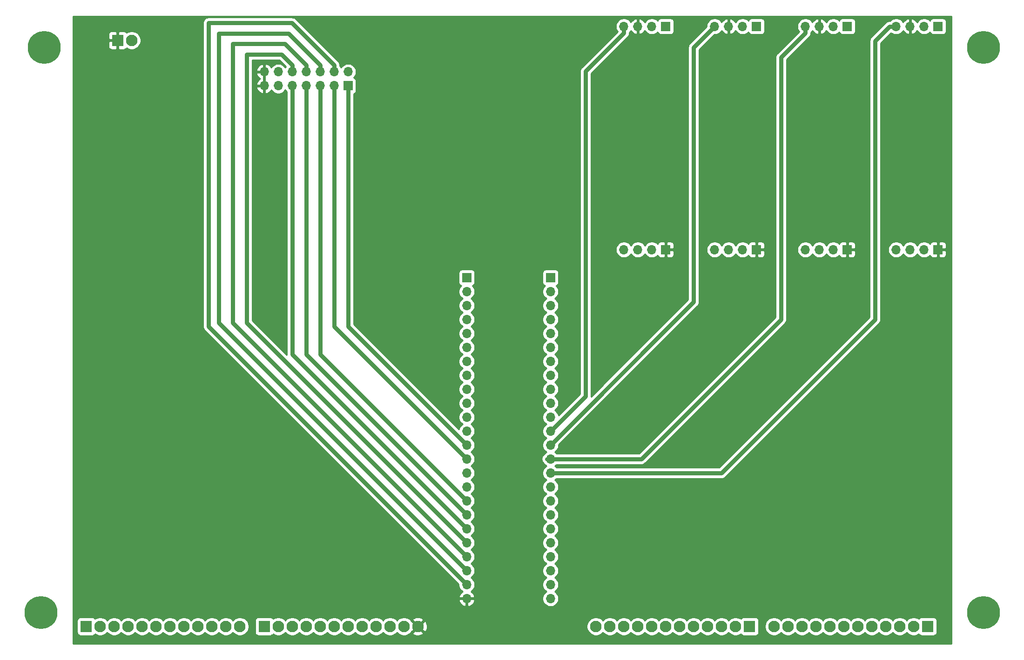
<source format=gbr>
G04 #@! TF.GenerationSoftware,KiCad,Pcbnew,(5.1.5-0-10_14)*
G04 #@! TF.CreationDate,2020-05-13T10:39:26+02:00*
G04 #@! TF.ProjectId,PM Artnet LED DMX,504d2041-7274-46e6-9574-204c45442044,rev?*
G04 #@! TF.SameCoordinates,Original*
G04 #@! TF.FileFunction,Copper,L2,Bot*
G04 #@! TF.FilePolarity,Positive*
%FSLAX46Y46*%
G04 Gerber Fmt 4.6, Leading zero omitted, Abs format (unit mm)*
G04 Created by KiCad (PCBNEW (5.1.5-0-10_14)) date 2020-05-13 10:39:26*
%MOMM*%
%LPD*%
G04 APERTURE LIST*
%ADD10R,1.700000X1.700000*%
%ADD11O,1.700000X1.700000*%
%ADD12C,2.100000*%
%ADD13R,2.100000X2.100000*%
%ADD14C,6.000000*%
%ADD15C,0.800000*%
%ADD16C,0.750000*%
%ADD17C,0.254000*%
G04 APERTURE END LIST*
D10*
X116205000Y-65405000D03*
D11*
X116205000Y-67945000D03*
X116205000Y-70485000D03*
X116205000Y-73025000D03*
X116205000Y-75565000D03*
X116205000Y-78105000D03*
X116205000Y-80645000D03*
X116205000Y-83185000D03*
X116205000Y-85725000D03*
X116205000Y-88265000D03*
X116205000Y-90805000D03*
X116205000Y-93345000D03*
X116205000Y-95885000D03*
X116205000Y-98425000D03*
X116205000Y-100965000D03*
X116205000Y-103505000D03*
X116205000Y-106045000D03*
X116205000Y-108585000D03*
X116205000Y-111125000D03*
X116205000Y-113665000D03*
X116205000Y-116205000D03*
X116205000Y-118745000D03*
X116205000Y-121285000D03*
X116205000Y-123825000D03*
D10*
X201930000Y-19685000D03*
D11*
X199390000Y-19685000D03*
X196850000Y-19685000D03*
X194310000Y-19685000D03*
D10*
X94615000Y-30480000D03*
D11*
X94615000Y-27940000D03*
X92075000Y-30480000D03*
X92075000Y-27940000D03*
X89535000Y-30480000D03*
X89535000Y-27940000D03*
X86995000Y-30480000D03*
X86995000Y-27940000D03*
X84455000Y-30480000D03*
X84455000Y-27940000D03*
X81915000Y-30480000D03*
X81915000Y-27940000D03*
X79375000Y-30480000D03*
X79375000Y-27940000D03*
D12*
X139700000Y-128905000D03*
X142240000Y-128905000D03*
X144780000Y-128905000D03*
X147320000Y-128905000D03*
X149860000Y-128905000D03*
X152400000Y-128905000D03*
X154940000Y-128905000D03*
X157480000Y-128905000D03*
X160020000Y-128905000D03*
X162560000Y-128905000D03*
X165100000Y-128905000D03*
D13*
X167640000Y-128905000D03*
X200025000Y-128905000D03*
D12*
X197485000Y-128905000D03*
X194945000Y-128905000D03*
X192405000Y-128905000D03*
X189865000Y-128905000D03*
X187325000Y-128905000D03*
X184785000Y-128905000D03*
X182245000Y-128905000D03*
X179705000Y-128905000D03*
X177165000Y-128905000D03*
X174625000Y-128905000D03*
X172085000Y-128905000D03*
D13*
X46990000Y-128905000D03*
D12*
X49530000Y-128905000D03*
X52070000Y-128905000D03*
X54610000Y-128905000D03*
X57150000Y-128905000D03*
X59690000Y-128905000D03*
X62230000Y-128905000D03*
X64770000Y-128905000D03*
X67310000Y-128905000D03*
X69850000Y-128905000D03*
X72390000Y-128905000D03*
X74930000Y-128905000D03*
X107315000Y-128905000D03*
X104775000Y-128905000D03*
X102235000Y-128905000D03*
X99695000Y-128905000D03*
X97155000Y-128905000D03*
X94615000Y-128905000D03*
X92075000Y-128905000D03*
X89535000Y-128905000D03*
X86995000Y-128905000D03*
X84455000Y-128905000D03*
X81915000Y-128905000D03*
D13*
X79375000Y-128905000D03*
X52705000Y-22225000D03*
D12*
X55245000Y-22225000D03*
D10*
X185420000Y-19685000D03*
D11*
X182880000Y-19685000D03*
X180340000Y-19685000D03*
X177800000Y-19685000D03*
D10*
X168910000Y-19685000D03*
D11*
X166370000Y-19685000D03*
X163830000Y-19685000D03*
X161290000Y-19685000D03*
D10*
X152400000Y-19685000D03*
D11*
X149860000Y-19685000D03*
X147320000Y-19685000D03*
X144780000Y-19685000D03*
X194310000Y-60325000D03*
X196850000Y-60325000D03*
X199390000Y-60325000D03*
D10*
X201930000Y-60325000D03*
D11*
X177800000Y-60325000D03*
X180340000Y-60325000D03*
X182880000Y-60325000D03*
D10*
X185420000Y-60325000D03*
D11*
X161290000Y-60325000D03*
X163830000Y-60325000D03*
X166370000Y-60325000D03*
D10*
X168910000Y-60325000D03*
D11*
X144780000Y-60325000D03*
X147320000Y-60325000D03*
X149860000Y-60325000D03*
D10*
X152400000Y-60325000D03*
D11*
X131445000Y-123825000D03*
X131445000Y-121285000D03*
X131445000Y-118745000D03*
X131445000Y-116205000D03*
X131445000Y-113665000D03*
X131445000Y-111125000D03*
X131445000Y-108585000D03*
X131445000Y-106045000D03*
X131445000Y-103505000D03*
X131445000Y-100965000D03*
X131445000Y-98425000D03*
X131445000Y-95885000D03*
X131445000Y-93345000D03*
X131445000Y-90805000D03*
X131445000Y-88265000D03*
X131445000Y-85725000D03*
X131445000Y-83185000D03*
X131445000Y-80645000D03*
X131445000Y-78105000D03*
X131445000Y-75565000D03*
X131445000Y-73025000D03*
X131445000Y-70485000D03*
X131445000Y-67945000D03*
D10*
X131445000Y-65405000D03*
D14*
X39370000Y-23495000D03*
X38735000Y-126365000D03*
X210185000Y-126365000D03*
X210185000Y-23495000D03*
D15*
X78105000Y-53340000D03*
X62230000Y-48260000D03*
X65405000Y-48260000D03*
X65405000Y-50800000D03*
X62230000Y-50800000D03*
X62230000Y-53340000D03*
X65405000Y-53340000D03*
X65405000Y-55880000D03*
X62230000Y-55880000D03*
X62230000Y-58420000D03*
X65405000Y-58420000D03*
X81280000Y-48260000D03*
X78105000Y-48260000D03*
X78105000Y-50800000D03*
X81280000Y-50800000D03*
X81280000Y-53340000D03*
X81280000Y-55880000D03*
X78105000Y-55880000D03*
X78105000Y-58420000D03*
X81280000Y-58420000D03*
D16*
X144780000Y-20887081D02*
X137795000Y-27872081D01*
X144780000Y-19685000D02*
X144780000Y-20887081D01*
X137795000Y-86995000D02*
X131445000Y-93345000D01*
X137795000Y-27872081D02*
X137795000Y-86995000D01*
X94615000Y-74295000D02*
X116205000Y-95885000D01*
X94615000Y-30480000D02*
X94615000Y-74295000D01*
X92075000Y-74295000D02*
X116205000Y-98425000D01*
X92075000Y-30480000D02*
X92075000Y-74295000D01*
X89535000Y-79375000D02*
X116205000Y-106045000D01*
X89535000Y-30480000D02*
X89535000Y-79375000D01*
X86995000Y-79375000D02*
X116205000Y-108585000D01*
X86995000Y-30480000D02*
X86995000Y-79375000D01*
X84455000Y-79375000D02*
X84455000Y-30480000D01*
X116205000Y-111125000D02*
X84455000Y-79375000D01*
X76200000Y-24765000D02*
X76200000Y-73660000D01*
X82482081Y-24765000D02*
X76200000Y-24765000D01*
X76200000Y-73660000D02*
X116205000Y-113665000D01*
X84455000Y-26737919D02*
X82482081Y-24765000D01*
X84455000Y-27940000D02*
X84455000Y-26737919D01*
X86995000Y-26737919D02*
X83117081Y-22860000D01*
X86995000Y-27940000D02*
X86995000Y-26737919D01*
X83117081Y-22860000D02*
X73660000Y-22860000D01*
X73660000Y-73660000D02*
X116205000Y-116205000D01*
X73660000Y-22860000D02*
X73660000Y-73660000D01*
X89535000Y-26737919D02*
X83752081Y-20955000D01*
X89535000Y-27940000D02*
X89535000Y-26737919D01*
X83752081Y-20955000D02*
X71120000Y-20955000D01*
X71120000Y-73660000D02*
X116205000Y-118745000D01*
X71120000Y-20955000D02*
X71120000Y-73660000D01*
X92075000Y-26737919D02*
X84387081Y-19050000D01*
X92075000Y-27940000D02*
X92075000Y-26737919D01*
X84387081Y-19050000D02*
X69215000Y-19050000D01*
X69215000Y-74295000D02*
X116205000Y-121285000D01*
X69215000Y-19050000D02*
X69215000Y-74295000D01*
X193107919Y-19685000D02*
X190500000Y-22292919D01*
X194310000Y-19685000D02*
X193107919Y-19685000D01*
X190500000Y-22292919D02*
X190500000Y-73025000D01*
X162560000Y-100965000D02*
X131445000Y-100965000D01*
X190500000Y-73025000D02*
X162560000Y-100965000D01*
X131445000Y-98425000D02*
X130810000Y-98425000D01*
X173355000Y-73025000D02*
X147955000Y-98425000D01*
X147955000Y-98425000D02*
X131445000Y-98425000D01*
X173355000Y-25332081D02*
X173355000Y-73025000D01*
X177800000Y-20887081D02*
X173355000Y-25332081D01*
X177800000Y-19685000D02*
X177800000Y-20887081D01*
X161290000Y-19685000D02*
X157480000Y-23495000D01*
X157480000Y-69850000D02*
X131445000Y-95885000D01*
X157480000Y-23495000D02*
X157480000Y-69850000D01*
D17*
G36*
X204343000Y-132030000D02*
G01*
X44577000Y-132030000D01*
X44577000Y-127855000D01*
X45301928Y-127855000D01*
X45301928Y-129955000D01*
X45314188Y-130079482D01*
X45350498Y-130199180D01*
X45409463Y-130309494D01*
X45488815Y-130406185D01*
X45585506Y-130485537D01*
X45695820Y-130544502D01*
X45815518Y-130580812D01*
X45940000Y-130593072D01*
X48040000Y-130593072D01*
X48164482Y-130580812D01*
X48284180Y-130544502D01*
X48394494Y-130485537D01*
X48491185Y-130406185D01*
X48570537Y-130309494D01*
X48578042Y-130295454D01*
X48731853Y-130398228D01*
X49038504Y-130525246D01*
X49364042Y-130590000D01*
X49695958Y-130590000D01*
X50021496Y-130525246D01*
X50328147Y-130398228D01*
X50604125Y-130213825D01*
X50800000Y-130017950D01*
X50995875Y-130213825D01*
X51271853Y-130398228D01*
X51578504Y-130525246D01*
X51904042Y-130590000D01*
X52235958Y-130590000D01*
X52561496Y-130525246D01*
X52868147Y-130398228D01*
X53144125Y-130213825D01*
X53340000Y-130017950D01*
X53535875Y-130213825D01*
X53811853Y-130398228D01*
X54118504Y-130525246D01*
X54444042Y-130590000D01*
X54775958Y-130590000D01*
X55101496Y-130525246D01*
X55408147Y-130398228D01*
X55684125Y-130213825D01*
X55880000Y-130017950D01*
X56075875Y-130213825D01*
X56351853Y-130398228D01*
X56658504Y-130525246D01*
X56984042Y-130590000D01*
X57315958Y-130590000D01*
X57641496Y-130525246D01*
X57948147Y-130398228D01*
X58224125Y-130213825D01*
X58420000Y-130017950D01*
X58615875Y-130213825D01*
X58891853Y-130398228D01*
X59198504Y-130525246D01*
X59524042Y-130590000D01*
X59855958Y-130590000D01*
X60181496Y-130525246D01*
X60488147Y-130398228D01*
X60764125Y-130213825D01*
X60960000Y-130017950D01*
X61155875Y-130213825D01*
X61431853Y-130398228D01*
X61738504Y-130525246D01*
X62064042Y-130590000D01*
X62395958Y-130590000D01*
X62721496Y-130525246D01*
X63028147Y-130398228D01*
X63304125Y-130213825D01*
X63500000Y-130017950D01*
X63695875Y-130213825D01*
X63971853Y-130398228D01*
X64278504Y-130525246D01*
X64604042Y-130590000D01*
X64935958Y-130590000D01*
X65261496Y-130525246D01*
X65568147Y-130398228D01*
X65844125Y-130213825D01*
X66040000Y-130017950D01*
X66235875Y-130213825D01*
X66511853Y-130398228D01*
X66818504Y-130525246D01*
X67144042Y-130590000D01*
X67475958Y-130590000D01*
X67801496Y-130525246D01*
X68108147Y-130398228D01*
X68384125Y-130213825D01*
X68580000Y-130017950D01*
X68775875Y-130213825D01*
X69051853Y-130398228D01*
X69358504Y-130525246D01*
X69684042Y-130590000D01*
X70015958Y-130590000D01*
X70341496Y-130525246D01*
X70648147Y-130398228D01*
X70924125Y-130213825D01*
X71120000Y-130017950D01*
X71315875Y-130213825D01*
X71591853Y-130398228D01*
X71898504Y-130525246D01*
X72224042Y-130590000D01*
X72555958Y-130590000D01*
X72881496Y-130525246D01*
X73188147Y-130398228D01*
X73464125Y-130213825D01*
X73660000Y-130017950D01*
X73855875Y-130213825D01*
X74131853Y-130398228D01*
X74438504Y-130525246D01*
X74764042Y-130590000D01*
X75095958Y-130590000D01*
X75421496Y-130525246D01*
X75728147Y-130398228D01*
X76004125Y-130213825D01*
X76238825Y-129979125D01*
X76423228Y-129703147D01*
X76550246Y-129396496D01*
X76615000Y-129070958D01*
X76615000Y-128739042D01*
X76550246Y-128413504D01*
X76423228Y-128106853D01*
X76254945Y-127855000D01*
X77686928Y-127855000D01*
X77686928Y-129955000D01*
X77699188Y-130079482D01*
X77735498Y-130199180D01*
X77794463Y-130309494D01*
X77873815Y-130406185D01*
X77970506Y-130485537D01*
X78080820Y-130544502D01*
X78200518Y-130580812D01*
X78325000Y-130593072D01*
X80425000Y-130593072D01*
X80549482Y-130580812D01*
X80669180Y-130544502D01*
X80779494Y-130485537D01*
X80876185Y-130406185D01*
X80955537Y-130309494D01*
X80963042Y-130295454D01*
X81116853Y-130398228D01*
X81423504Y-130525246D01*
X81749042Y-130590000D01*
X82080958Y-130590000D01*
X82406496Y-130525246D01*
X82713147Y-130398228D01*
X82989125Y-130213825D01*
X83185000Y-130017950D01*
X83380875Y-130213825D01*
X83656853Y-130398228D01*
X83963504Y-130525246D01*
X84289042Y-130590000D01*
X84620958Y-130590000D01*
X84946496Y-130525246D01*
X85253147Y-130398228D01*
X85529125Y-130213825D01*
X85725000Y-130017950D01*
X85920875Y-130213825D01*
X86196853Y-130398228D01*
X86503504Y-130525246D01*
X86829042Y-130590000D01*
X87160958Y-130590000D01*
X87486496Y-130525246D01*
X87793147Y-130398228D01*
X88069125Y-130213825D01*
X88265000Y-130017950D01*
X88460875Y-130213825D01*
X88736853Y-130398228D01*
X89043504Y-130525246D01*
X89369042Y-130590000D01*
X89700958Y-130590000D01*
X90026496Y-130525246D01*
X90333147Y-130398228D01*
X90609125Y-130213825D01*
X90805000Y-130017950D01*
X91000875Y-130213825D01*
X91276853Y-130398228D01*
X91583504Y-130525246D01*
X91909042Y-130590000D01*
X92240958Y-130590000D01*
X92566496Y-130525246D01*
X92873147Y-130398228D01*
X93149125Y-130213825D01*
X93345000Y-130017950D01*
X93540875Y-130213825D01*
X93816853Y-130398228D01*
X94123504Y-130525246D01*
X94449042Y-130590000D01*
X94780958Y-130590000D01*
X95106496Y-130525246D01*
X95413147Y-130398228D01*
X95689125Y-130213825D01*
X95885000Y-130017950D01*
X96080875Y-130213825D01*
X96356853Y-130398228D01*
X96663504Y-130525246D01*
X96989042Y-130590000D01*
X97320958Y-130590000D01*
X97646496Y-130525246D01*
X97953147Y-130398228D01*
X98229125Y-130213825D01*
X98425000Y-130017950D01*
X98620875Y-130213825D01*
X98896853Y-130398228D01*
X99203504Y-130525246D01*
X99529042Y-130590000D01*
X99860958Y-130590000D01*
X100186496Y-130525246D01*
X100493147Y-130398228D01*
X100769125Y-130213825D01*
X100965000Y-130017950D01*
X101160875Y-130213825D01*
X101436853Y-130398228D01*
X101743504Y-130525246D01*
X102069042Y-130590000D01*
X102400958Y-130590000D01*
X102726496Y-130525246D01*
X103033147Y-130398228D01*
X103309125Y-130213825D01*
X103505000Y-130017950D01*
X103700875Y-130213825D01*
X103976853Y-130398228D01*
X104283504Y-130525246D01*
X104609042Y-130590000D01*
X104940958Y-130590000D01*
X105266496Y-130525246D01*
X105573147Y-130398228D01*
X105849125Y-130213825D01*
X105986884Y-130076066D01*
X106323539Y-130076066D01*
X106425339Y-130345579D01*
X106723477Y-130491463D01*
X107044346Y-130576380D01*
X107375617Y-130597066D01*
X107704557Y-130552728D01*
X108018527Y-130445069D01*
X108204661Y-130345579D01*
X108306461Y-130076066D01*
X107315000Y-129084605D01*
X106323539Y-130076066D01*
X105986884Y-130076066D01*
X106083825Y-129979125D01*
X106140042Y-129894991D01*
X106143934Y-129896461D01*
X107135395Y-128905000D01*
X107494605Y-128905000D01*
X108486066Y-129896461D01*
X108755579Y-129794661D01*
X108901463Y-129496523D01*
X108986380Y-129175654D01*
X109007066Y-128844383D01*
X108992868Y-128739042D01*
X138015000Y-128739042D01*
X138015000Y-129070958D01*
X138079754Y-129396496D01*
X138206772Y-129703147D01*
X138391175Y-129979125D01*
X138625875Y-130213825D01*
X138901853Y-130398228D01*
X139208504Y-130525246D01*
X139534042Y-130590000D01*
X139865958Y-130590000D01*
X140191496Y-130525246D01*
X140498147Y-130398228D01*
X140774125Y-130213825D01*
X140970000Y-130017950D01*
X141165875Y-130213825D01*
X141441853Y-130398228D01*
X141748504Y-130525246D01*
X142074042Y-130590000D01*
X142405958Y-130590000D01*
X142731496Y-130525246D01*
X143038147Y-130398228D01*
X143314125Y-130213825D01*
X143510000Y-130017950D01*
X143705875Y-130213825D01*
X143981853Y-130398228D01*
X144288504Y-130525246D01*
X144614042Y-130590000D01*
X144945958Y-130590000D01*
X145271496Y-130525246D01*
X145578147Y-130398228D01*
X145854125Y-130213825D01*
X146050000Y-130017950D01*
X146245875Y-130213825D01*
X146521853Y-130398228D01*
X146828504Y-130525246D01*
X147154042Y-130590000D01*
X147485958Y-130590000D01*
X147811496Y-130525246D01*
X148118147Y-130398228D01*
X148394125Y-130213825D01*
X148590000Y-130017950D01*
X148785875Y-130213825D01*
X149061853Y-130398228D01*
X149368504Y-130525246D01*
X149694042Y-130590000D01*
X150025958Y-130590000D01*
X150351496Y-130525246D01*
X150658147Y-130398228D01*
X150934125Y-130213825D01*
X151130000Y-130017950D01*
X151325875Y-130213825D01*
X151601853Y-130398228D01*
X151908504Y-130525246D01*
X152234042Y-130590000D01*
X152565958Y-130590000D01*
X152891496Y-130525246D01*
X153198147Y-130398228D01*
X153474125Y-130213825D01*
X153670000Y-130017950D01*
X153865875Y-130213825D01*
X154141853Y-130398228D01*
X154448504Y-130525246D01*
X154774042Y-130590000D01*
X155105958Y-130590000D01*
X155431496Y-130525246D01*
X155738147Y-130398228D01*
X156014125Y-130213825D01*
X156210000Y-130017950D01*
X156405875Y-130213825D01*
X156681853Y-130398228D01*
X156988504Y-130525246D01*
X157314042Y-130590000D01*
X157645958Y-130590000D01*
X157971496Y-130525246D01*
X158278147Y-130398228D01*
X158554125Y-130213825D01*
X158750000Y-130017950D01*
X158945875Y-130213825D01*
X159221853Y-130398228D01*
X159528504Y-130525246D01*
X159854042Y-130590000D01*
X160185958Y-130590000D01*
X160511496Y-130525246D01*
X160818147Y-130398228D01*
X161094125Y-130213825D01*
X161290000Y-130017950D01*
X161485875Y-130213825D01*
X161761853Y-130398228D01*
X162068504Y-130525246D01*
X162394042Y-130590000D01*
X162725958Y-130590000D01*
X163051496Y-130525246D01*
X163358147Y-130398228D01*
X163634125Y-130213825D01*
X163830000Y-130017950D01*
X164025875Y-130213825D01*
X164301853Y-130398228D01*
X164608504Y-130525246D01*
X164934042Y-130590000D01*
X165265958Y-130590000D01*
X165591496Y-130525246D01*
X165898147Y-130398228D01*
X166051958Y-130295454D01*
X166059463Y-130309494D01*
X166138815Y-130406185D01*
X166235506Y-130485537D01*
X166345820Y-130544502D01*
X166465518Y-130580812D01*
X166590000Y-130593072D01*
X168690000Y-130593072D01*
X168814482Y-130580812D01*
X168934180Y-130544502D01*
X169044494Y-130485537D01*
X169141185Y-130406185D01*
X169220537Y-130309494D01*
X169279502Y-130199180D01*
X169315812Y-130079482D01*
X169328072Y-129955000D01*
X169328072Y-128739042D01*
X170400000Y-128739042D01*
X170400000Y-129070958D01*
X170464754Y-129396496D01*
X170591772Y-129703147D01*
X170776175Y-129979125D01*
X171010875Y-130213825D01*
X171286853Y-130398228D01*
X171593504Y-130525246D01*
X171919042Y-130590000D01*
X172250958Y-130590000D01*
X172576496Y-130525246D01*
X172883147Y-130398228D01*
X173159125Y-130213825D01*
X173355000Y-130017950D01*
X173550875Y-130213825D01*
X173826853Y-130398228D01*
X174133504Y-130525246D01*
X174459042Y-130590000D01*
X174790958Y-130590000D01*
X175116496Y-130525246D01*
X175423147Y-130398228D01*
X175699125Y-130213825D01*
X175895000Y-130017950D01*
X176090875Y-130213825D01*
X176366853Y-130398228D01*
X176673504Y-130525246D01*
X176999042Y-130590000D01*
X177330958Y-130590000D01*
X177656496Y-130525246D01*
X177963147Y-130398228D01*
X178239125Y-130213825D01*
X178435000Y-130017950D01*
X178630875Y-130213825D01*
X178906853Y-130398228D01*
X179213504Y-130525246D01*
X179539042Y-130590000D01*
X179870958Y-130590000D01*
X180196496Y-130525246D01*
X180503147Y-130398228D01*
X180779125Y-130213825D01*
X180975000Y-130017950D01*
X181170875Y-130213825D01*
X181446853Y-130398228D01*
X181753504Y-130525246D01*
X182079042Y-130590000D01*
X182410958Y-130590000D01*
X182736496Y-130525246D01*
X183043147Y-130398228D01*
X183319125Y-130213825D01*
X183515000Y-130017950D01*
X183710875Y-130213825D01*
X183986853Y-130398228D01*
X184293504Y-130525246D01*
X184619042Y-130590000D01*
X184950958Y-130590000D01*
X185276496Y-130525246D01*
X185583147Y-130398228D01*
X185859125Y-130213825D01*
X186055000Y-130017950D01*
X186250875Y-130213825D01*
X186526853Y-130398228D01*
X186833504Y-130525246D01*
X187159042Y-130590000D01*
X187490958Y-130590000D01*
X187816496Y-130525246D01*
X188123147Y-130398228D01*
X188399125Y-130213825D01*
X188595000Y-130017950D01*
X188790875Y-130213825D01*
X189066853Y-130398228D01*
X189373504Y-130525246D01*
X189699042Y-130590000D01*
X190030958Y-130590000D01*
X190356496Y-130525246D01*
X190663147Y-130398228D01*
X190939125Y-130213825D01*
X191135000Y-130017950D01*
X191330875Y-130213825D01*
X191606853Y-130398228D01*
X191913504Y-130525246D01*
X192239042Y-130590000D01*
X192570958Y-130590000D01*
X192896496Y-130525246D01*
X193203147Y-130398228D01*
X193479125Y-130213825D01*
X193675000Y-130017950D01*
X193870875Y-130213825D01*
X194146853Y-130398228D01*
X194453504Y-130525246D01*
X194779042Y-130590000D01*
X195110958Y-130590000D01*
X195436496Y-130525246D01*
X195743147Y-130398228D01*
X196019125Y-130213825D01*
X196215000Y-130017950D01*
X196410875Y-130213825D01*
X196686853Y-130398228D01*
X196993504Y-130525246D01*
X197319042Y-130590000D01*
X197650958Y-130590000D01*
X197976496Y-130525246D01*
X198283147Y-130398228D01*
X198436958Y-130295454D01*
X198444463Y-130309494D01*
X198523815Y-130406185D01*
X198620506Y-130485537D01*
X198730820Y-130544502D01*
X198850518Y-130580812D01*
X198975000Y-130593072D01*
X201075000Y-130593072D01*
X201199482Y-130580812D01*
X201319180Y-130544502D01*
X201429494Y-130485537D01*
X201526185Y-130406185D01*
X201605537Y-130309494D01*
X201664502Y-130199180D01*
X201700812Y-130079482D01*
X201713072Y-129955000D01*
X201713072Y-127855000D01*
X201700812Y-127730518D01*
X201664502Y-127610820D01*
X201605537Y-127500506D01*
X201526185Y-127403815D01*
X201429494Y-127324463D01*
X201319180Y-127265498D01*
X201199482Y-127229188D01*
X201075000Y-127216928D01*
X198975000Y-127216928D01*
X198850518Y-127229188D01*
X198730820Y-127265498D01*
X198620506Y-127324463D01*
X198523815Y-127403815D01*
X198444463Y-127500506D01*
X198436958Y-127514546D01*
X198283147Y-127411772D01*
X197976496Y-127284754D01*
X197650958Y-127220000D01*
X197319042Y-127220000D01*
X196993504Y-127284754D01*
X196686853Y-127411772D01*
X196410875Y-127596175D01*
X196215000Y-127792050D01*
X196019125Y-127596175D01*
X195743147Y-127411772D01*
X195436496Y-127284754D01*
X195110958Y-127220000D01*
X194779042Y-127220000D01*
X194453504Y-127284754D01*
X194146853Y-127411772D01*
X193870875Y-127596175D01*
X193675000Y-127792050D01*
X193479125Y-127596175D01*
X193203147Y-127411772D01*
X192896496Y-127284754D01*
X192570958Y-127220000D01*
X192239042Y-127220000D01*
X191913504Y-127284754D01*
X191606853Y-127411772D01*
X191330875Y-127596175D01*
X191135000Y-127792050D01*
X190939125Y-127596175D01*
X190663147Y-127411772D01*
X190356496Y-127284754D01*
X190030958Y-127220000D01*
X189699042Y-127220000D01*
X189373504Y-127284754D01*
X189066853Y-127411772D01*
X188790875Y-127596175D01*
X188595000Y-127792050D01*
X188399125Y-127596175D01*
X188123147Y-127411772D01*
X187816496Y-127284754D01*
X187490958Y-127220000D01*
X187159042Y-127220000D01*
X186833504Y-127284754D01*
X186526853Y-127411772D01*
X186250875Y-127596175D01*
X186055000Y-127792050D01*
X185859125Y-127596175D01*
X185583147Y-127411772D01*
X185276496Y-127284754D01*
X184950958Y-127220000D01*
X184619042Y-127220000D01*
X184293504Y-127284754D01*
X183986853Y-127411772D01*
X183710875Y-127596175D01*
X183515000Y-127792050D01*
X183319125Y-127596175D01*
X183043147Y-127411772D01*
X182736496Y-127284754D01*
X182410958Y-127220000D01*
X182079042Y-127220000D01*
X181753504Y-127284754D01*
X181446853Y-127411772D01*
X181170875Y-127596175D01*
X180975000Y-127792050D01*
X180779125Y-127596175D01*
X180503147Y-127411772D01*
X180196496Y-127284754D01*
X179870958Y-127220000D01*
X179539042Y-127220000D01*
X179213504Y-127284754D01*
X178906853Y-127411772D01*
X178630875Y-127596175D01*
X178435000Y-127792050D01*
X178239125Y-127596175D01*
X177963147Y-127411772D01*
X177656496Y-127284754D01*
X177330958Y-127220000D01*
X176999042Y-127220000D01*
X176673504Y-127284754D01*
X176366853Y-127411772D01*
X176090875Y-127596175D01*
X175895000Y-127792050D01*
X175699125Y-127596175D01*
X175423147Y-127411772D01*
X175116496Y-127284754D01*
X174790958Y-127220000D01*
X174459042Y-127220000D01*
X174133504Y-127284754D01*
X173826853Y-127411772D01*
X173550875Y-127596175D01*
X173355000Y-127792050D01*
X173159125Y-127596175D01*
X172883147Y-127411772D01*
X172576496Y-127284754D01*
X172250958Y-127220000D01*
X171919042Y-127220000D01*
X171593504Y-127284754D01*
X171286853Y-127411772D01*
X171010875Y-127596175D01*
X170776175Y-127830875D01*
X170591772Y-128106853D01*
X170464754Y-128413504D01*
X170400000Y-128739042D01*
X169328072Y-128739042D01*
X169328072Y-127855000D01*
X169315812Y-127730518D01*
X169279502Y-127610820D01*
X169220537Y-127500506D01*
X169141185Y-127403815D01*
X169044494Y-127324463D01*
X168934180Y-127265498D01*
X168814482Y-127229188D01*
X168690000Y-127216928D01*
X166590000Y-127216928D01*
X166465518Y-127229188D01*
X166345820Y-127265498D01*
X166235506Y-127324463D01*
X166138815Y-127403815D01*
X166059463Y-127500506D01*
X166051958Y-127514546D01*
X165898147Y-127411772D01*
X165591496Y-127284754D01*
X165265958Y-127220000D01*
X164934042Y-127220000D01*
X164608504Y-127284754D01*
X164301853Y-127411772D01*
X164025875Y-127596175D01*
X163830000Y-127792050D01*
X163634125Y-127596175D01*
X163358147Y-127411772D01*
X163051496Y-127284754D01*
X162725958Y-127220000D01*
X162394042Y-127220000D01*
X162068504Y-127284754D01*
X161761853Y-127411772D01*
X161485875Y-127596175D01*
X161290000Y-127792050D01*
X161094125Y-127596175D01*
X160818147Y-127411772D01*
X160511496Y-127284754D01*
X160185958Y-127220000D01*
X159854042Y-127220000D01*
X159528504Y-127284754D01*
X159221853Y-127411772D01*
X158945875Y-127596175D01*
X158750000Y-127792050D01*
X158554125Y-127596175D01*
X158278147Y-127411772D01*
X157971496Y-127284754D01*
X157645958Y-127220000D01*
X157314042Y-127220000D01*
X156988504Y-127284754D01*
X156681853Y-127411772D01*
X156405875Y-127596175D01*
X156210000Y-127792050D01*
X156014125Y-127596175D01*
X155738147Y-127411772D01*
X155431496Y-127284754D01*
X155105958Y-127220000D01*
X154774042Y-127220000D01*
X154448504Y-127284754D01*
X154141853Y-127411772D01*
X153865875Y-127596175D01*
X153670000Y-127792050D01*
X153474125Y-127596175D01*
X153198147Y-127411772D01*
X152891496Y-127284754D01*
X152565958Y-127220000D01*
X152234042Y-127220000D01*
X151908504Y-127284754D01*
X151601853Y-127411772D01*
X151325875Y-127596175D01*
X151130000Y-127792050D01*
X150934125Y-127596175D01*
X150658147Y-127411772D01*
X150351496Y-127284754D01*
X150025958Y-127220000D01*
X149694042Y-127220000D01*
X149368504Y-127284754D01*
X149061853Y-127411772D01*
X148785875Y-127596175D01*
X148590000Y-127792050D01*
X148394125Y-127596175D01*
X148118147Y-127411772D01*
X147811496Y-127284754D01*
X147485958Y-127220000D01*
X147154042Y-127220000D01*
X146828504Y-127284754D01*
X146521853Y-127411772D01*
X146245875Y-127596175D01*
X146050000Y-127792050D01*
X145854125Y-127596175D01*
X145578147Y-127411772D01*
X145271496Y-127284754D01*
X144945958Y-127220000D01*
X144614042Y-127220000D01*
X144288504Y-127284754D01*
X143981853Y-127411772D01*
X143705875Y-127596175D01*
X143510000Y-127792050D01*
X143314125Y-127596175D01*
X143038147Y-127411772D01*
X142731496Y-127284754D01*
X142405958Y-127220000D01*
X142074042Y-127220000D01*
X141748504Y-127284754D01*
X141441853Y-127411772D01*
X141165875Y-127596175D01*
X140970000Y-127792050D01*
X140774125Y-127596175D01*
X140498147Y-127411772D01*
X140191496Y-127284754D01*
X139865958Y-127220000D01*
X139534042Y-127220000D01*
X139208504Y-127284754D01*
X138901853Y-127411772D01*
X138625875Y-127596175D01*
X138391175Y-127830875D01*
X138206772Y-128106853D01*
X138079754Y-128413504D01*
X138015000Y-128739042D01*
X108992868Y-128739042D01*
X108962728Y-128515443D01*
X108855069Y-128201473D01*
X108755579Y-128015339D01*
X108486066Y-127913539D01*
X107494605Y-128905000D01*
X107135395Y-128905000D01*
X106143934Y-127913539D01*
X106140042Y-127915009D01*
X106083825Y-127830875D01*
X105986884Y-127733934D01*
X106323539Y-127733934D01*
X107315000Y-128725395D01*
X108306461Y-127733934D01*
X108204661Y-127464421D01*
X107906523Y-127318537D01*
X107585654Y-127233620D01*
X107254383Y-127212934D01*
X106925443Y-127257272D01*
X106611473Y-127364931D01*
X106425339Y-127464421D01*
X106323539Y-127733934D01*
X105986884Y-127733934D01*
X105849125Y-127596175D01*
X105573147Y-127411772D01*
X105266496Y-127284754D01*
X104940958Y-127220000D01*
X104609042Y-127220000D01*
X104283504Y-127284754D01*
X103976853Y-127411772D01*
X103700875Y-127596175D01*
X103505000Y-127792050D01*
X103309125Y-127596175D01*
X103033147Y-127411772D01*
X102726496Y-127284754D01*
X102400958Y-127220000D01*
X102069042Y-127220000D01*
X101743504Y-127284754D01*
X101436853Y-127411772D01*
X101160875Y-127596175D01*
X100965000Y-127792050D01*
X100769125Y-127596175D01*
X100493147Y-127411772D01*
X100186496Y-127284754D01*
X99860958Y-127220000D01*
X99529042Y-127220000D01*
X99203504Y-127284754D01*
X98896853Y-127411772D01*
X98620875Y-127596175D01*
X98425000Y-127792050D01*
X98229125Y-127596175D01*
X97953147Y-127411772D01*
X97646496Y-127284754D01*
X97320958Y-127220000D01*
X96989042Y-127220000D01*
X96663504Y-127284754D01*
X96356853Y-127411772D01*
X96080875Y-127596175D01*
X95885000Y-127792050D01*
X95689125Y-127596175D01*
X95413147Y-127411772D01*
X95106496Y-127284754D01*
X94780958Y-127220000D01*
X94449042Y-127220000D01*
X94123504Y-127284754D01*
X93816853Y-127411772D01*
X93540875Y-127596175D01*
X93345000Y-127792050D01*
X93149125Y-127596175D01*
X92873147Y-127411772D01*
X92566496Y-127284754D01*
X92240958Y-127220000D01*
X91909042Y-127220000D01*
X91583504Y-127284754D01*
X91276853Y-127411772D01*
X91000875Y-127596175D01*
X90805000Y-127792050D01*
X90609125Y-127596175D01*
X90333147Y-127411772D01*
X90026496Y-127284754D01*
X89700958Y-127220000D01*
X89369042Y-127220000D01*
X89043504Y-127284754D01*
X88736853Y-127411772D01*
X88460875Y-127596175D01*
X88265000Y-127792050D01*
X88069125Y-127596175D01*
X87793147Y-127411772D01*
X87486496Y-127284754D01*
X87160958Y-127220000D01*
X86829042Y-127220000D01*
X86503504Y-127284754D01*
X86196853Y-127411772D01*
X85920875Y-127596175D01*
X85725000Y-127792050D01*
X85529125Y-127596175D01*
X85253147Y-127411772D01*
X84946496Y-127284754D01*
X84620958Y-127220000D01*
X84289042Y-127220000D01*
X83963504Y-127284754D01*
X83656853Y-127411772D01*
X83380875Y-127596175D01*
X83185000Y-127792050D01*
X82989125Y-127596175D01*
X82713147Y-127411772D01*
X82406496Y-127284754D01*
X82080958Y-127220000D01*
X81749042Y-127220000D01*
X81423504Y-127284754D01*
X81116853Y-127411772D01*
X80963042Y-127514546D01*
X80955537Y-127500506D01*
X80876185Y-127403815D01*
X80779494Y-127324463D01*
X80669180Y-127265498D01*
X80549482Y-127229188D01*
X80425000Y-127216928D01*
X78325000Y-127216928D01*
X78200518Y-127229188D01*
X78080820Y-127265498D01*
X77970506Y-127324463D01*
X77873815Y-127403815D01*
X77794463Y-127500506D01*
X77735498Y-127610820D01*
X77699188Y-127730518D01*
X77686928Y-127855000D01*
X76254945Y-127855000D01*
X76238825Y-127830875D01*
X76004125Y-127596175D01*
X75728147Y-127411772D01*
X75421496Y-127284754D01*
X75095958Y-127220000D01*
X74764042Y-127220000D01*
X74438504Y-127284754D01*
X74131853Y-127411772D01*
X73855875Y-127596175D01*
X73660000Y-127792050D01*
X73464125Y-127596175D01*
X73188147Y-127411772D01*
X72881496Y-127284754D01*
X72555958Y-127220000D01*
X72224042Y-127220000D01*
X71898504Y-127284754D01*
X71591853Y-127411772D01*
X71315875Y-127596175D01*
X71120000Y-127792050D01*
X70924125Y-127596175D01*
X70648147Y-127411772D01*
X70341496Y-127284754D01*
X70015958Y-127220000D01*
X69684042Y-127220000D01*
X69358504Y-127284754D01*
X69051853Y-127411772D01*
X68775875Y-127596175D01*
X68580000Y-127792050D01*
X68384125Y-127596175D01*
X68108147Y-127411772D01*
X67801496Y-127284754D01*
X67475958Y-127220000D01*
X67144042Y-127220000D01*
X66818504Y-127284754D01*
X66511853Y-127411772D01*
X66235875Y-127596175D01*
X66040000Y-127792050D01*
X65844125Y-127596175D01*
X65568147Y-127411772D01*
X65261496Y-127284754D01*
X64935958Y-127220000D01*
X64604042Y-127220000D01*
X64278504Y-127284754D01*
X63971853Y-127411772D01*
X63695875Y-127596175D01*
X63500000Y-127792050D01*
X63304125Y-127596175D01*
X63028147Y-127411772D01*
X62721496Y-127284754D01*
X62395958Y-127220000D01*
X62064042Y-127220000D01*
X61738504Y-127284754D01*
X61431853Y-127411772D01*
X61155875Y-127596175D01*
X60960000Y-127792050D01*
X60764125Y-127596175D01*
X60488147Y-127411772D01*
X60181496Y-127284754D01*
X59855958Y-127220000D01*
X59524042Y-127220000D01*
X59198504Y-127284754D01*
X58891853Y-127411772D01*
X58615875Y-127596175D01*
X58420000Y-127792050D01*
X58224125Y-127596175D01*
X57948147Y-127411772D01*
X57641496Y-127284754D01*
X57315958Y-127220000D01*
X56984042Y-127220000D01*
X56658504Y-127284754D01*
X56351853Y-127411772D01*
X56075875Y-127596175D01*
X55880000Y-127792050D01*
X55684125Y-127596175D01*
X55408147Y-127411772D01*
X55101496Y-127284754D01*
X54775958Y-127220000D01*
X54444042Y-127220000D01*
X54118504Y-127284754D01*
X53811853Y-127411772D01*
X53535875Y-127596175D01*
X53340000Y-127792050D01*
X53144125Y-127596175D01*
X52868147Y-127411772D01*
X52561496Y-127284754D01*
X52235958Y-127220000D01*
X51904042Y-127220000D01*
X51578504Y-127284754D01*
X51271853Y-127411772D01*
X50995875Y-127596175D01*
X50800000Y-127792050D01*
X50604125Y-127596175D01*
X50328147Y-127411772D01*
X50021496Y-127284754D01*
X49695958Y-127220000D01*
X49364042Y-127220000D01*
X49038504Y-127284754D01*
X48731853Y-127411772D01*
X48578042Y-127514546D01*
X48570537Y-127500506D01*
X48491185Y-127403815D01*
X48394494Y-127324463D01*
X48284180Y-127265498D01*
X48164482Y-127229188D01*
X48040000Y-127216928D01*
X45940000Y-127216928D01*
X45815518Y-127229188D01*
X45695820Y-127265498D01*
X45585506Y-127324463D01*
X45488815Y-127403815D01*
X45409463Y-127500506D01*
X45350498Y-127610820D01*
X45314188Y-127730518D01*
X45301928Y-127855000D01*
X44577000Y-127855000D01*
X44577000Y-124181890D01*
X114763524Y-124181890D01*
X114808175Y-124329099D01*
X114933359Y-124591920D01*
X115107412Y-124825269D01*
X115323645Y-125020178D01*
X115573748Y-125169157D01*
X115848109Y-125266481D01*
X116078000Y-125145814D01*
X116078000Y-123952000D01*
X116332000Y-123952000D01*
X116332000Y-125145814D01*
X116561891Y-125266481D01*
X116836252Y-125169157D01*
X117086355Y-125020178D01*
X117302588Y-124825269D01*
X117476641Y-124591920D01*
X117601825Y-124329099D01*
X117646476Y-124181890D01*
X117525155Y-123952000D01*
X116332000Y-123952000D01*
X116078000Y-123952000D01*
X114884845Y-123952000D01*
X114763524Y-124181890D01*
X44577000Y-124181890D01*
X44577000Y-23275000D01*
X51016928Y-23275000D01*
X51029188Y-23399482D01*
X51065498Y-23519180D01*
X51124463Y-23629494D01*
X51203815Y-23726185D01*
X51300506Y-23805537D01*
X51410820Y-23864502D01*
X51530518Y-23900812D01*
X51655000Y-23913072D01*
X52419250Y-23910000D01*
X52578000Y-23751250D01*
X52578000Y-22352000D01*
X51178750Y-22352000D01*
X51020000Y-22510750D01*
X51016928Y-23275000D01*
X44577000Y-23275000D01*
X44577000Y-21175000D01*
X51016928Y-21175000D01*
X51020000Y-21939250D01*
X51178750Y-22098000D01*
X52578000Y-22098000D01*
X52578000Y-20698750D01*
X52832000Y-20698750D01*
X52832000Y-22098000D01*
X52852000Y-22098000D01*
X52852000Y-22352000D01*
X52832000Y-22352000D01*
X52832000Y-23751250D01*
X52990750Y-23910000D01*
X53755000Y-23913072D01*
X53879482Y-23900812D01*
X53999180Y-23864502D01*
X54109494Y-23805537D01*
X54206185Y-23726185D01*
X54285537Y-23629494D01*
X54293042Y-23615454D01*
X54446853Y-23718228D01*
X54753504Y-23845246D01*
X55079042Y-23910000D01*
X55410958Y-23910000D01*
X55736496Y-23845246D01*
X56043147Y-23718228D01*
X56319125Y-23533825D01*
X56553825Y-23299125D01*
X56738228Y-23023147D01*
X56865246Y-22716496D01*
X56930000Y-22390958D01*
X56930000Y-22059042D01*
X56865246Y-21733504D01*
X56738228Y-21426853D01*
X56553825Y-21150875D01*
X56319125Y-20916175D01*
X56043147Y-20731772D01*
X55736496Y-20604754D01*
X55410958Y-20540000D01*
X55079042Y-20540000D01*
X54753504Y-20604754D01*
X54446853Y-20731772D01*
X54293042Y-20834546D01*
X54285537Y-20820506D01*
X54206185Y-20723815D01*
X54109494Y-20644463D01*
X53999180Y-20585498D01*
X53879482Y-20549188D01*
X53755000Y-20536928D01*
X52990750Y-20540000D01*
X52832000Y-20698750D01*
X52578000Y-20698750D01*
X52419250Y-20540000D01*
X51655000Y-20536928D01*
X51530518Y-20549188D01*
X51410820Y-20585498D01*
X51300506Y-20644463D01*
X51203815Y-20723815D01*
X51124463Y-20820506D01*
X51065498Y-20930820D01*
X51029188Y-21050518D01*
X51016928Y-21175000D01*
X44577000Y-21175000D01*
X44577000Y-19050000D01*
X68200114Y-19050000D01*
X68205000Y-19099608D01*
X68205001Y-74245382D01*
X68200114Y-74295000D01*
X68219615Y-74492994D01*
X68277368Y-74683379D01*
X68277369Y-74683380D01*
X68371154Y-74858840D01*
X68497368Y-75012633D01*
X68535901Y-75044256D01*
X114720000Y-121228355D01*
X114720000Y-121431260D01*
X114777068Y-121718158D01*
X114889010Y-121988411D01*
X115051525Y-122231632D01*
X115258368Y-122438475D01*
X115440534Y-122560195D01*
X115323645Y-122629822D01*
X115107412Y-122824731D01*
X114933359Y-123058080D01*
X114808175Y-123320901D01*
X114763524Y-123468110D01*
X114884845Y-123698000D01*
X116078000Y-123698000D01*
X116078000Y-123678000D01*
X116332000Y-123678000D01*
X116332000Y-123698000D01*
X117525155Y-123698000D01*
X117646476Y-123468110D01*
X117601825Y-123320901D01*
X117476641Y-123058080D01*
X117302588Y-122824731D01*
X117086355Y-122629822D01*
X116969466Y-122560195D01*
X117151632Y-122438475D01*
X117358475Y-122231632D01*
X117520990Y-121988411D01*
X117632932Y-121718158D01*
X117690000Y-121431260D01*
X117690000Y-121138740D01*
X117632932Y-120851842D01*
X117520990Y-120581589D01*
X117358475Y-120338368D01*
X117151632Y-120131525D01*
X116977240Y-120015000D01*
X117151632Y-119898475D01*
X117358475Y-119691632D01*
X117520990Y-119448411D01*
X117632932Y-119178158D01*
X117690000Y-118891260D01*
X117690000Y-118598740D01*
X117632932Y-118311842D01*
X117520990Y-118041589D01*
X117358475Y-117798368D01*
X117151632Y-117591525D01*
X116977240Y-117475000D01*
X117151632Y-117358475D01*
X117358475Y-117151632D01*
X117520990Y-116908411D01*
X117632932Y-116638158D01*
X117690000Y-116351260D01*
X117690000Y-116058740D01*
X117632932Y-115771842D01*
X117520990Y-115501589D01*
X117358475Y-115258368D01*
X117151632Y-115051525D01*
X116977240Y-114935000D01*
X117151632Y-114818475D01*
X117358475Y-114611632D01*
X117520990Y-114368411D01*
X117632932Y-114098158D01*
X117690000Y-113811260D01*
X117690000Y-113518740D01*
X117632932Y-113231842D01*
X117520990Y-112961589D01*
X117358475Y-112718368D01*
X117151632Y-112511525D01*
X116977240Y-112395000D01*
X117151632Y-112278475D01*
X117358475Y-112071632D01*
X117520990Y-111828411D01*
X117632932Y-111558158D01*
X117690000Y-111271260D01*
X117690000Y-110978740D01*
X117632932Y-110691842D01*
X117520990Y-110421589D01*
X117358475Y-110178368D01*
X117151632Y-109971525D01*
X116977240Y-109855000D01*
X117151632Y-109738475D01*
X117358475Y-109531632D01*
X117520990Y-109288411D01*
X117632932Y-109018158D01*
X117690000Y-108731260D01*
X117690000Y-108438740D01*
X117632932Y-108151842D01*
X117520990Y-107881589D01*
X117358475Y-107638368D01*
X117151632Y-107431525D01*
X116977240Y-107315000D01*
X117151632Y-107198475D01*
X117358475Y-106991632D01*
X117520990Y-106748411D01*
X117632932Y-106478158D01*
X117690000Y-106191260D01*
X117690000Y-105898740D01*
X117632932Y-105611842D01*
X117520990Y-105341589D01*
X117358475Y-105098368D01*
X117151632Y-104891525D01*
X116977240Y-104775000D01*
X117151632Y-104658475D01*
X117358475Y-104451632D01*
X117520990Y-104208411D01*
X117632932Y-103938158D01*
X117690000Y-103651260D01*
X117690000Y-103358740D01*
X117632932Y-103071842D01*
X117520990Y-102801589D01*
X117358475Y-102558368D01*
X117151632Y-102351525D01*
X116977240Y-102235000D01*
X117151632Y-102118475D01*
X117358475Y-101911632D01*
X117520990Y-101668411D01*
X117632932Y-101398158D01*
X117690000Y-101111260D01*
X117690000Y-100818740D01*
X117632932Y-100531842D01*
X117520990Y-100261589D01*
X117358475Y-100018368D01*
X117151632Y-99811525D01*
X116977240Y-99695000D01*
X117151632Y-99578475D01*
X117358475Y-99371632D01*
X117520990Y-99128411D01*
X117632932Y-98858158D01*
X117690000Y-98571260D01*
X117690000Y-98425000D01*
X129795114Y-98425000D01*
X129814615Y-98622994D01*
X129872368Y-98813380D01*
X129966153Y-98988840D01*
X130092367Y-99142633D01*
X130194540Y-99226484D01*
X130291525Y-99371632D01*
X130498368Y-99578475D01*
X130672760Y-99695000D01*
X130498368Y-99811525D01*
X130291525Y-100018368D01*
X130129010Y-100261589D01*
X130017068Y-100531842D01*
X129960000Y-100818740D01*
X129960000Y-101111260D01*
X130017068Y-101398158D01*
X130129010Y-101668411D01*
X130291525Y-101911632D01*
X130498368Y-102118475D01*
X130672760Y-102235000D01*
X130498368Y-102351525D01*
X130291525Y-102558368D01*
X130129010Y-102801589D01*
X130017068Y-103071842D01*
X129960000Y-103358740D01*
X129960000Y-103651260D01*
X130017068Y-103938158D01*
X130129010Y-104208411D01*
X130291525Y-104451632D01*
X130498368Y-104658475D01*
X130672760Y-104775000D01*
X130498368Y-104891525D01*
X130291525Y-105098368D01*
X130129010Y-105341589D01*
X130017068Y-105611842D01*
X129960000Y-105898740D01*
X129960000Y-106191260D01*
X130017068Y-106478158D01*
X130129010Y-106748411D01*
X130291525Y-106991632D01*
X130498368Y-107198475D01*
X130672760Y-107315000D01*
X130498368Y-107431525D01*
X130291525Y-107638368D01*
X130129010Y-107881589D01*
X130017068Y-108151842D01*
X129960000Y-108438740D01*
X129960000Y-108731260D01*
X130017068Y-109018158D01*
X130129010Y-109288411D01*
X130291525Y-109531632D01*
X130498368Y-109738475D01*
X130672760Y-109855000D01*
X130498368Y-109971525D01*
X130291525Y-110178368D01*
X130129010Y-110421589D01*
X130017068Y-110691842D01*
X129960000Y-110978740D01*
X129960000Y-111271260D01*
X130017068Y-111558158D01*
X130129010Y-111828411D01*
X130291525Y-112071632D01*
X130498368Y-112278475D01*
X130672760Y-112395000D01*
X130498368Y-112511525D01*
X130291525Y-112718368D01*
X130129010Y-112961589D01*
X130017068Y-113231842D01*
X129960000Y-113518740D01*
X129960000Y-113811260D01*
X130017068Y-114098158D01*
X130129010Y-114368411D01*
X130291525Y-114611632D01*
X130498368Y-114818475D01*
X130672760Y-114935000D01*
X130498368Y-115051525D01*
X130291525Y-115258368D01*
X130129010Y-115501589D01*
X130017068Y-115771842D01*
X129960000Y-116058740D01*
X129960000Y-116351260D01*
X130017068Y-116638158D01*
X130129010Y-116908411D01*
X130291525Y-117151632D01*
X130498368Y-117358475D01*
X130672760Y-117475000D01*
X130498368Y-117591525D01*
X130291525Y-117798368D01*
X130129010Y-118041589D01*
X130017068Y-118311842D01*
X129960000Y-118598740D01*
X129960000Y-118891260D01*
X130017068Y-119178158D01*
X130129010Y-119448411D01*
X130291525Y-119691632D01*
X130498368Y-119898475D01*
X130672760Y-120015000D01*
X130498368Y-120131525D01*
X130291525Y-120338368D01*
X130129010Y-120581589D01*
X130017068Y-120851842D01*
X129960000Y-121138740D01*
X129960000Y-121431260D01*
X130017068Y-121718158D01*
X130129010Y-121988411D01*
X130291525Y-122231632D01*
X130498368Y-122438475D01*
X130672760Y-122555000D01*
X130498368Y-122671525D01*
X130291525Y-122878368D01*
X130129010Y-123121589D01*
X130017068Y-123391842D01*
X129960000Y-123678740D01*
X129960000Y-123971260D01*
X130017068Y-124258158D01*
X130129010Y-124528411D01*
X130291525Y-124771632D01*
X130498368Y-124978475D01*
X130741589Y-125140990D01*
X131011842Y-125252932D01*
X131298740Y-125310000D01*
X131591260Y-125310000D01*
X131878158Y-125252932D01*
X132148411Y-125140990D01*
X132391632Y-124978475D01*
X132598475Y-124771632D01*
X132760990Y-124528411D01*
X132872932Y-124258158D01*
X132930000Y-123971260D01*
X132930000Y-123678740D01*
X132872932Y-123391842D01*
X132760990Y-123121589D01*
X132598475Y-122878368D01*
X132391632Y-122671525D01*
X132217240Y-122555000D01*
X132391632Y-122438475D01*
X132598475Y-122231632D01*
X132760990Y-121988411D01*
X132872932Y-121718158D01*
X132930000Y-121431260D01*
X132930000Y-121138740D01*
X132872932Y-120851842D01*
X132760990Y-120581589D01*
X132598475Y-120338368D01*
X132391632Y-120131525D01*
X132217240Y-120015000D01*
X132391632Y-119898475D01*
X132598475Y-119691632D01*
X132760990Y-119448411D01*
X132872932Y-119178158D01*
X132930000Y-118891260D01*
X132930000Y-118598740D01*
X132872932Y-118311842D01*
X132760990Y-118041589D01*
X132598475Y-117798368D01*
X132391632Y-117591525D01*
X132217240Y-117475000D01*
X132391632Y-117358475D01*
X132598475Y-117151632D01*
X132760990Y-116908411D01*
X132872932Y-116638158D01*
X132930000Y-116351260D01*
X132930000Y-116058740D01*
X132872932Y-115771842D01*
X132760990Y-115501589D01*
X132598475Y-115258368D01*
X132391632Y-115051525D01*
X132217240Y-114935000D01*
X132391632Y-114818475D01*
X132598475Y-114611632D01*
X132760990Y-114368411D01*
X132872932Y-114098158D01*
X132930000Y-113811260D01*
X132930000Y-113518740D01*
X132872932Y-113231842D01*
X132760990Y-112961589D01*
X132598475Y-112718368D01*
X132391632Y-112511525D01*
X132217240Y-112395000D01*
X132391632Y-112278475D01*
X132598475Y-112071632D01*
X132760990Y-111828411D01*
X132872932Y-111558158D01*
X132930000Y-111271260D01*
X132930000Y-110978740D01*
X132872932Y-110691842D01*
X132760990Y-110421589D01*
X132598475Y-110178368D01*
X132391632Y-109971525D01*
X132217240Y-109855000D01*
X132391632Y-109738475D01*
X132598475Y-109531632D01*
X132760990Y-109288411D01*
X132872932Y-109018158D01*
X132930000Y-108731260D01*
X132930000Y-108438740D01*
X132872932Y-108151842D01*
X132760990Y-107881589D01*
X132598475Y-107638368D01*
X132391632Y-107431525D01*
X132217240Y-107315000D01*
X132391632Y-107198475D01*
X132598475Y-106991632D01*
X132760990Y-106748411D01*
X132872932Y-106478158D01*
X132930000Y-106191260D01*
X132930000Y-105898740D01*
X132872932Y-105611842D01*
X132760990Y-105341589D01*
X132598475Y-105098368D01*
X132391632Y-104891525D01*
X132217240Y-104775000D01*
X132391632Y-104658475D01*
X132598475Y-104451632D01*
X132760990Y-104208411D01*
X132872932Y-103938158D01*
X132930000Y-103651260D01*
X132930000Y-103358740D01*
X132872932Y-103071842D01*
X132760990Y-102801589D01*
X132598475Y-102558368D01*
X132391632Y-102351525D01*
X132217240Y-102235000D01*
X132391632Y-102118475D01*
X132535107Y-101975000D01*
X162510392Y-101975000D01*
X162560000Y-101979886D01*
X162757994Y-101960385D01*
X162948380Y-101902632D01*
X163123840Y-101808847D01*
X163277633Y-101682633D01*
X163309261Y-101644094D01*
X191179100Y-73774256D01*
X191217633Y-73742633D01*
X191343847Y-73588840D01*
X191437632Y-73413380D01*
X191480634Y-73271621D01*
X191495385Y-73222995D01*
X191514886Y-73025000D01*
X191510000Y-72975392D01*
X191510000Y-60178740D01*
X192825000Y-60178740D01*
X192825000Y-60471260D01*
X192882068Y-60758158D01*
X192994010Y-61028411D01*
X193156525Y-61271632D01*
X193363368Y-61478475D01*
X193606589Y-61640990D01*
X193876842Y-61752932D01*
X194163740Y-61810000D01*
X194456260Y-61810000D01*
X194743158Y-61752932D01*
X195013411Y-61640990D01*
X195256632Y-61478475D01*
X195463475Y-61271632D01*
X195580000Y-61097240D01*
X195696525Y-61271632D01*
X195903368Y-61478475D01*
X196146589Y-61640990D01*
X196416842Y-61752932D01*
X196703740Y-61810000D01*
X196996260Y-61810000D01*
X197283158Y-61752932D01*
X197553411Y-61640990D01*
X197796632Y-61478475D01*
X198003475Y-61271632D01*
X198120000Y-61097240D01*
X198236525Y-61271632D01*
X198443368Y-61478475D01*
X198686589Y-61640990D01*
X198956842Y-61752932D01*
X199243740Y-61810000D01*
X199536260Y-61810000D01*
X199823158Y-61752932D01*
X200093411Y-61640990D01*
X200336632Y-61478475D01*
X200468487Y-61346620D01*
X200490498Y-61419180D01*
X200549463Y-61529494D01*
X200628815Y-61626185D01*
X200725506Y-61705537D01*
X200835820Y-61764502D01*
X200955518Y-61800812D01*
X201080000Y-61813072D01*
X201644250Y-61810000D01*
X201803000Y-61651250D01*
X201803000Y-60452000D01*
X202057000Y-60452000D01*
X202057000Y-61651250D01*
X202215750Y-61810000D01*
X202780000Y-61813072D01*
X202904482Y-61800812D01*
X203024180Y-61764502D01*
X203134494Y-61705537D01*
X203231185Y-61626185D01*
X203310537Y-61529494D01*
X203369502Y-61419180D01*
X203405812Y-61299482D01*
X203418072Y-61175000D01*
X203415000Y-60610750D01*
X203256250Y-60452000D01*
X202057000Y-60452000D01*
X201803000Y-60452000D01*
X201783000Y-60452000D01*
X201783000Y-60198000D01*
X201803000Y-60198000D01*
X201803000Y-58998750D01*
X202057000Y-58998750D01*
X202057000Y-60198000D01*
X203256250Y-60198000D01*
X203415000Y-60039250D01*
X203418072Y-59475000D01*
X203405812Y-59350518D01*
X203369502Y-59230820D01*
X203310537Y-59120506D01*
X203231185Y-59023815D01*
X203134494Y-58944463D01*
X203024180Y-58885498D01*
X202904482Y-58849188D01*
X202780000Y-58836928D01*
X202215750Y-58840000D01*
X202057000Y-58998750D01*
X201803000Y-58998750D01*
X201644250Y-58840000D01*
X201080000Y-58836928D01*
X200955518Y-58849188D01*
X200835820Y-58885498D01*
X200725506Y-58944463D01*
X200628815Y-59023815D01*
X200549463Y-59120506D01*
X200490498Y-59230820D01*
X200468487Y-59303380D01*
X200336632Y-59171525D01*
X200093411Y-59009010D01*
X199823158Y-58897068D01*
X199536260Y-58840000D01*
X199243740Y-58840000D01*
X198956842Y-58897068D01*
X198686589Y-59009010D01*
X198443368Y-59171525D01*
X198236525Y-59378368D01*
X198120000Y-59552760D01*
X198003475Y-59378368D01*
X197796632Y-59171525D01*
X197553411Y-59009010D01*
X197283158Y-58897068D01*
X196996260Y-58840000D01*
X196703740Y-58840000D01*
X196416842Y-58897068D01*
X196146589Y-59009010D01*
X195903368Y-59171525D01*
X195696525Y-59378368D01*
X195580000Y-59552760D01*
X195463475Y-59378368D01*
X195256632Y-59171525D01*
X195013411Y-59009010D01*
X194743158Y-58897068D01*
X194456260Y-58840000D01*
X194163740Y-58840000D01*
X193876842Y-58897068D01*
X193606589Y-59009010D01*
X193363368Y-59171525D01*
X193156525Y-59378368D01*
X192994010Y-59621589D01*
X192882068Y-59891842D01*
X192825000Y-60178740D01*
X191510000Y-60178740D01*
X191510000Y-22711274D01*
X193375016Y-20846258D01*
X193606589Y-21000990D01*
X193876842Y-21112932D01*
X194163740Y-21170000D01*
X194456260Y-21170000D01*
X194743158Y-21112932D01*
X195013411Y-21000990D01*
X195256632Y-20838475D01*
X195463475Y-20631632D01*
X195585195Y-20449466D01*
X195654822Y-20566355D01*
X195849731Y-20782588D01*
X196083080Y-20956641D01*
X196345901Y-21081825D01*
X196493110Y-21126476D01*
X196723000Y-21005155D01*
X196723000Y-19812000D01*
X196703000Y-19812000D01*
X196703000Y-19558000D01*
X196723000Y-19558000D01*
X196723000Y-18364845D01*
X196977000Y-18364845D01*
X196977000Y-19558000D01*
X196997000Y-19558000D01*
X196997000Y-19812000D01*
X196977000Y-19812000D01*
X196977000Y-21005155D01*
X197206890Y-21126476D01*
X197354099Y-21081825D01*
X197616920Y-20956641D01*
X197850269Y-20782588D01*
X198045178Y-20566355D01*
X198114805Y-20449466D01*
X198236525Y-20631632D01*
X198443368Y-20838475D01*
X198686589Y-21000990D01*
X198956842Y-21112932D01*
X199243740Y-21170000D01*
X199536260Y-21170000D01*
X199823158Y-21112932D01*
X200093411Y-21000990D01*
X200336632Y-20838475D01*
X200468487Y-20706620D01*
X200490498Y-20779180D01*
X200549463Y-20889494D01*
X200628815Y-20986185D01*
X200725506Y-21065537D01*
X200835820Y-21124502D01*
X200955518Y-21160812D01*
X201080000Y-21173072D01*
X202780000Y-21173072D01*
X202904482Y-21160812D01*
X203024180Y-21124502D01*
X203134494Y-21065537D01*
X203231185Y-20986185D01*
X203310537Y-20889494D01*
X203369502Y-20779180D01*
X203405812Y-20659482D01*
X203418072Y-20535000D01*
X203418072Y-18835000D01*
X203405812Y-18710518D01*
X203369502Y-18590820D01*
X203310537Y-18480506D01*
X203231185Y-18383815D01*
X203134494Y-18304463D01*
X203024180Y-18245498D01*
X202904482Y-18209188D01*
X202780000Y-18196928D01*
X201080000Y-18196928D01*
X200955518Y-18209188D01*
X200835820Y-18245498D01*
X200725506Y-18304463D01*
X200628815Y-18383815D01*
X200549463Y-18480506D01*
X200490498Y-18590820D01*
X200468487Y-18663380D01*
X200336632Y-18531525D01*
X200093411Y-18369010D01*
X199823158Y-18257068D01*
X199536260Y-18200000D01*
X199243740Y-18200000D01*
X198956842Y-18257068D01*
X198686589Y-18369010D01*
X198443368Y-18531525D01*
X198236525Y-18738368D01*
X198114805Y-18920534D01*
X198045178Y-18803645D01*
X197850269Y-18587412D01*
X197616920Y-18413359D01*
X197354099Y-18288175D01*
X197206890Y-18243524D01*
X196977000Y-18364845D01*
X196723000Y-18364845D01*
X196493110Y-18243524D01*
X196345901Y-18288175D01*
X196083080Y-18413359D01*
X195849731Y-18587412D01*
X195654822Y-18803645D01*
X195585195Y-18920534D01*
X195463475Y-18738368D01*
X195256632Y-18531525D01*
X195013411Y-18369010D01*
X194743158Y-18257068D01*
X194456260Y-18200000D01*
X194163740Y-18200000D01*
X193876842Y-18257068D01*
X193606589Y-18369010D01*
X193363368Y-18531525D01*
X193219893Y-18675000D01*
X193157523Y-18675000D01*
X193107918Y-18670114D01*
X193058313Y-18675000D01*
X193058311Y-18675000D01*
X192909925Y-18689615D01*
X192719539Y-18747368D01*
X192544079Y-18841153D01*
X192390286Y-18967367D01*
X192358658Y-19005906D01*
X189820906Y-21543658D01*
X189782367Y-21575286D01*
X189656153Y-21729079D01*
X189618862Y-21798847D01*
X189562368Y-21904540D01*
X189504615Y-22094925D01*
X189485114Y-22292919D01*
X189490000Y-22342527D01*
X189490001Y-72606643D01*
X162141645Y-99955000D01*
X132535107Y-99955000D01*
X132391632Y-99811525D01*
X132217240Y-99695000D01*
X132391632Y-99578475D01*
X132535107Y-99435000D01*
X147905392Y-99435000D01*
X147955000Y-99439886D01*
X148152994Y-99420385D01*
X148152997Y-99420384D01*
X148343380Y-99362632D01*
X148518840Y-99268847D01*
X148672633Y-99142633D01*
X148704261Y-99104094D01*
X174034100Y-73774256D01*
X174072633Y-73742633D01*
X174198847Y-73588840D01*
X174292632Y-73413380D01*
X174350385Y-73222994D01*
X174365000Y-73074608D01*
X174365000Y-73074599D01*
X174369885Y-73025001D01*
X174365000Y-72975403D01*
X174365000Y-60178740D01*
X176315000Y-60178740D01*
X176315000Y-60471260D01*
X176372068Y-60758158D01*
X176484010Y-61028411D01*
X176646525Y-61271632D01*
X176853368Y-61478475D01*
X177096589Y-61640990D01*
X177366842Y-61752932D01*
X177653740Y-61810000D01*
X177946260Y-61810000D01*
X178233158Y-61752932D01*
X178503411Y-61640990D01*
X178746632Y-61478475D01*
X178953475Y-61271632D01*
X179070000Y-61097240D01*
X179186525Y-61271632D01*
X179393368Y-61478475D01*
X179636589Y-61640990D01*
X179906842Y-61752932D01*
X180193740Y-61810000D01*
X180486260Y-61810000D01*
X180773158Y-61752932D01*
X181043411Y-61640990D01*
X181286632Y-61478475D01*
X181493475Y-61271632D01*
X181610000Y-61097240D01*
X181726525Y-61271632D01*
X181933368Y-61478475D01*
X182176589Y-61640990D01*
X182446842Y-61752932D01*
X182733740Y-61810000D01*
X183026260Y-61810000D01*
X183313158Y-61752932D01*
X183583411Y-61640990D01*
X183826632Y-61478475D01*
X183958487Y-61346620D01*
X183980498Y-61419180D01*
X184039463Y-61529494D01*
X184118815Y-61626185D01*
X184215506Y-61705537D01*
X184325820Y-61764502D01*
X184445518Y-61800812D01*
X184570000Y-61813072D01*
X185134250Y-61810000D01*
X185293000Y-61651250D01*
X185293000Y-60452000D01*
X185547000Y-60452000D01*
X185547000Y-61651250D01*
X185705750Y-61810000D01*
X186270000Y-61813072D01*
X186394482Y-61800812D01*
X186514180Y-61764502D01*
X186624494Y-61705537D01*
X186721185Y-61626185D01*
X186800537Y-61529494D01*
X186859502Y-61419180D01*
X186895812Y-61299482D01*
X186908072Y-61175000D01*
X186905000Y-60610750D01*
X186746250Y-60452000D01*
X185547000Y-60452000D01*
X185293000Y-60452000D01*
X185273000Y-60452000D01*
X185273000Y-60198000D01*
X185293000Y-60198000D01*
X185293000Y-58998750D01*
X185547000Y-58998750D01*
X185547000Y-60198000D01*
X186746250Y-60198000D01*
X186905000Y-60039250D01*
X186908072Y-59475000D01*
X186895812Y-59350518D01*
X186859502Y-59230820D01*
X186800537Y-59120506D01*
X186721185Y-59023815D01*
X186624494Y-58944463D01*
X186514180Y-58885498D01*
X186394482Y-58849188D01*
X186270000Y-58836928D01*
X185705750Y-58840000D01*
X185547000Y-58998750D01*
X185293000Y-58998750D01*
X185134250Y-58840000D01*
X184570000Y-58836928D01*
X184445518Y-58849188D01*
X184325820Y-58885498D01*
X184215506Y-58944463D01*
X184118815Y-59023815D01*
X184039463Y-59120506D01*
X183980498Y-59230820D01*
X183958487Y-59303380D01*
X183826632Y-59171525D01*
X183583411Y-59009010D01*
X183313158Y-58897068D01*
X183026260Y-58840000D01*
X182733740Y-58840000D01*
X182446842Y-58897068D01*
X182176589Y-59009010D01*
X181933368Y-59171525D01*
X181726525Y-59378368D01*
X181610000Y-59552760D01*
X181493475Y-59378368D01*
X181286632Y-59171525D01*
X181043411Y-59009010D01*
X180773158Y-58897068D01*
X180486260Y-58840000D01*
X180193740Y-58840000D01*
X179906842Y-58897068D01*
X179636589Y-59009010D01*
X179393368Y-59171525D01*
X179186525Y-59378368D01*
X179070000Y-59552760D01*
X178953475Y-59378368D01*
X178746632Y-59171525D01*
X178503411Y-59009010D01*
X178233158Y-58897068D01*
X177946260Y-58840000D01*
X177653740Y-58840000D01*
X177366842Y-58897068D01*
X177096589Y-59009010D01*
X176853368Y-59171525D01*
X176646525Y-59378368D01*
X176484010Y-59621589D01*
X176372068Y-59891842D01*
X176315000Y-60178740D01*
X174365000Y-60178740D01*
X174365000Y-25750436D01*
X178479094Y-21636342D01*
X178517633Y-21604714D01*
X178643847Y-21450921D01*
X178737632Y-21275461D01*
X178795385Y-21085075D01*
X178810000Y-20936689D01*
X178810000Y-20936687D01*
X178814886Y-20887082D01*
X178810000Y-20837477D01*
X178810000Y-20775107D01*
X178953475Y-20631632D01*
X179075195Y-20449466D01*
X179144822Y-20566355D01*
X179339731Y-20782588D01*
X179573080Y-20956641D01*
X179835901Y-21081825D01*
X179983110Y-21126476D01*
X180213000Y-21005155D01*
X180213000Y-19812000D01*
X180193000Y-19812000D01*
X180193000Y-19558000D01*
X180213000Y-19558000D01*
X180213000Y-18364845D01*
X180467000Y-18364845D01*
X180467000Y-19558000D01*
X180487000Y-19558000D01*
X180487000Y-19812000D01*
X180467000Y-19812000D01*
X180467000Y-21005155D01*
X180696890Y-21126476D01*
X180844099Y-21081825D01*
X181106920Y-20956641D01*
X181340269Y-20782588D01*
X181535178Y-20566355D01*
X181604805Y-20449466D01*
X181726525Y-20631632D01*
X181933368Y-20838475D01*
X182176589Y-21000990D01*
X182446842Y-21112932D01*
X182733740Y-21170000D01*
X183026260Y-21170000D01*
X183313158Y-21112932D01*
X183583411Y-21000990D01*
X183826632Y-20838475D01*
X183958487Y-20706620D01*
X183980498Y-20779180D01*
X184039463Y-20889494D01*
X184118815Y-20986185D01*
X184215506Y-21065537D01*
X184325820Y-21124502D01*
X184445518Y-21160812D01*
X184570000Y-21173072D01*
X186270000Y-21173072D01*
X186394482Y-21160812D01*
X186514180Y-21124502D01*
X186624494Y-21065537D01*
X186721185Y-20986185D01*
X186800537Y-20889494D01*
X186859502Y-20779180D01*
X186895812Y-20659482D01*
X186908072Y-20535000D01*
X186908072Y-18835000D01*
X186895812Y-18710518D01*
X186859502Y-18590820D01*
X186800537Y-18480506D01*
X186721185Y-18383815D01*
X186624494Y-18304463D01*
X186514180Y-18245498D01*
X186394482Y-18209188D01*
X186270000Y-18196928D01*
X184570000Y-18196928D01*
X184445518Y-18209188D01*
X184325820Y-18245498D01*
X184215506Y-18304463D01*
X184118815Y-18383815D01*
X184039463Y-18480506D01*
X183980498Y-18590820D01*
X183958487Y-18663380D01*
X183826632Y-18531525D01*
X183583411Y-18369010D01*
X183313158Y-18257068D01*
X183026260Y-18200000D01*
X182733740Y-18200000D01*
X182446842Y-18257068D01*
X182176589Y-18369010D01*
X181933368Y-18531525D01*
X181726525Y-18738368D01*
X181604805Y-18920534D01*
X181535178Y-18803645D01*
X181340269Y-18587412D01*
X181106920Y-18413359D01*
X180844099Y-18288175D01*
X180696890Y-18243524D01*
X180467000Y-18364845D01*
X180213000Y-18364845D01*
X179983110Y-18243524D01*
X179835901Y-18288175D01*
X179573080Y-18413359D01*
X179339731Y-18587412D01*
X179144822Y-18803645D01*
X179075195Y-18920534D01*
X178953475Y-18738368D01*
X178746632Y-18531525D01*
X178503411Y-18369010D01*
X178233158Y-18257068D01*
X177946260Y-18200000D01*
X177653740Y-18200000D01*
X177366842Y-18257068D01*
X177096589Y-18369010D01*
X176853368Y-18531525D01*
X176646525Y-18738368D01*
X176484010Y-18981589D01*
X176372068Y-19251842D01*
X176315000Y-19538740D01*
X176315000Y-19831260D01*
X176372068Y-20118158D01*
X176484010Y-20388411D01*
X176638742Y-20619984D01*
X172675906Y-24582820D01*
X172637367Y-24614448D01*
X172511153Y-24768241D01*
X172417369Y-24943701D01*
X172417368Y-24943702D01*
X172359615Y-25134087D01*
X172340114Y-25332081D01*
X172345000Y-25381689D01*
X172345001Y-72606643D01*
X147536645Y-97415000D01*
X132535107Y-97415000D01*
X132391632Y-97271525D01*
X132217240Y-97155000D01*
X132391632Y-97038475D01*
X132598475Y-96831632D01*
X132760990Y-96588411D01*
X132872932Y-96318158D01*
X132930000Y-96031260D01*
X132930000Y-95828355D01*
X158159094Y-70599261D01*
X158197633Y-70567633D01*
X158323847Y-70413840D01*
X158417632Y-70238380D01*
X158475385Y-70047994D01*
X158490000Y-69899608D01*
X158490000Y-69899606D01*
X158494886Y-69850001D01*
X158490000Y-69800396D01*
X158490000Y-60178740D01*
X159805000Y-60178740D01*
X159805000Y-60471260D01*
X159862068Y-60758158D01*
X159974010Y-61028411D01*
X160136525Y-61271632D01*
X160343368Y-61478475D01*
X160586589Y-61640990D01*
X160856842Y-61752932D01*
X161143740Y-61810000D01*
X161436260Y-61810000D01*
X161723158Y-61752932D01*
X161993411Y-61640990D01*
X162236632Y-61478475D01*
X162443475Y-61271632D01*
X162560000Y-61097240D01*
X162676525Y-61271632D01*
X162883368Y-61478475D01*
X163126589Y-61640990D01*
X163396842Y-61752932D01*
X163683740Y-61810000D01*
X163976260Y-61810000D01*
X164263158Y-61752932D01*
X164533411Y-61640990D01*
X164776632Y-61478475D01*
X164983475Y-61271632D01*
X165100000Y-61097240D01*
X165216525Y-61271632D01*
X165423368Y-61478475D01*
X165666589Y-61640990D01*
X165936842Y-61752932D01*
X166223740Y-61810000D01*
X166516260Y-61810000D01*
X166803158Y-61752932D01*
X167073411Y-61640990D01*
X167316632Y-61478475D01*
X167448487Y-61346620D01*
X167470498Y-61419180D01*
X167529463Y-61529494D01*
X167608815Y-61626185D01*
X167705506Y-61705537D01*
X167815820Y-61764502D01*
X167935518Y-61800812D01*
X168060000Y-61813072D01*
X168624250Y-61810000D01*
X168783000Y-61651250D01*
X168783000Y-60452000D01*
X169037000Y-60452000D01*
X169037000Y-61651250D01*
X169195750Y-61810000D01*
X169760000Y-61813072D01*
X169884482Y-61800812D01*
X170004180Y-61764502D01*
X170114494Y-61705537D01*
X170211185Y-61626185D01*
X170290537Y-61529494D01*
X170349502Y-61419180D01*
X170385812Y-61299482D01*
X170398072Y-61175000D01*
X170395000Y-60610750D01*
X170236250Y-60452000D01*
X169037000Y-60452000D01*
X168783000Y-60452000D01*
X168763000Y-60452000D01*
X168763000Y-60198000D01*
X168783000Y-60198000D01*
X168783000Y-58998750D01*
X169037000Y-58998750D01*
X169037000Y-60198000D01*
X170236250Y-60198000D01*
X170395000Y-60039250D01*
X170398072Y-59475000D01*
X170385812Y-59350518D01*
X170349502Y-59230820D01*
X170290537Y-59120506D01*
X170211185Y-59023815D01*
X170114494Y-58944463D01*
X170004180Y-58885498D01*
X169884482Y-58849188D01*
X169760000Y-58836928D01*
X169195750Y-58840000D01*
X169037000Y-58998750D01*
X168783000Y-58998750D01*
X168624250Y-58840000D01*
X168060000Y-58836928D01*
X167935518Y-58849188D01*
X167815820Y-58885498D01*
X167705506Y-58944463D01*
X167608815Y-59023815D01*
X167529463Y-59120506D01*
X167470498Y-59230820D01*
X167448487Y-59303380D01*
X167316632Y-59171525D01*
X167073411Y-59009010D01*
X166803158Y-58897068D01*
X166516260Y-58840000D01*
X166223740Y-58840000D01*
X165936842Y-58897068D01*
X165666589Y-59009010D01*
X165423368Y-59171525D01*
X165216525Y-59378368D01*
X165100000Y-59552760D01*
X164983475Y-59378368D01*
X164776632Y-59171525D01*
X164533411Y-59009010D01*
X164263158Y-58897068D01*
X163976260Y-58840000D01*
X163683740Y-58840000D01*
X163396842Y-58897068D01*
X163126589Y-59009010D01*
X162883368Y-59171525D01*
X162676525Y-59378368D01*
X162560000Y-59552760D01*
X162443475Y-59378368D01*
X162236632Y-59171525D01*
X161993411Y-59009010D01*
X161723158Y-58897068D01*
X161436260Y-58840000D01*
X161143740Y-58840000D01*
X160856842Y-58897068D01*
X160586589Y-59009010D01*
X160343368Y-59171525D01*
X160136525Y-59378368D01*
X159974010Y-59621589D01*
X159862068Y-59891842D01*
X159805000Y-60178740D01*
X158490000Y-60178740D01*
X158490000Y-23913355D01*
X161233356Y-21170000D01*
X161436260Y-21170000D01*
X161723158Y-21112932D01*
X161993411Y-21000990D01*
X162236632Y-20838475D01*
X162443475Y-20631632D01*
X162565195Y-20449466D01*
X162634822Y-20566355D01*
X162829731Y-20782588D01*
X163063080Y-20956641D01*
X163325901Y-21081825D01*
X163473110Y-21126476D01*
X163703000Y-21005155D01*
X163703000Y-19812000D01*
X163683000Y-19812000D01*
X163683000Y-19558000D01*
X163703000Y-19558000D01*
X163703000Y-18364845D01*
X163957000Y-18364845D01*
X163957000Y-19558000D01*
X163977000Y-19558000D01*
X163977000Y-19812000D01*
X163957000Y-19812000D01*
X163957000Y-21005155D01*
X164186890Y-21126476D01*
X164334099Y-21081825D01*
X164596920Y-20956641D01*
X164830269Y-20782588D01*
X165025178Y-20566355D01*
X165094805Y-20449466D01*
X165216525Y-20631632D01*
X165423368Y-20838475D01*
X165666589Y-21000990D01*
X165936842Y-21112932D01*
X166223740Y-21170000D01*
X166516260Y-21170000D01*
X166803158Y-21112932D01*
X167073411Y-21000990D01*
X167316632Y-20838475D01*
X167448487Y-20706620D01*
X167470498Y-20779180D01*
X167529463Y-20889494D01*
X167608815Y-20986185D01*
X167705506Y-21065537D01*
X167815820Y-21124502D01*
X167935518Y-21160812D01*
X168060000Y-21173072D01*
X169760000Y-21173072D01*
X169884482Y-21160812D01*
X170004180Y-21124502D01*
X170114494Y-21065537D01*
X170211185Y-20986185D01*
X170290537Y-20889494D01*
X170349502Y-20779180D01*
X170385812Y-20659482D01*
X170398072Y-20535000D01*
X170398072Y-18835000D01*
X170385812Y-18710518D01*
X170349502Y-18590820D01*
X170290537Y-18480506D01*
X170211185Y-18383815D01*
X170114494Y-18304463D01*
X170004180Y-18245498D01*
X169884482Y-18209188D01*
X169760000Y-18196928D01*
X168060000Y-18196928D01*
X167935518Y-18209188D01*
X167815820Y-18245498D01*
X167705506Y-18304463D01*
X167608815Y-18383815D01*
X167529463Y-18480506D01*
X167470498Y-18590820D01*
X167448487Y-18663380D01*
X167316632Y-18531525D01*
X167073411Y-18369010D01*
X166803158Y-18257068D01*
X166516260Y-18200000D01*
X166223740Y-18200000D01*
X165936842Y-18257068D01*
X165666589Y-18369010D01*
X165423368Y-18531525D01*
X165216525Y-18738368D01*
X165094805Y-18920534D01*
X165025178Y-18803645D01*
X164830269Y-18587412D01*
X164596920Y-18413359D01*
X164334099Y-18288175D01*
X164186890Y-18243524D01*
X163957000Y-18364845D01*
X163703000Y-18364845D01*
X163473110Y-18243524D01*
X163325901Y-18288175D01*
X163063080Y-18413359D01*
X162829731Y-18587412D01*
X162634822Y-18803645D01*
X162565195Y-18920534D01*
X162443475Y-18738368D01*
X162236632Y-18531525D01*
X161993411Y-18369010D01*
X161723158Y-18257068D01*
X161436260Y-18200000D01*
X161143740Y-18200000D01*
X160856842Y-18257068D01*
X160586589Y-18369010D01*
X160343368Y-18531525D01*
X160136525Y-18738368D01*
X159974010Y-18981589D01*
X159862068Y-19251842D01*
X159805000Y-19538740D01*
X159805000Y-19741644D01*
X156800906Y-22745739D01*
X156762367Y-22777367D01*
X156636153Y-22931160D01*
X156542369Y-23106620D01*
X156542368Y-23106621D01*
X156484615Y-23297006D01*
X156465114Y-23495000D01*
X156470000Y-23544608D01*
X156470001Y-69431644D01*
X138799315Y-87102330D01*
X138805000Y-87044608D01*
X138805000Y-87044606D01*
X138809886Y-86995001D01*
X138805000Y-86945396D01*
X138805000Y-60178740D01*
X143295000Y-60178740D01*
X143295000Y-60471260D01*
X143352068Y-60758158D01*
X143464010Y-61028411D01*
X143626525Y-61271632D01*
X143833368Y-61478475D01*
X144076589Y-61640990D01*
X144346842Y-61752932D01*
X144633740Y-61810000D01*
X144926260Y-61810000D01*
X145213158Y-61752932D01*
X145483411Y-61640990D01*
X145726632Y-61478475D01*
X145933475Y-61271632D01*
X146050000Y-61097240D01*
X146166525Y-61271632D01*
X146373368Y-61478475D01*
X146616589Y-61640990D01*
X146886842Y-61752932D01*
X147173740Y-61810000D01*
X147466260Y-61810000D01*
X147753158Y-61752932D01*
X148023411Y-61640990D01*
X148266632Y-61478475D01*
X148473475Y-61271632D01*
X148590000Y-61097240D01*
X148706525Y-61271632D01*
X148913368Y-61478475D01*
X149156589Y-61640990D01*
X149426842Y-61752932D01*
X149713740Y-61810000D01*
X150006260Y-61810000D01*
X150293158Y-61752932D01*
X150563411Y-61640990D01*
X150806632Y-61478475D01*
X150938487Y-61346620D01*
X150960498Y-61419180D01*
X151019463Y-61529494D01*
X151098815Y-61626185D01*
X151195506Y-61705537D01*
X151305820Y-61764502D01*
X151425518Y-61800812D01*
X151550000Y-61813072D01*
X152114250Y-61810000D01*
X152273000Y-61651250D01*
X152273000Y-60452000D01*
X152527000Y-60452000D01*
X152527000Y-61651250D01*
X152685750Y-61810000D01*
X153250000Y-61813072D01*
X153374482Y-61800812D01*
X153494180Y-61764502D01*
X153604494Y-61705537D01*
X153701185Y-61626185D01*
X153780537Y-61529494D01*
X153839502Y-61419180D01*
X153875812Y-61299482D01*
X153888072Y-61175000D01*
X153885000Y-60610750D01*
X153726250Y-60452000D01*
X152527000Y-60452000D01*
X152273000Y-60452000D01*
X152253000Y-60452000D01*
X152253000Y-60198000D01*
X152273000Y-60198000D01*
X152273000Y-58998750D01*
X152527000Y-58998750D01*
X152527000Y-60198000D01*
X153726250Y-60198000D01*
X153885000Y-60039250D01*
X153888072Y-59475000D01*
X153875812Y-59350518D01*
X153839502Y-59230820D01*
X153780537Y-59120506D01*
X153701185Y-59023815D01*
X153604494Y-58944463D01*
X153494180Y-58885498D01*
X153374482Y-58849188D01*
X153250000Y-58836928D01*
X152685750Y-58840000D01*
X152527000Y-58998750D01*
X152273000Y-58998750D01*
X152114250Y-58840000D01*
X151550000Y-58836928D01*
X151425518Y-58849188D01*
X151305820Y-58885498D01*
X151195506Y-58944463D01*
X151098815Y-59023815D01*
X151019463Y-59120506D01*
X150960498Y-59230820D01*
X150938487Y-59303380D01*
X150806632Y-59171525D01*
X150563411Y-59009010D01*
X150293158Y-58897068D01*
X150006260Y-58840000D01*
X149713740Y-58840000D01*
X149426842Y-58897068D01*
X149156589Y-59009010D01*
X148913368Y-59171525D01*
X148706525Y-59378368D01*
X148590000Y-59552760D01*
X148473475Y-59378368D01*
X148266632Y-59171525D01*
X148023411Y-59009010D01*
X147753158Y-58897068D01*
X147466260Y-58840000D01*
X147173740Y-58840000D01*
X146886842Y-58897068D01*
X146616589Y-59009010D01*
X146373368Y-59171525D01*
X146166525Y-59378368D01*
X146050000Y-59552760D01*
X145933475Y-59378368D01*
X145726632Y-59171525D01*
X145483411Y-59009010D01*
X145213158Y-58897068D01*
X144926260Y-58840000D01*
X144633740Y-58840000D01*
X144346842Y-58897068D01*
X144076589Y-59009010D01*
X143833368Y-59171525D01*
X143626525Y-59378368D01*
X143464010Y-59621589D01*
X143352068Y-59891842D01*
X143295000Y-60178740D01*
X138805000Y-60178740D01*
X138805000Y-28290436D01*
X145459100Y-21636337D01*
X145497633Y-21604714D01*
X145623847Y-21450921D01*
X145717632Y-21275461D01*
X145748107Y-21175000D01*
X145775385Y-21085076D01*
X145794886Y-20887081D01*
X145790000Y-20837473D01*
X145790000Y-20775107D01*
X145933475Y-20631632D01*
X146055195Y-20449466D01*
X146124822Y-20566355D01*
X146319731Y-20782588D01*
X146553080Y-20956641D01*
X146815901Y-21081825D01*
X146963110Y-21126476D01*
X147193000Y-21005155D01*
X147193000Y-19812000D01*
X147173000Y-19812000D01*
X147173000Y-19558000D01*
X147193000Y-19558000D01*
X147193000Y-18364845D01*
X147447000Y-18364845D01*
X147447000Y-19558000D01*
X147467000Y-19558000D01*
X147467000Y-19812000D01*
X147447000Y-19812000D01*
X147447000Y-21005155D01*
X147676890Y-21126476D01*
X147824099Y-21081825D01*
X148086920Y-20956641D01*
X148320269Y-20782588D01*
X148515178Y-20566355D01*
X148584805Y-20449466D01*
X148706525Y-20631632D01*
X148913368Y-20838475D01*
X149156589Y-21000990D01*
X149426842Y-21112932D01*
X149713740Y-21170000D01*
X150006260Y-21170000D01*
X150293158Y-21112932D01*
X150563411Y-21000990D01*
X150806632Y-20838475D01*
X150938487Y-20706620D01*
X150960498Y-20779180D01*
X151019463Y-20889494D01*
X151098815Y-20986185D01*
X151195506Y-21065537D01*
X151305820Y-21124502D01*
X151425518Y-21160812D01*
X151550000Y-21173072D01*
X153250000Y-21173072D01*
X153374482Y-21160812D01*
X153494180Y-21124502D01*
X153604494Y-21065537D01*
X153701185Y-20986185D01*
X153780537Y-20889494D01*
X153839502Y-20779180D01*
X153875812Y-20659482D01*
X153888072Y-20535000D01*
X153888072Y-18835000D01*
X153875812Y-18710518D01*
X153839502Y-18590820D01*
X153780537Y-18480506D01*
X153701185Y-18383815D01*
X153604494Y-18304463D01*
X153494180Y-18245498D01*
X153374482Y-18209188D01*
X153250000Y-18196928D01*
X151550000Y-18196928D01*
X151425518Y-18209188D01*
X151305820Y-18245498D01*
X151195506Y-18304463D01*
X151098815Y-18383815D01*
X151019463Y-18480506D01*
X150960498Y-18590820D01*
X150938487Y-18663380D01*
X150806632Y-18531525D01*
X150563411Y-18369010D01*
X150293158Y-18257068D01*
X150006260Y-18200000D01*
X149713740Y-18200000D01*
X149426842Y-18257068D01*
X149156589Y-18369010D01*
X148913368Y-18531525D01*
X148706525Y-18738368D01*
X148584805Y-18920534D01*
X148515178Y-18803645D01*
X148320269Y-18587412D01*
X148086920Y-18413359D01*
X147824099Y-18288175D01*
X147676890Y-18243524D01*
X147447000Y-18364845D01*
X147193000Y-18364845D01*
X146963110Y-18243524D01*
X146815901Y-18288175D01*
X146553080Y-18413359D01*
X146319731Y-18587412D01*
X146124822Y-18803645D01*
X146055195Y-18920534D01*
X145933475Y-18738368D01*
X145726632Y-18531525D01*
X145483411Y-18369010D01*
X145213158Y-18257068D01*
X144926260Y-18200000D01*
X144633740Y-18200000D01*
X144346842Y-18257068D01*
X144076589Y-18369010D01*
X143833368Y-18531525D01*
X143626525Y-18738368D01*
X143464010Y-18981589D01*
X143352068Y-19251842D01*
X143295000Y-19538740D01*
X143295000Y-19831260D01*
X143352068Y-20118158D01*
X143464010Y-20388411D01*
X143618742Y-20619983D01*
X137115906Y-27122820D01*
X137077367Y-27154448D01*
X136951153Y-27308241D01*
X136857369Y-27483701D01*
X136857368Y-27483702D01*
X136799615Y-27674087D01*
X136780114Y-27872081D01*
X136785000Y-27921689D01*
X136785001Y-86576644D01*
X132892322Y-90469323D01*
X132872932Y-90371842D01*
X132760990Y-90101589D01*
X132598475Y-89858368D01*
X132391632Y-89651525D01*
X132217240Y-89535000D01*
X132391632Y-89418475D01*
X132598475Y-89211632D01*
X132760990Y-88968411D01*
X132872932Y-88698158D01*
X132930000Y-88411260D01*
X132930000Y-88118740D01*
X132872932Y-87831842D01*
X132760990Y-87561589D01*
X132598475Y-87318368D01*
X132391632Y-87111525D01*
X132217240Y-86995000D01*
X132391632Y-86878475D01*
X132598475Y-86671632D01*
X132760990Y-86428411D01*
X132872932Y-86158158D01*
X132930000Y-85871260D01*
X132930000Y-85578740D01*
X132872932Y-85291842D01*
X132760990Y-85021589D01*
X132598475Y-84778368D01*
X132391632Y-84571525D01*
X132217240Y-84455000D01*
X132391632Y-84338475D01*
X132598475Y-84131632D01*
X132760990Y-83888411D01*
X132872932Y-83618158D01*
X132930000Y-83331260D01*
X132930000Y-83038740D01*
X132872932Y-82751842D01*
X132760990Y-82481589D01*
X132598475Y-82238368D01*
X132391632Y-82031525D01*
X132217240Y-81915000D01*
X132391632Y-81798475D01*
X132598475Y-81591632D01*
X132760990Y-81348411D01*
X132872932Y-81078158D01*
X132930000Y-80791260D01*
X132930000Y-80498740D01*
X132872932Y-80211842D01*
X132760990Y-79941589D01*
X132598475Y-79698368D01*
X132391632Y-79491525D01*
X132217240Y-79375000D01*
X132391632Y-79258475D01*
X132598475Y-79051632D01*
X132760990Y-78808411D01*
X132872932Y-78538158D01*
X132930000Y-78251260D01*
X132930000Y-77958740D01*
X132872932Y-77671842D01*
X132760990Y-77401589D01*
X132598475Y-77158368D01*
X132391632Y-76951525D01*
X132217240Y-76835000D01*
X132391632Y-76718475D01*
X132598475Y-76511632D01*
X132760990Y-76268411D01*
X132872932Y-75998158D01*
X132930000Y-75711260D01*
X132930000Y-75418740D01*
X132872932Y-75131842D01*
X132760990Y-74861589D01*
X132598475Y-74618368D01*
X132391632Y-74411525D01*
X132217240Y-74295000D01*
X132391632Y-74178475D01*
X132598475Y-73971632D01*
X132760990Y-73728411D01*
X132872932Y-73458158D01*
X132930000Y-73171260D01*
X132930000Y-72878740D01*
X132872932Y-72591842D01*
X132760990Y-72321589D01*
X132598475Y-72078368D01*
X132391632Y-71871525D01*
X132217240Y-71755000D01*
X132391632Y-71638475D01*
X132598475Y-71431632D01*
X132760990Y-71188411D01*
X132872932Y-70918158D01*
X132930000Y-70631260D01*
X132930000Y-70338740D01*
X132872932Y-70051842D01*
X132760990Y-69781589D01*
X132598475Y-69538368D01*
X132391632Y-69331525D01*
X132217240Y-69215000D01*
X132391632Y-69098475D01*
X132598475Y-68891632D01*
X132760990Y-68648411D01*
X132872932Y-68378158D01*
X132930000Y-68091260D01*
X132930000Y-67798740D01*
X132872932Y-67511842D01*
X132760990Y-67241589D01*
X132598475Y-66998368D01*
X132466620Y-66866513D01*
X132539180Y-66844502D01*
X132649494Y-66785537D01*
X132746185Y-66706185D01*
X132825537Y-66609494D01*
X132884502Y-66499180D01*
X132920812Y-66379482D01*
X132933072Y-66255000D01*
X132933072Y-64555000D01*
X132920812Y-64430518D01*
X132884502Y-64310820D01*
X132825537Y-64200506D01*
X132746185Y-64103815D01*
X132649494Y-64024463D01*
X132539180Y-63965498D01*
X132419482Y-63929188D01*
X132295000Y-63916928D01*
X130595000Y-63916928D01*
X130470518Y-63929188D01*
X130350820Y-63965498D01*
X130240506Y-64024463D01*
X130143815Y-64103815D01*
X130064463Y-64200506D01*
X130005498Y-64310820D01*
X129969188Y-64430518D01*
X129956928Y-64555000D01*
X129956928Y-66255000D01*
X129969188Y-66379482D01*
X130005498Y-66499180D01*
X130064463Y-66609494D01*
X130143815Y-66706185D01*
X130240506Y-66785537D01*
X130350820Y-66844502D01*
X130423380Y-66866513D01*
X130291525Y-66998368D01*
X130129010Y-67241589D01*
X130017068Y-67511842D01*
X129960000Y-67798740D01*
X129960000Y-68091260D01*
X130017068Y-68378158D01*
X130129010Y-68648411D01*
X130291525Y-68891632D01*
X130498368Y-69098475D01*
X130672760Y-69215000D01*
X130498368Y-69331525D01*
X130291525Y-69538368D01*
X130129010Y-69781589D01*
X130017068Y-70051842D01*
X129960000Y-70338740D01*
X129960000Y-70631260D01*
X130017068Y-70918158D01*
X130129010Y-71188411D01*
X130291525Y-71431632D01*
X130498368Y-71638475D01*
X130672760Y-71755000D01*
X130498368Y-71871525D01*
X130291525Y-72078368D01*
X130129010Y-72321589D01*
X130017068Y-72591842D01*
X129960000Y-72878740D01*
X129960000Y-73171260D01*
X130017068Y-73458158D01*
X130129010Y-73728411D01*
X130291525Y-73971632D01*
X130498368Y-74178475D01*
X130672760Y-74295000D01*
X130498368Y-74411525D01*
X130291525Y-74618368D01*
X130129010Y-74861589D01*
X130017068Y-75131842D01*
X129960000Y-75418740D01*
X129960000Y-75711260D01*
X130017068Y-75998158D01*
X130129010Y-76268411D01*
X130291525Y-76511632D01*
X130498368Y-76718475D01*
X130672760Y-76835000D01*
X130498368Y-76951525D01*
X130291525Y-77158368D01*
X130129010Y-77401589D01*
X130017068Y-77671842D01*
X129960000Y-77958740D01*
X129960000Y-78251260D01*
X130017068Y-78538158D01*
X130129010Y-78808411D01*
X130291525Y-79051632D01*
X130498368Y-79258475D01*
X130672760Y-79375000D01*
X130498368Y-79491525D01*
X130291525Y-79698368D01*
X130129010Y-79941589D01*
X130017068Y-80211842D01*
X129960000Y-80498740D01*
X129960000Y-80791260D01*
X130017068Y-81078158D01*
X130129010Y-81348411D01*
X130291525Y-81591632D01*
X130498368Y-81798475D01*
X130672760Y-81915000D01*
X130498368Y-82031525D01*
X130291525Y-82238368D01*
X130129010Y-82481589D01*
X130017068Y-82751842D01*
X129960000Y-83038740D01*
X129960000Y-83331260D01*
X130017068Y-83618158D01*
X130129010Y-83888411D01*
X130291525Y-84131632D01*
X130498368Y-84338475D01*
X130672760Y-84455000D01*
X130498368Y-84571525D01*
X130291525Y-84778368D01*
X130129010Y-85021589D01*
X130017068Y-85291842D01*
X129960000Y-85578740D01*
X129960000Y-85871260D01*
X130017068Y-86158158D01*
X130129010Y-86428411D01*
X130291525Y-86671632D01*
X130498368Y-86878475D01*
X130672760Y-86995000D01*
X130498368Y-87111525D01*
X130291525Y-87318368D01*
X130129010Y-87561589D01*
X130017068Y-87831842D01*
X129960000Y-88118740D01*
X129960000Y-88411260D01*
X130017068Y-88698158D01*
X130129010Y-88968411D01*
X130291525Y-89211632D01*
X130498368Y-89418475D01*
X130672760Y-89535000D01*
X130498368Y-89651525D01*
X130291525Y-89858368D01*
X130129010Y-90101589D01*
X130017068Y-90371842D01*
X129960000Y-90658740D01*
X129960000Y-90951260D01*
X130017068Y-91238158D01*
X130129010Y-91508411D01*
X130291525Y-91751632D01*
X130498368Y-91958475D01*
X130672760Y-92075000D01*
X130498368Y-92191525D01*
X130291525Y-92398368D01*
X130129010Y-92641589D01*
X130017068Y-92911842D01*
X129960000Y-93198740D01*
X129960000Y-93491260D01*
X130017068Y-93778158D01*
X130129010Y-94048411D01*
X130291525Y-94291632D01*
X130498368Y-94498475D01*
X130672760Y-94615000D01*
X130498368Y-94731525D01*
X130291525Y-94938368D01*
X130129010Y-95181589D01*
X130017068Y-95451842D01*
X129960000Y-95738740D01*
X129960000Y-96031260D01*
X130017068Y-96318158D01*
X130129010Y-96588411D01*
X130291525Y-96831632D01*
X130498368Y-97038475D01*
X130672760Y-97155000D01*
X130498368Y-97271525D01*
X130291525Y-97478368D01*
X130194540Y-97623516D01*
X130092367Y-97707367D01*
X129966153Y-97861160D01*
X129872368Y-98036620D01*
X129814615Y-98227006D01*
X129795114Y-98425000D01*
X117690000Y-98425000D01*
X117690000Y-98278740D01*
X117632932Y-97991842D01*
X117520990Y-97721589D01*
X117358475Y-97478368D01*
X117151632Y-97271525D01*
X116977240Y-97155000D01*
X117151632Y-97038475D01*
X117358475Y-96831632D01*
X117520990Y-96588411D01*
X117632932Y-96318158D01*
X117690000Y-96031260D01*
X117690000Y-95738740D01*
X117632932Y-95451842D01*
X117520990Y-95181589D01*
X117358475Y-94938368D01*
X117151632Y-94731525D01*
X116977240Y-94615000D01*
X117151632Y-94498475D01*
X117358475Y-94291632D01*
X117520990Y-94048411D01*
X117632932Y-93778158D01*
X117690000Y-93491260D01*
X117690000Y-93198740D01*
X117632932Y-92911842D01*
X117520990Y-92641589D01*
X117358475Y-92398368D01*
X117151632Y-92191525D01*
X116977240Y-92075000D01*
X117151632Y-91958475D01*
X117358475Y-91751632D01*
X117520990Y-91508411D01*
X117632932Y-91238158D01*
X117690000Y-90951260D01*
X117690000Y-90658740D01*
X117632932Y-90371842D01*
X117520990Y-90101589D01*
X117358475Y-89858368D01*
X117151632Y-89651525D01*
X116977240Y-89535000D01*
X117151632Y-89418475D01*
X117358475Y-89211632D01*
X117520990Y-88968411D01*
X117632932Y-88698158D01*
X117690000Y-88411260D01*
X117690000Y-88118740D01*
X117632932Y-87831842D01*
X117520990Y-87561589D01*
X117358475Y-87318368D01*
X117151632Y-87111525D01*
X116977240Y-86995000D01*
X117151632Y-86878475D01*
X117358475Y-86671632D01*
X117520990Y-86428411D01*
X117632932Y-86158158D01*
X117690000Y-85871260D01*
X117690000Y-85578740D01*
X117632932Y-85291842D01*
X117520990Y-85021589D01*
X117358475Y-84778368D01*
X117151632Y-84571525D01*
X116977240Y-84455000D01*
X117151632Y-84338475D01*
X117358475Y-84131632D01*
X117520990Y-83888411D01*
X117632932Y-83618158D01*
X117690000Y-83331260D01*
X117690000Y-83038740D01*
X117632932Y-82751842D01*
X117520990Y-82481589D01*
X117358475Y-82238368D01*
X117151632Y-82031525D01*
X116977240Y-81915000D01*
X117151632Y-81798475D01*
X117358475Y-81591632D01*
X117520990Y-81348411D01*
X117632932Y-81078158D01*
X117690000Y-80791260D01*
X117690000Y-80498740D01*
X117632932Y-80211842D01*
X117520990Y-79941589D01*
X117358475Y-79698368D01*
X117151632Y-79491525D01*
X116977240Y-79375000D01*
X117151632Y-79258475D01*
X117358475Y-79051632D01*
X117520990Y-78808411D01*
X117632932Y-78538158D01*
X117690000Y-78251260D01*
X117690000Y-77958740D01*
X117632932Y-77671842D01*
X117520990Y-77401589D01*
X117358475Y-77158368D01*
X117151632Y-76951525D01*
X116977240Y-76835000D01*
X117151632Y-76718475D01*
X117358475Y-76511632D01*
X117520990Y-76268411D01*
X117632932Y-75998158D01*
X117690000Y-75711260D01*
X117690000Y-75418740D01*
X117632932Y-75131842D01*
X117520990Y-74861589D01*
X117358475Y-74618368D01*
X117151632Y-74411525D01*
X116977240Y-74295000D01*
X117151632Y-74178475D01*
X117358475Y-73971632D01*
X117520990Y-73728411D01*
X117632932Y-73458158D01*
X117690000Y-73171260D01*
X117690000Y-72878740D01*
X117632932Y-72591842D01*
X117520990Y-72321589D01*
X117358475Y-72078368D01*
X117151632Y-71871525D01*
X116977240Y-71755000D01*
X117151632Y-71638475D01*
X117358475Y-71431632D01*
X117520990Y-71188411D01*
X117632932Y-70918158D01*
X117690000Y-70631260D01*
X117690000Y-70338740D01*
X117632932Y-70051842D01*
X117520990Y-69781589D01*
X117358475Y-69538368D01*
X117151632Y-69331525D01*
X116977240Y-69215000D01*
X117151632Y-69098475D01*
X117358475Y-68891632D01*
X117520990Y-68648411D01*
X117632932Y-68378158D01*
X117690000Y-68091260D01*
X117690000Y-67798740D01*
X117632932Y-67511842D01*
X117520990Y-67241589D01*
X117358475Y-66998368D01*
X117226620Y-66866513D01*
X117299180Y-66844502D01*
X117409494Y-66785537D01*
X117506185Y-66706185D01*
X117585537Y-66609494D01*
X117644502Y-66499180D01*
X117680812Y-66379482D01*
X117693072Y-66255000D01*
X117693072Y-64555000D01*
X117680812Y-64430518D01*
X117644502Y-64310820D01*
X117585537Y-64200506D01*
X117506185Y-64103815D01*
X117409494Y-64024463D01*
X117299180Y-63965498D01*
X117179482Y-63929188D01*
X117055000Y-63916928D01*
X115355000Y-63916928D01*
X115230518Y-63929188D01*
X115110820Y-63965498D01*
X115000506Y-64024463D01*
X114903815Y-64103815D01*
X114824463Y-64200506D01*
X114765498Y-64310820D01*
X114729188Y-64430518D01*
X114716928Y-64555000D01*
X114716928Y-66255000D01*
X114729188Y-66379482D01*
X114765498Y-66499180D01*
X114824463Y-66609494D01*
X114903815Y-66706185D01*
X115000506Y-66785537D01*
X115110820Y-66844502D01*
X115183380Y-66866513D01*
X115051525Y-66998368D01*
X114889010Y-67241589D01*
X114777068Y-67511842D01*
X114720000Y-67798740D01*
X114720000Y-68091260D01*
X114777068Y-68378158D01*
X114889010Y-68648411D01*
X115051525Y-68891632D01*
X115258368Y-69098475D01*
X115432760Y-69215000D01*
X115258368Y-69331525D01*
X115051525Y-69538368D01*
X114889010Y-69781589D01*
X114777068Y-70051842D01*
X114720000Y-70338740D01*
X114720000Y-70631260D01*
X114777068Y-70918158D01*
X114889010Y-71188411D01*
X115051525Y-71431632D01*
X115258368Y-71638475D01*
X115432760Y-71755000D01*
X115258368Y-71871525D01*
X115051525Y-72078368D01*
X114889010Y-72321589D01*
X114777068Y-72591842D01*
X114720000Y-72878740D01*
X114720000Y-73171260D01*
X114777068Y-73458158D01*
X114889010Y-73728411D01*
X115051525Y-73971632D01*
X115258368Y-74178475D01*
X115432760Y-74295000D01*
X115258368Y-74411525D01*
X115051525Y-74618368D01*
X114889010Y-74861589D01*
X114777068Y-75131842D01*
X114720000Y-75418740D01*
X114720000Y-75711260D01*
X114777068Y-75998158D01*
X114889010Y-76268411D01*
X115051525Y-76511632D01*
X115258368Y-76718475D01*
X115432760Y-76835000D01*
X115258368Y-76951525D01*
X115051525Y-77158368D01*
X114889010Y-77401589D01*
X114777068Y-77671842D01*
X114720000Y-77958740D01*
X114720000Y-78251260D01*
X114777068Y-78538158D01*
X114889010Y-78808411D01*
X115051525Y-79051632D01*
X115258368Y-79258475D01*
X115432760Y-79375000D01*
X115258368Y-79491525D01*
X115051525Y-79698368D01*
X114889010Y-79941589D01*
X114777068Y-80211842D01*
X114720000Y-80498740D01*
X114720000Y-80791260D01*
X114777068Y-81078158D01*
X114889010Y-81348411D01*
X115051525Y-81591632D01*
X115258368Y-81798475D01*
X115432760Y-81915000D01*
X115258368Y-82031525D01*
X115051525Y-82238368D01*
X114889010Y-82481589D01*
X114777068Y-82751842D01*
X114720000Y-83038740D01*
X114720000Y-83331260D01*
X114777068Y-83618158D01*
X114889010Y-83888411D01*
X115051525Y-84131632D01*
X115258368Y-84338475D01*
X115432760Y-84455000D01*
X115258368Y-84571525D01*
X115051525Y-84778368D01*
X114889010Y-85021589D01*
X114777068Y-85291842D01*
X114720000Y-85578740D01*
X114720000Y-85871260D01*
X114777068Y-86158158D01*
X114889010Y-86428411D01*
X115051525Y-86671632D01*
X115258368Y-86878475D01*
X115432760Y-86995000D01*
X115258368Y-87111525D01*
X115051525Y-87318368D01*
X114889010Y-87561589D01*
X114777068Y-87831842D01*
X114720000Y-88118740D01*
X114720000Y-88411260D01*
X114777068Y-88698158D01*
X114889010Y-88968411D01*
X115051525Y-89211632D01*
X115258368Y-89418475D01*
X115432760Y-89535000D01*
X115258368Y-89651525D01*
X115051525Y-89858368D01*
X114889010Y-90101589D01*
X114777068Y-90371842D01*
X114720000Y-90658740D01*
X114720000Y-90951260D01*
X114777068Y-91238158D01*
X114889010Y-91508411D01*
X115051525Y-91751632D01*
X115258368Y-91958475D01*
X115432760Y-92075000D01*
X115258368Y-92191525D01*
X115051525Y-92398368D01*
X114889010Y-92641589D01*
X114777068Y-92911842D01*
X114757678Y-93009322D01*
X95625000Y-73876645D01*
X95625000Y-31945038D01*
X95709180Y-31919502D01*
X95819494Y-31860537D01*
X95916185Y-31781185D01*
X95995537Y-31684494D01*
X96054502Y-31574180D01*
X96090812Y-31454482D01*
X96103072Y-31330000D01*
X96103072Y-29630000D01*
X96090812Y-29505518D01*
X96054502Y-29385820D01*
X95995537Y-29275506D01*
X95916185Y-29178815D01*
X95819494Y-29099463D01*
X95709180Y-29040498D01*
X95636620Y-29018487D01*
X95768475Y-28886632D01*
X95930990Y-28643411D01*
X96042932Y-28373158D01*
X96100000Y-28086260D01*
X96100000Y-27793740D01*
X96042932Y-27506842D01*
X95930990Y-27236589D01*
X95768475Y-26993368D01*
X95561632Y-26786525D01*
X95318411Y-26624010D01*
X95048158Y-26512068D01*
X94761260Y-26455000D01*
X94468740Y-26455000D01*
X94181842Y-26512068D01*
X93911589Y-26624010D01*
X93668368Y-26786525D01*
X93461525Y-26993368D01*
X93345000Y-27167760D01*
X93228475Y-26993368D01*
X93085000Y-26849893D01*
X93085000Y-26787523D01*
X93089886Y-26737918D01*
X93083035Y-26668359D01*
X93070385Y-26539925D01*
X93012632Y-26349539D01*
X92918847Y-26174079D01*
X92792633Y-26020286D01*
X92754094Y-25988658D01*
X85136342Y-18370906D01*
X85104714Y-18332367D01*
X84950921Y-18206153D01*
X84775461Y-18112368D01*
X84585075Y-18054615D01*
X84436689Y-18040000D01*
X84387081Y-18035114D01*
X84337473Y-18040000D01*
X69264607Y-18040000D01*
X69215000Y-18035114D01*
X69165392Y-18040000D01*
X69017006Y-18054615D01*
X68826620Y-18112368D01*
X68651160Y-18206153D01*
X68497367Y-18332367D01*
X68371153Y-18486160D01*
X68277368Y-18661620D01*
X68219615Y-18852006D01*
X68200114Y-19050000D01*
X44577000Y-19050000D01*
X44577000Y-17830000D01*
X204343000Y-17830000D01*
X204343000Y-132030000D01*
G37*
X204343000Y-132030000D02*
X44577000Y-132030000D01*
X44577000Y-127855000D01*
X45301928Y-127855000D01*
X45301928Y-129955000D01*
X45314188Y-130079482D01*
X45350498Y-130199180D01*
X45409463Y-130309494D01*
X45488815Y-130406185D01*
X45585506Y-130485537D01*
X45695820Y-130544502D01*
X45815518Y-130580812D01*
X45940000Y-130593072D01*
X48040000Y-130593072D01*
X48164482Y-130580812D01*
X48284180Y-130544502D01*
X48394494Y-130485537D01*
X48491185Y-130406185D01*
X48570537Y-130309494D01*
X48578042Y-130295454D01*
X48731853Y-130398228D01*
X49038504Y-130525246D01*
X49364042Y-130590000D01*
X49695958Y-130590000D01*
X50021496Y-130525246D01*
X50328147Y-130398228D01*
X50604125Y-130213825D01*
X50800000Y-130017950D01*
X50995875Y-130213825D01*
X51271853Y-130398228D01*
X51578504Y-130525246D01*
X51904042Y-130590000D01*
X52235958Y-130590000D01*
X52561496Y-130525246D01*
X52868147Y-130398228D01*
X53144125Y-130213825D01*
X53340000Y-130017950D01*
X53535875Y-130213825D01*
X53811853Y-130398228D01*
X54118504Y-130525246D01*
X54444042Y-130590000D01*
X54775958Y-130590000D01*
X55101496Y-130525246D01*
X55408147Y-130398228D01*
X55684125Y-130213825D01*
X55880000Y-130017950D01*
X56075875Y-130213825D01*
X56351853Y-130398228D01*
X56658504Y-130525246D01*
X56984042Y-130590000D01*
X57315958Y-130590000D01*
X57641496Y-130525246D01*
X57948147Y-130398228D01*
X58224125Y-130213825D01*
X58420000Y-130017950D01*
X58615875Y-130213825D01*
X58891853Y-130398228D01*
X59198504Y-130525246D01*
X59524042Y-130590000D01*
X59855958Y-130590000D01*
X60181496Y-130525246D01*
X60488147Y-130398228D01*
X60764125Y-130213825D01*
X60960000Y-130017950D01*
X61155875Y-130213825D01*
X61431853Y-130398228D01*
X61738504Y-130525246D01*
X62064042Y-130590000D01*
X62395958Y-130590000D01*
X62721496Y-130525246D01*
X63028147Y-130398228D01*
X63304125Y-130213825D01*
X63500000Y-130017950D01*
X63695875Y-130213825D01*
X63971853Y-130398228D01*
X64278504Y-130525246D01*
X64604042Y-130590000D01*
X64935958Y-130590000D01*
X65261496Y-130525246D01*
X65568147Y-130398228D01*
X65844125Y-130213825D01*
X66040000Y-130017950D01*
X66235875Y-130213825D01*
X66511853Y-130398228D01*
X66818504Y-130525246D01*
X67144042Y-130590000D01*
X67475958Y-130590000D01*
X67801496Y-130525246D01*
X68108147Y-130398228D01*
X68384125Y-130213825D01*
X68580000Y-130017950D01*
X68775875Y-130213825D01*
X69051853Y-130398228D01*
X69358504Y-130525246D01*
X69684042Y-130590000D01*
X70015958Y-130590000D01*
X70341496Y-130525246D01*
X70648147Y-130398228D01*
X70924125Y-130213825D01*
X71120000Y-130017950D01*
X71315875Y-130213825D01*
X71591853Y-130398228D01*
X71898504Y-130525246D01*
X72224042Y-130590000D01*
X72555958Y-130590000D01*
X72881496Y-130525246D01*
X73188147Y-130398228D01*
X73464125Y-130213825D01*
X73660000Y-130017950D01*
X73855875Y-130213825D01*
X74131853Y-130398228D01*
X74438504Y-130525246D01*
X74764042Y-130590000D01*
X75095958Y-130590000D01*
X75421496Y-130525246D01*
X75728147Y-130398228D01*
X76004125Y-130213825D01*
X76238825Y-129979125D01*
X76423228Y-129703147D01*
X76550246Y-129396496D01*
X76615000Y-129070958D01*
X76615000Y-128739042D01*
X76550246Y-128413504D01*
X76423228Y-128106853D01*
X76254945Y-127855000D01*
X77686928Y-127855000D01*
X77686928Y-129955000D01*
X77699188Y-130079482D01*
X77735498Y-130199180D01*
X77794463Y-130309494D01*
X77873815Y-130406185D01*
X77970506Y-130485537D01*
X78080820Y-130544502D01*
X78200518Y-130580812D01*
X78325000Y-130593072D01*
X80425000Y-130593072D01*
X80549482Y-130580812D01*
X80669180Y-130544502D01*
X80779494Y-130485537D01*
X80876185Y-130406185D01*
X80955537Y-130309494D01*
X80963042Y-130295454D01*
X81116853Y-130398228D01*
X81423504Y-130525246D01*
X81749042Y-130590000D01*
X82080958Y-130590000D01*
X82406496Y-130525246D01*
X82713147Y-130398228D01*
X82989125Y-130213825D01*
X83185000Y-130017950D01*
X83380875Y-130213825D01*
X83656853Y-130398228D01*
X83963504Y-130525246D01*
X84289042Y-130590000D01*
X84620958Y-130590000D01*
X84946496Y-130525246D01*
X85253147Y-130398228D01*
X85529125Y-130213825D01*
X85725000Y-130017950D01*
X85920875Y-130213825D01*
X86196853Y-130398228D01*
X86503504Y-130525246D01*
X86829042Y-130590000D01*
X87160958Y-130590000D01*
X87486496Y-130525246D01*
X87793147Y-130398228D01*
X88069125Y-130213825D01*
X88265000Y-130017950D01*
X88460875Y-130213825D01*
X88736853Y-130398228D01*
X89043504Y-130525246D01*
X89369042Y-130590000D01*
X89700958Y-130590000D01*
X90026496Y-130525246D01*
X90333147Y-130398228D01*
X90609125Y-130213825D01*
X90805000Y-130017950D01*
X91000875Y-130213825D01*
X91276853Y-130398228D01*
X91583504Y-130525246D01*
X91909042Y-130590000D01*
X92240958Y-130590000D01*
X92566496Y-130525246D01*
X92873147Y-130398228D01*
X93149125Y-130213825D01*
X93345000Y-130017950D01*
X93540875Y-130213825D01*
X93816853Y-130398228D01*
X94123504Y-130525246D01*
X94449042Y-130590000D01*
X94780958Y-130590000D01*
X95106496Y-130525246D01*
X95413147Y-130398228D01*
X95689125Y-130213825D01*
X95885000Y-130017950D01*
X96080875Y-130213825D01*
X96356853Y-130398228D01*
X96663504Y-130525246D01*
X96989042Y-130590000D01*
X97320958Y-130590000D01*
X97646496Y-130525246D01*
X97953147Y-130398228D01*
X98229125Y-130213825D01*
X98425000Y-130017950D01*
X98620875Y-130213825D01*
X98896853Y-130398228D01*
X99203504Y-130525246D01*
X99529042Y-130590000D01*
X99860958Y-130590000D01*
X100186496Y-130525246D01*
X100493147Y-130398228D01*
X100769125Y-130213825D01*
X100965000Y-130017950D01*
X101160875Y-130213825D01*
X101436853Y-130398228D01*
X101743504Y-130525246D01*
X102069042Y-130590000D01*
X102400958Y-130590000D01*
X102726496Y-130525246D01*
X103033147Y-130398228D01*
X103309125Y-130213825D01*
X103505000Y-130017950D01*
X103700875Y-130213825D01*
X103976853Y-130398228D01*
X104283504Y-130525246D01*
X104609042Y-130590000D01*
X104940958Y-130590000D01*
X105266496Y-130525246D01*
X105573147Y-130398228D01*
X105849125Y-130213825D01*
X105986884Y-130076066D01*
X106323539Y-130076066D01*
X106425339Y-130345579D01*
X106723477Y-130491463D01*
X107044346Y-130576380D01*
X107375617Y-130597066D01*
X107704557Y-130552728D01*
X108018527Y-130445069D01*
X108204661Y-130345579D01*
X108306461Y-130076066D01*
X107315000Y-129084605D01*
X106323539Y-130076066D01*
X105986884Y-130076066D01*
X106083825Y-129979125D01*
X106140042Y-129894991D01*
X106143934Y-129896461D01*
X107135395Y-128905000D01*
X107494605Y-128905000D01*
X108486066Y-129896461D01*
X108755579Y-129794661D01*
X108901463Y-129496523D01*
X108986380Y-129175654D01*
X109007066Y-128844383D01*
X108992868Y-128739042D01*
X138015000Y-128739042D01*
X138015000Y-129070958D01*
X138079754Y-129396496D01*
X138206772Y-129703147D01*
X138391175Y-129979125D01*
X138625875Y-130213825D01*
X138901853Y-130398228D01*
X139208504Y-130525246D01*
X139534042Y-130590000D01*
X139865958Y-130590000D01*
X140191496Y-130525246D01*
X140498147Y-130398228D01*
X140774125Y-130213825D01*
X140970000Y-130017950D01*
X141165875Y-130213825D01*
X141441853Y-130398228D01*
X141748504Y-130525246D01*
X142074042Y-130590000D01*
X142405958Y-130590000D01*
X142731496Y-130525246D01*
X143038147Y-130398228D01*
X143314125Y-130213825D01*
X143510000Y-130017950D01*
X143705875Y-130213825D01*
X143981853Y-130398228D01*
X144288504Y-130525246D01*
X144614042Y-130590000D01*
X144945958Y-130590000D01*
X145271496Y-130525246D01*
X145578147Y-130398228D01*
X145854125Y-130213825D01*
X146050000Y-130017950D01*
X146245875Y-130213825D01*
X146521853Y-130398228D01*
X146828504Y-130525246D01*
X147154042Y-130590000D01*
X147485958Y-130590000D01*
X147811496Y-130525246D01*
X148118147Y-130398228D01*
X148394125Y-130213825D01*
X148590000Y-130017950D01*
X148785875Y-130213825D01*
X149061853Y-130398228D01*
X149368504Y-130525246D01*
X149694042Y-130590000D01*
X150025958Y-130590000D01*
X150351496Y-130525246D01*
X150658147Y-130398228D01*
X150934125Y-130213825D01*
X151130000Y-130017950D01*
X151325875Y-130213825D01*
X151601853Y-130398228D01*
X151908504Y-130525246D01*
X152234042Y-130590000D01*
X152565958Y-130590000D01*
X152891496Y-130525246D01*
X153198147Y-130398228D01*
X153474125Y-130213825D01*
X153670000Y-130017950D01*
X153865875Y-130213825D01*
X154141853Y-130398228D01*
X154448504Y-130525246D01*
X154774042Y-130590000D01*
X155105958Y-130590000D01*
X155431496Y-130525246D01*
X155738147Y-130398228D01*
X156014125Y-130213825D01*
X156210000Y-130017950D01*
X156405875Y-130213825D01*
X156681853Y-130398228D01*
X156988504Y-130525246D01*
X157314042Y-130590000D01*
X157645958Y-130590000D01*
X157971496Y-130525246D01*
X158278147Y-130398228D01*
X158554125Y-130213825D01*
X158750000Y-130017950D01*
X158945875Y-130213825D01*
X159221853Y-130398228D01*
X159528504Y-130525246D01*
X159854042Y-130590000D01*
X160185958Y-130590000D01*
X160511496Y-130525246D01*
X160818147Y-130398228D01*
X161094125Y-130213825D01*
X161290000Y-130017950D01*
X161485875Y-130213825D01*
X161761853Y-130398228D01*
X162068504Y-130525246D01*
X162394042Y-130590000D01*
X162725958Y-130590000D01*
X163051496Y-130525246D01*
X163358147Y-130398228D01*
X163634125Y-130213825D01*
X163830000Y-130017950D01*
X164025875Y-130213825D01*
X164301853Y-130398228D01*
X164608504Y-130525246D01*
X164934042Y-130590000D01*
X165265958Y-130590000D01*
X165591496Y-130525246D01*
X165898147Y-130398228D01*
X166051958Y-130295454D01*
X166059463Y-130309494D01*
X166138815Y-130406185D01*
X166235506Y-130485537D01*
X166345820Y-130544502D01*
X166465518Y-130580812D01*
X166590000Y-130593072D01*
X168690000Y-130593072D01*
X168814482Y-130580812D01*
X168934180Y-130544502D01*
X169044494Y-130485537D01*
X169141185Y-130406185D01*
X169220537Y-130309494D01*
X169279502Y-130199180D01*
X169315812Y-130079482D01*
X169328072Y-129955000D01*
X169328072Y-128739042D01*
X170400000Y-128739042D01*
X170400000Y-129070958D01*
X170464754Y-129396496D01*
X170591772Y-129703147D01*
X170776175Y-129979125D01*
X171010875Y-130213825D01*
X171286853Y-130398228D01*
X171593504Y-130525246D01*
X171919042Y-130590000D01*
X172250958Y-130590000D01*
X172576496Y-130525246D01*
X172883147Y-130398228D01*
X173159125Y-130213825D01*
X173355000Y-130017950D01*
X173550875Y-130213825D01*
X173826853Y-130398228D01*
X174133504Y-130525246D01*
X174459042Y-130590000D01*
X174790958Y-130590000D01*
X175116496Y-130525246D01*
X175423147Y-130398228D01*
X175699125Y-130213825D01*
X175895000Y-130017950D01*
X176090875Y-130213825D01*
X176366853Y-130398228D01*
X176673504Y-130525246D01*
X176999042Y-130590000D01*
X177330958Y-130590000D01*
X177656496Y-130525246D01*
X177963147Y-130398228D01*
X178239125Y-130213825D01*
X178435000Y-130017950D01*
X178630875Y-130213825D01*
X178906853Y-130398228D01*
X179213504Y-130525246D01*
X179539042Y-130590000D01*
X179870958Y-130590000D01*
X180196496Y-130525246D01*
X180503147Y-130398228D01*
X180779125Y-130213825D01*
X180975000Y-130017950D01*
X181170875Y-130213825D01*
X181446853Y-130398228D01*
X181753504Y-130525246D01*
X182079042Y-130590000D01*
X182410958Y-130590000D01*
X182736496Y-130525246D01*
X183043147Y-130398228D01*
X183319125Y-130213825D01*
X183515000Y-130017950D01*
X183710875Y-130213825D01*
X183986853Y-130398228D01*
X184293504Y-130525246D01*
X184619042Y-130590000D01*
X184950958Y-130590000D01*
X185276496Y-130525246D01*
X185583147Y-130398228D01*
X185859125Y-130213825D01*
X186055000Y-130017950D01*
X186250875Y-130213825D01*
X186526853Y-130398228D01*
X186833504Y-130525246D01*
X187159042Y-130590000D01*
X187490958Y-130590000D01*
X187816496Y-130525246D01*
X188123147Y-130398228D01*
X188399125Y-130213825D01*
X188595000Y-130017950D01*
X188790875Y-130213825D01*
X189066853Y-130398228D01*
X189373504Y-130525246D01*
X189699042Y-130590000D01*
X190030958Y-130590000D01*
X190356496Y-130525246D01*
X190663147Y-130398228D01*
X190939125Y-130213825D01*
X191135000Y-130017950D01*
X191330875Y-130213825D01*
X191606853Y-130398228D01*
X191913504Y-130525246D01*
X192239042Y-130590000D01*
X192570958Y-130590000D01*
X192896496Y-130525246D01*
X193203147Y-130398228D01*
X193479125Y-130213825D01*
X193675000Y-130017950D01*
X193870875Y-130213825D01*
X194146853Y-130398228D01*
X194453504Y-130525246D01*
X194779042Y-130590000D01*
X195110958Y-130590000D01*
X195436496Y-130525246D01*
X195743147Y-130398228D01*
X196019125Y-130213825D01*
X196215000Y-130017950D01*
X196410875Y-130213825D01*
X196686853Y-130398228D01*
X196993504Y-130525246D01*
X197319042Y-130590000D01*
X197650958Y-130590000D01*
X197976496Y-130525246D01*
X198283147Y-130398228D01*
X198436958Y-130295454D01*
X198444463Y-130309494D01*
X198523815Y-130406185D01*
X198620506Y-130485537D01*
X198730820Y-130544502D01*
X198850518Y-130580812D01*
X198975000Y-130593072D01*
X201075000Y-130593072D01*
X201199482Y-130580812D01*
X201319180Y-130544502D01*
X201429494Y-130485537D01*
X201526185Y-130406185D01*
X201605537Y-130309494D01*
X201664502Y-130199180D01*
X201700812Y-130079482D01*
X201713072Y-129955000D01*
X201713072Y-127855000D01*
X201700812Y-127730518D01*
X201664502Y-127610820D01*
X201605537Y-127500506D01*
X201526185Y-127403815D01*
X201429494Y-127324463D01*
X201319180Y-127265498D01*
X201199482Y-127229188D01*
X201075000Y-127216928D01*
X198975000Y-127216928D01*
X198850518Y-127229188D01*
X198730820Y-127265498D01*
X198620506Y-127324463D01*
X198523815Y-127403815D01*
X198444463Y-127500506D01*
X198436958Y-127514546D01*
X198283147Y-127411772D01*
X197976496Y-127284754D01*
X197650958Y-127220000D01*
X197319042Y-127220000D01*
X196993504Y-127284754D01*
X196686853Y-127411772D01*
X196410875Y-127596175D01*
X196215000Y-127792050D01*
X196019125Y-127596175D01*
X195743147Y-127411772D01*
X195436496Y-127284754D01*
X195110958Y-127220000D01*
X194779042Y-127220000D01*
X194453504Y-127284754D01*
X194146853Y-127411772D01*
X193870875Y-127596175D01*
X193675000Y-127792050D01*
X193479125Y-127596175D01*
X193203147Y-127411772D01*
X192896496Y-127284754D01*
X192570958Y-127220000D01*
X192239042Y-127220000D01*
X191913504Y-127284754D01*
X191606853Y-127411772D01*
X191330875Y-127596175D01*
X191135000Y-127792050D01*
X190939125Y-127596175D01*
X190663147Y-127411772D01*
X190356496Y-127284754D01*
X190030958Y-127220000D01*
X189699042Y-127220000D01*
X189373504Y-127284754D01*
X189066853Y-127411772D01*
X188790875Y-127596175D01*
X188595000Y-127792050D01*
X188399125Y-127596175D01*
X188123147Y-127411772D01*
X187816496Y-127284754D01*
X187490958Y-127220000D01*
X187159042Y-127220000D01*
X186833504Y-127284754D01*
X186526853Y-127411772D01*
X186250875Y-127596175D01*
X186055000Y-127792050D01*
X185859125Y-127596175D01*
X185583147Y-127411772D01*
X185276496Y-127284754D01*
X184950958Y-127220000D01*
X184619042Y-127220000D01*
X184293504Y-127284754D01*
X183986853Y-127411772D01*
X183710875Y-127596175D01*
X183515000Y-127792050D01*
X183319125Y-127596175D01*
X183043147Y-127411772D01*
X182736496Y-127284754D01*
X182410958Y-127220000D01*
X182079042Y-127220000D01*
X181753504Y-127284754D01*
X181446853Y-127411772D01*
X181170875Y-127596175D01*
X180975000Y-127792050D01*
X180779125Y-127596175D01*
X180503147Y-127411772D01*
X180196496Y-127284754D01*
X179870958Y-127220000D01*
X179539042Y-127220000D01*
X179213504Y-127284754D01*
X178906853Y-127411772D01*
X178630875Y-127596175D01*
X178435000Y-127792050D01*
X178239125Y-127596175D01*
X177963147Y-127411772D01*
X177656496Y-127284754D01*
X177330958Y-127220000D01*
X176999042Y-127220000D01*
X176673504Y-127284754D01*
X176366853Y-127411772D01*
X176090875Y-127596175D01*
X175895000Y-127792050D01*
X175699125Y-127596175D01*
X175423147Y-127411772D01*
X175116496Y-127284754D01*
X174790958Y-127220000D01*
X174459042Y-127220000D01*
X174133504Y-127284754D01*
X173826853Y-127411772D01*
X173550875Y-127596175D01*
X173355000Y-127792050D01*
X173159125Y-127596175D01*
X172883147Y-127411772D01*
X172576496Y-127284754D01*
X172250958Y-127220000D01*
X171919042Y-127220000D01*
X171593504Y-127284754D01*
X171286853Y-127411772D01*
X171010875Y-127596175D01*
X170776175Y-127830875D01*
X170591772Y-128106853D01*
X170464754Y-128413504D01*
X170400000Y-128739042D01*
X169328072Y-128739042D01*
X169328072Y-127855000D01*
X169315812Y-127730518D01*
X169279502Y-127610820D01*
X169220537Y-127500506D01*
X169141185Y-127403815D01*
X169044494Y-127324463D01*
X168934180Y-127265498D01*
X168814482Y-127229188D01*
X168690000Y-127216928D01*
X166590000Y-127216928D01*
X166465518Y-127229188D01*
X166345820Y-127265498D01*
X166235506Y-127324463D01*
X166138815Y-127403815D01*
X166059463Y-127500506D01*
X166051958Y-127514546D01*
X165898147Y-127411772D01*
X165591496Y-127284754D01*
X165265958Y-127220000D01*
X164934042Y-127220000D01*
X164608504Y-127284754D01*
X164301853Y-127411772D01*
X164025875Y-127596175D01*
X163830000Y-127792050D01*
X163634125Y-127596175D01*
X163358147Y-127411772D01*
X163051496Y-127284754D01*
X162725958Y-127220000D01*
X162394042Y-127220000D01*
X162068504Y-127284754D01*
X161761853Y-127411772D01*
X161485875Y-127596175D01*
X161290000Y-127792050D01*
X161094125Y-127596175D01*
X160818147Y-127411772D01*
X160511496Y-127284754D01*
X160185958Y-127220000D01*
X159854042Y-127220000D01*
X159528504Y-127284754D01*
X159221853Y-127411772D01*
X158945875Y-127596175D01*
X158750000Y-127792050D01*
X158554125Y-127596175D01*
X158278147Y-127411772D01*
X157971496Y-127284754D01*
X157645958Y-127220000D01*
X157314042Y-127220000D01*
X156988504Y-127284754D01*
X156681853Y-127411772D01*
X156405875Y-127596175D01*
X156210000Y-127792050D01*
X156014125Y-127596175D01*
X155738147Y-127411772D01*
X155431496Y-127284754D01*
X155105958Y-127220000D01*
X154774042Y-127220000D01*
X154448504Y-127284754D01*
X154141853Y-127411772D01*
X153865875Y-127596175D01*
X153670000Y-127792050D01*
X153474125Y-127596175D01*
X153198147Y-127411772D01*
X152891496Y-127284754D01*
X152565958Y-127220000D01*
X152234042Y-127220000D01*
X151908504Y-127284754D01*
X151601853Y-127411772D01*
X151325875Y-127596175D01*
X151130000Y-127792050D01*
X150934125Y-127596175D01*
X150658147Y-127411772D01*
X150351496Y-127284754D01*
X150025958Y-127220000D01*
X149694042Y-127220000D01*
X149368504Y-127284754D01*
X149061853Y-127411772D01*
X148785875Y-127596175D01*
X148590000Y-127792050D01*
X148394125Y-127596175D01*
X148118147Y-127411772D01*
X147811496Y-127284754D01*
X147485958Y-127220000D01*
X147154042Y-127220000D01*
X146828504Y-127284754D01*
X146521853Y-127411772D01*
X146245875Y-127596175D01*
X146050000Y-127792050D01*
X145854125Y-127596175D01*
X145578147Y-127411772D01*
X145271496Y-127284754D01*
X144945958Y-127220000D01*
X144614042Y-127220000D01*
X144288504Y-127284754D01*
X143981853Y-127411772D01*
X143705875Y-127596175D01*
X143510000Y-127792050D01*
X143314125Y-127596175D01*
X143038147Y-127411772D01*
X142731496Y-127284754D01*
X142405958Y-127220000D01*
X142074042Y-127220000D01*
X141748504Y-127284754D01*
X141441853Y-127411772D01*
X141165875Y-127596175D01*
X140970000Y-127792050D01*
X140774125Y-127596175D01*
X140498147Y-127411772D01*
X140191496Y-127284754D01*
X139865958Y-127220000D01*
X139534042Y-127220000D01*
X139208504Y-127284754D01*
X138901853Y-127411772D01*
X138625875Y-127596175D01*
X138391175Y-127830875D01*
X138206772Y-128106853D01*
X138079754Y-128413504D01*
X138015000Y-128739042D01*
X108992868Y-128739042D01*
X108962728Y-128515443D01*
X108855069Y-128201473D01*
X108755579Y-128015339D01*
X108486066Y-127913539D01*
X107494605Y-128905000D01*
X107135395Y-128905000D01*
X106143934Y-127913539D01*
X106140042Y-127915009D01*
X106083825Y-127830875D01*
X105986884Y-127733934D01*
X106323539Y-127733934D01*
X107315000Y-128725395D01*
X108306461Y-127733934D01*
X108204661Y-127464421D01*
X107906523Y-127318537D01*
X107585654Y-127233620D01*
X107254383Y-127212934D01*
X106925443Y-127257272D01*
X106611473Y-127364931D01*
X106425339Y-127464421D01*
X106323539Y-127733934D01*
X105986884Y-127733934D01*
X105849125Y-127596175D01*
X105573147Y-127411772D01*
X105266496Y-127284754D01*
X104940958Y-127220000D01*
X104609042Y-127220000D01*
X104283504Y-127284754D01*
X103976853Y-127411772D01*
X103700875Y-127596175D01*
X103505000Y-127792050D01*
X103309125Y-127596175D01*
X103033147Y-127411772D01*
X102726496Y-127284754D01*
X102400958Y-127220000D01*
X102069042Y-127220000D01*
X101743504Y-127284754D01*
X101436853Y-127411772D01*
X101160875Y-127596175D01*
X100965000Y-127792050D01*
X100769125Y-127596175D01*
X100493147Y-127411772D01*
X100186496Y-127284754D01*
X99860958Y-127220000D01*
X99529042Y-127220000D01*
X99203504Y-127284754D01*
X98896853Y-127411772D01*
X98620875Y-127596175D01*
X98425000Y-127792050D01*
X98229125Y-127596175D01*
X97953147Y-127411772D01*
X97646496Y-127284754D01*
X97320958Y-127220000D01*
X96989042Y-127220000D01*
X96663504Y-127284754D01*
X96356853Y-127411772D01*
X96080875Y-127596175D01*
X95885000Y-127792050D01*
X95689125Y-127596175D01*
X95413147Y-127411772D01*
X95106496Y-127284754D01*
X94780958Y-127220000D01*
X94449042Y-127220000D01*
X94123504Y-127284754D01*
X93816853Y-127411772D01*
X93540875Y-127596175D01*
X93345000Y-127792050D01*
X93149125Y-127596175D01*
X92873147Y-127411772D01*
X92566496Y-127284754D01*
X92240958Y-127220000D01*
X91909042Y-127220000D01*
X91583504Y-127284754D01*
X91276853Y-127411772D01*
X91000875Y-127596175D01*
X90805000Y-127792050D01*
X90609125Y-127596175D01*
X90333147Y-127411772D01*
X90026496Y-127284754D01*
X89700958Y-127220000D01*
X89369042Y-127220000D01*
X89043504Y-127284754D01*
X88736853Y-127411772D01*
X88460875Y-127596175D01*
X88265000Y-127792050D01*
X88069125Y-127596175D01*
X87793147Y-127411772D01*
X87486496Y-127284754D01*
X87160958Y-127220000D01*
X86829042Y-127220000D01*
X86503504Y-127284754D01*
X86196853Y-127411772D01*
X85920875Y-127596175D01*
X85725000Y-127792050D01*
X85529125Y-127596175D01*
X85253147Y-127411772D01*
X84946496Y-127284754D01*
X84620958Y-127220000D01*
X84289042Y-127220000D01*
X83963504Y-127284754D01*
X83656853Y-127411772D01*
X83380875Y-127596175D01*
X83185000Y-127792050D01*
X82989125Y-127596175D01*
X82713147Y-127411772D01*
X82406496Y-127284754D01*
X82080958Y-127220000D01*
X81749042Y-127220000D01*
X81423504Y-127284754D01*
X81116853Y-127411772D01*
X80963042Y-127514546D01*
X80955537Y-127500506D01*
X80876185Y-127403815D01*
X80779494Y-127324463D01*
X80669180Y-127265498D01*
X80549482Y-127229188D01*
X80425000Y-127216928D01*
X78325000Y-127216928D01*
X78200518Y-127229188D01*
X78080820Y-127265498D01*
X77970506Y-127324463D01*
X77873815Y-127403815D01*
X77794463Y-127500506D01*
X77735498Y-127610820D01*
X77699188Y-127730518D01*
X77686928Y-127855000D01*
X76254945Y-127855000D01*
X76238825Y-127830875D01*
X76004125Y-127596175D01*
X75728147Y-127411772D01*
X75421496Y-127284754D01*
X75095958Y-127220000D01*
X74764042Y-127220000D01*
X74438504Y-127284754D01*
X74131853Y-127411772D01*
X73855875Y-127596175D01*
X73660000Y-127792050D01*
X73464125Y-127596175D01*
X73188147Y-127411772D01*
X72881496Y-127284754D01*
X72555958Y-127220000D01*
X72224042Y-127220000D01*
X71898504Y-127284754D01*
X71591853Y-127411772D01*
X71315875Y-127596175D01*
X71120000Y-127792050D01*
X70924125Y-127596175D01*
X70648147Y-127411772D01*
X70341496Y-127284754D01*
X70015958Y-127220000D01*
X69684042Y-127220000D01*
X69358504Y-127284754D01*
X69051853Y-127411772D01*
X68775875Y-127596175D01*
X68580000Y-127792050D01*
X68384125Y-127596175D01*
X68108147Y-127411772D01*
X67801496Y-127284754D01*
X67475958Y-127220000D01*
X67144042Y-127220000D01*
X66818504Y-127284754D01*
X66511853Y-127411772D01*
X66235875Y-127596175D01*
X66040000Y-127792050D01*
X65844125Y-127596175D01*
X65568147Y-127411772D01*
X65261496Y-127284754D01*
X64935958Y-127220000D01*
X64604042Y-127220000D01*
X64278504Y-127284754D01*
X63971853Y-127411772D01*
X63695875Y-127596175D01*
X63500000Y-127792050D01*
X63304125Y-127596175D01*
X63028147Y-127411772D01*
X62721496Y-127284754D01*
X62395958Y-127220000D01*
X62064042Y-127220000D01*
X61738504Y-127284754D01*
X61431853Y-127411772D01*
X61155875Y-127596175D01*
X60960000Y-127792050D01*
X60764125Y-127596175D01*
X60488147Y-127411772D01*
X60181496Y-127284754D01*
X59855958Y-127220000D01*
X59524042Y-127220000D01*
X59198504Y-127284754D01*
X58891853Y-127411772D01*
X58615875Y-127596175D01*
X58420000Y-127792050D01*
X58224125Y-127596175D01*
X57948147Y-127411772D01*
X57641496Y-127284754D01*
X57315958Y-127220000D01*
X56984042Y-127220000D01*
X56658504Y-127284754D01*
X56351853Y-127411772D01*
X56075875Y-127596175D01*
X55880000Y-127792050D01*
X55684125Y-127596175D01*
X55408147Y-127411772D01*
X55101496Y-127284754D01*
X54775958Y-127220000D01*
X54444042Y-127220000D01*
X54118504Y-127284754D01*
X53811853Y-127411772D01*
X53535875Y-127596175D01*
X53340000Y-127792050D01*
X53144125Y-127596175D01*
X52868147Y-127411772D01*
X52561496Y-127284754D01*
X52235958Y-127220000D01*
X51904042Y-127220000D01*
X51578504Y-127284754D01*
X51271853Y-127411772D01*
X50995875Y-127596175D01*
X50800000Y-127792050D01*
X50604125Y-127596175D01*
X50328147Y-127411772D01*
X50021496Y-127284754D01*
X49695958Y-127220000D01*
X49364042Y-127220000D01*
X49038504Y-127284754D01*
X48731853Y-127411772D01*
X48578042Y-127514546D01*
X48570537Y-127500506D01*
X48491185Y-127403815D01*
X48394494Y-127324463D01*
X48284180Y-127265498D01*
X48164482Y-127229188D01*
X48040000Y-127216928D01*
X45940000Y-127216928D01*
X45815518Y-127229188D01*
X45695820Y-127265498D01*
X45585506Y-127324463D01*
X45488815Y-127403815D01*
X45409463Y-127500506D01*
X45350498Y-127610820D01*
X45314188Y-127730518D01*
X45301928Y-127855000D01*
X44577000Y-127855000D01*
X44577000Y-124181890D01*
X114763524Y-124181890D01*
X114808175Y-124329099D01*
X114933359Y-124591920D01*
X115107412Y-124825269D01*
X115323645Y-125020178D01*
X115573748Y-125169157D01*
X115848109Y-125266481D01*
X116078000Y-125145814D01*
X116078000Y-123952000D01*
X116332000Y-123952000D01*
X116332000Y-125145814D01*
X116561891Y-125266481D01*
X116836252Y-125169157D01*
X117086355Y-125020178D01*
X117302588Y-124825269D01*
X117476641Y-124591920D01*
X117601825Y-124329099D01*
X117646476Y-124181890D01*
X117525155Y-123952000D01*
X116332000Y-123952000D01*
X116078000Y-123952000D01*
X114884845Y-123952000D01*
X114763524Y-124181890D01*
X44577000Y-124181890D01*
X44577000Y-23275000D01*
X51016928Y-23275000D01*
X51029188Y-23399482D01*
X51065498Y-23519180D01*
X51124463Y-23629494D01*
X51203815Y-23726185D01*
X51300506Y-23805537D01*
X51410820Y-23864502D01*
X51530518Y-23900812D01*
X51655000Y-23913072D01*
X52419250Y-23910000D01*
X52578000Y-23751250D01*
X52578000Y-22352000D01*
X51178750Y-22352000D01*
X51020000Y-22510750D01*
X51016928Y-23275000D01*
X44577000Y-23275000D01*
X44577000Y-21175000D01*
X51016928Y-21175000D01*
X51020000Y-21939250D01*
X51178750Y-22098000D01*
X52578000Y-22098000D01*
X52578000Y-20698750D01*
X52832000Y-20698750D01*
X52832000Y-22098000D01*
X52852000Y-22098000D01*
X52852000Y-22352000D01*
X52832000Y-22352000D01*
X52832000Y-23751250D01*
X52990750Y-23910000D01*
X53755000Y-23913072D01*
X53879482Y-23900812D01*
X53999180Y-23864502D01*
X54109494Y-23805537D01*
X54206185Y-23726185D01*
X54285537Y-23629494D01*
X54293042Y-23615454D01*
X54446853Y-23718228D01*
X54753504Y-23845246D01*
X55079042Y-23910000D01*
X55410958Y-23910000D01*
X55736496Y-23845246D01*
X56043147Y-23718228D01*
X56319125Y-23533825D01*
X56553825Y-23299125D01*
X56738228Y-23023147D01*
X56865246Y-22716496D01*
X56930000Y-22390958D01*
X56930000Y-22059042D01*
X56865246Y-21733504D01*
X56738228Y-21426853D01*
X56553825Y-21150875D01*
X56319125Y-20916175D01*
X56043147Y-20731772D01*
X55736496Y-20604754D01*
X55410958Y-20540000D01*
X55079042Y-20540000D01*
X54753504Y-20604754D01*
X54446853Y-20731772D01*
X54293042Y-20834546D01*
X54285537Y-20820506D01*
X54206185Y-20723815D01*
X54109494Y-20644463D01*
X53999180Y-20585498D01*
X53879482Y-20549188D01*
X53755000Y-20536928D01*
X52990750Y-20540000D01*
X52832000Y-20698750D01*
X52578000Y-20698750D01*
X52419250Y-20540000D01*
X51655000Y-20536928D01*
X51530518Y-20549188D01*
X51410820Y-20585498D01*
X51300506Y-20644463D01*
X51203815Y-20723815D01*
X51124463Y-20820506D01*
X51065498Y-20930820D01*
X51029188Y-21050518D01*
X51016928Y-21175000D01*
X44577000Y-21175000D01*
X44577000Y-19050000D01*
X68200114Y-19050000D01*
X68205000Y-19099608D01*
X68205001Y-74245382D01*
X68200114Y-74295000D01*
X68219615Y-74492994D01*
X68277368Y-74683379D01*
X68277369Y-74683380D01*
X68371154Y-74858840D01*
X68497368Y-75012633D01*
X68535901Y-75044256D01*
X114720000Y-121228355D01*
X114720000Y-121431260D01*
X114777068Y-121718158D01*
X114889010Y-121988411D01*
X115051525Y-122231632D01*
X115258368Y-122438475D01*
X115440534Y-122560195D01*
X115323645Y-122629822D01*
X115107412Y-122824731D01*
X114933359Y-123058080D01*
X114808175Y-123320901D01*
X114763524Y-123468110D01*
X114884845Y-123698000D01*
X116078000Y-123698000D01*
X116078000Y-123678000D01*
X116332000Y-123678000D01*
X116332000Y-123698000D01*
X117525155Y-123698000D01*
X117646476Y-123468110D01*
X117601825Y-123320901D01*
X117476641Y-123058080D01*
X117302588Y-122824731D01*
X117086355Y-122629822D01*
X116969466Y-122560195D01*
X117151632Y-122438475D01*
X117358475Y-122231632D01*
X117520990Y-121988411D01*
X117632932Y-121718158D01*
X117690000Y-121431260D01*
X117690000Y-121138740D01*
X117632932Y-120851842D01*
X117520990Y-120581589D01*
X117358475Y-120338368D01*
X117151632Y-120131525D01*
X116977240Y-120015000D01*
X117151632Y-119898475D01*
X117358475Y-119691632D01*
X117520990Y-119448411D01*
X117632932Y-119178158D01*
X117690000Y-118891260D01*
X117690000Y-118598740D01*
X117632932Y-118311842D01*
X117520990Y-118041589D01*
X117358475Y-117798368D01*
X117151632Y-117591525D01*
X116977240Y-117475000D01*
X117151632Y-117358475D01*
X117358475Y-117151632D01*
X117520990Y-116908411D01*
X117632932Y-116638158D01*
X117690000Y-116351260D01*
X117690000Y-116058740D01*
X117632932Y-115771842D01*
X117520990Y-115501589D01*
X117358475Y-115258368D01*
X117151632Y-115051525D01*
X116977240Y-114935000D01*
X117151632Y-114818475D01*
X117358475Y-114611632D01*
X117520990Y-114368411D01*
X117632932Y-114098158D01*
X117690000Y-113811260D01*
X117690000Y-113518740D01*
X117632932Y-113231842D01*
X117520990Y-112961589D01*
X117358475Y-112718368D01*
X117151632Y-112511525D01*
X116977240Y-112395000D01*
X117151632Y-112278475D01*
X117358475Y-112071632D01*
X117520990Y-111828411D01*
X117632932Y-111558158D01*
X117690000Y-111271260D01*
X117690000Y-110978740D01*
X117632932Y-110691842D01*
X117520990Y-110421589D01*
X117358475Y-110178368D01*
X117151632Y-109971525D01*
X116977240Y-109855000D01*
X117151632Y-109738475D01*
X117358475Y-109531632D01*
X117520990Y-109288411D01*
X117632932Y-109018158D01*
X117690000Y-108731260D01*
X117690000Y-108438740D01*
X117632932Y-108151842D01*
X117520990Y-107881589D01*
X117358475Y-107638368D01*
X117151632Y-107431525D01*
X116977240Y-107315000D01*
X117151632Y-107198475D01*
X117358475Y-106991632D01*
X117520990Y-106748411D01*
X117632932Y-106478158D01*
X117690000Y-106191260D01*
X117690000Y-105898740D01*
X117632932Y-105611842D01*
X117520990Y-105341589D01*
X117358475Y-105098368D01*
X117151632Y-104891525D01*
X116977240Y-104775000D01*
X117151632Y-104658475D01*
X117358475Y-104451632D01*
X117520990Y-104208411D01*
X117632932Y-103938158D01*
X117690000Y-103651260D01*
X117690000Y-103358740D01*
X117632932Y-103071842D01*
X117520990Y-102801589D01*
X117358475Y-102558368D01*
X117151632Y-102351525D01*
X116977240Y-102235000D01*
X117151632Y-102118475D01*
X117358475Y-101911632D01*
X117520990Y-101668411D01*
X117632932Y-101398158D01*
X117690000Y-101111260D01*
X117690000Y-100818740D01*
X117632932Y-100531842D01*
X117520990Y-100261589D01*
X117358475Y-100018368D01*
X117151632Y-99811525D01*
X116977240Y-99695000D01*
X117151632Y-99578475D01*
X117358475Y-99371632D01*
X117520990Y-99128411D01*
X117632932Y-98858158D01*
X117690000Y-98571260D01*
X117690000Y-98425000D01*
X129795114Y-98425000D01*
X129814615Y-98622994D01*
X129872368Y-98813380D01*
X129966153Y-98988840D01*
X130092367Y-99142633D01*
X130194540Y-99226484D01*
X130291525Y-99371632D01*
X130498368Y-99578475D01*
X130672760Y-99695000D01*
X130498368Y-99811525D01*
X130291525Y-100018368D01*
X130129010Y-100261589D01*
X130017068Y-100531842D01*
X129960000Y-100818740D01*
X129960000Y-101111260D01*
X130017068Y-101398158D01*
X130129010Y-101668411D01*
X130291525Y-101911632D01*
X130498368Y-102118475D01*
X130672760Y-102235000D01*
X130498368Y-102351525D01*
X130291525Y-102558368D01*
X130129010Y-102801589D01*
X130017068Y-103071842D01*
X129960000Y-103358740D01*
X129960000Y-103651260D01*
X130017068Y-103938158D01*
X130129010Y-104208411D01*
X130291525Y-104451632D01*
X130498368Y-104658475D01*
X130672760Y-104775000D01*
X130498368Y-104891525D01*
X130291525Y-105098368D01*
X130129010Y-105341589D01*
X130017068Y-105611842D01*
X129960000Y-105898740D01*
X129960000Y-106191260D01*
X130017068Y-106478158D01*
X130129010Y-106748411D01*
X130291525Y-106991632D01*
X130498368Y-107198475D01*
X130672760Y-107315000D01*
X130498368Y-107431525D01*
X130291525Y-107638368D01*
X130129010Y-107881589D01*
X130017068Y-108151842D01*
X129960000Y-108438740D01*
X129960000Y-108731260D01*
X130017068Y-109018158D01*
X130129010Y-109288411D01*
X130291525Y-109531632D01*
X130498368Y-109738475D01*
X130672760Y-109855000D01*
X130498368Y-109971525D01*
X130291525Y-110178368D01*
X130129010Y-110421589D01*
X130017068Y-110691842D01*
X129960000Y-110978740D01*
X129960000Y-111271260D01*
X130017068Y-111558158D01*
X130129010Y-111828411D01*
X130291525Y-112071632D01*
X130498368Y-112278475D01*
X130672760Y-112395000D01*
X130498368Y-112511525D01*
X130291525Y-112718368D01*
X130129010Y-112961589D01*
X130017068Y-113231842D01*
X129960000Y-113518740D01*
X129960000Y-113811260D01*
X130017068Y-114098158D01*
X130129010Y-114368411D01*
X130291525Y-114611632D01*
X130498368Y-114818475D01*
X130672760Y-114935000D01*
X130498368Y-115051525D01*
X130291525Y-115258368D01*
X130129010Y-115501589D01*
X130017068Y-115771842D01*
X129960000Y-116058740D01*
X129960000Y-116351260D01*
X130017068Y-116638158D01*
X130129010Y-116908411D01*
X130291525Y-117151632D01*
X130498368Y-117358475D01*
X130672760Y-117475000D01*
X130498368Y-117591525D01*
X130291525Y-117798368D01*
X130129010Y-118041589D01*
X130017068Y-118311842D01*
X129960000Y-118598740D01*
X129960000Y-118891260D01*
X130017068Y-119178158D01*
X130129010Y-119448411D01*
X130291525Y-119691632D01*
X130498368Y-119898475D01*
X130672760Y-120015000D01*
X130498368Y-120131525D01*
X130291525Y-120338368D01*
X130129010Y-120581589D01*
X130017068Y-120851842D01*
X129960000Y-121138740D01*
X129960000Y-121431260D01*
X130017068Y-121718158D01*
X130129010Y-121988411D01*
X130291525Y-122231632D01*
X130498368Y-122438475D01*
X130672760Y-122555000D01*
X130498368Y-122671525D01*
X130291525Y-122878368D01*
X130129010Y-123121589D01*
X130017068Y-123391842D01*
X129960000Y-123678740D01*
X129960000Y-123971260D01*
X130017068Y-124258158D01*
X130129010Y-124528411D01*
X130291525Y-124771632D01*
X130498368Y-124978475D01*
X130741589Y-125140990D01*
X131011842Y-125252932D01*
X131298740Y-125310000D01*
X131591260Y-125310000D01*
X131878158Y-125252932D01*
X132148411Y-125140990D01*
X132391632Y-124978475D01*
X132598475Y-124771632D01*
X132760990Y-124528411D01*
X132872932Y-124258158D01*
X132930000Y-123971260D01*
X132930000Y-123678740D01*
X132872932Y-123391842D01*
X132760990Y-123121589D01*
X132598475Y-122878368D01*
X132391632Y-122671525D01*
X132217240Y-122555000D01*
X132391632Y-122438475D01*
X132598475Y-122231632D01*
X132760990Y-121988411D01*
X132872932Y-121718158D01*
X132930000Y-121431260D01*
X132930000Y-121138740D01*
X132872932Y-120851842D01*
X132760990Y-120581589D01*
X132598475Y-120338368D01*
X132391632Y-120131525D01*
X132217240Y-120015000D01*
X132391632Y-119898475D01*
X132598475Y-119691632D01*
X132760990Y-119448411D01*
X132872932Y-119178158D01*
X132930000Y-118891260D01*
X132930000Y-118598740D01*
X132872932Y-118311842D01*
X132760990Y-118041589D01*
X132598475Y-117798368D01*
X132391632Y-117591525D01*
X132217240Y-117475000D01*
X132391632Y-117358475D01*
X132598475Y-117151632D01*
X132760990Y-116908411D01*
X132872932Y-116638158D01*
X132930000Y-116351260D01*
X132930000Y-116058740D01*
X132872932Y-115771842D01*
X132760990Y-115501589D01*
X132598475Y-115258368D01*
X132391632Y-115051525D01*
X132217240Y-114935000D01*
X132391632Y-114818475D01*
X132598475Y-114611632D01*
X132760990Y-114368411D01*
X132872932Y-114098158D01*
X132930000Y-113811260D01*
X132930000Y-113518740D01*
X132872932Y-113231842D01*
X132760990Y-112961589D01*
X132598475Y-112718368D01*
X132391632Y-112511525D01*
X132217240Y-112395000D01*
X132391632Y-112278475D01*
X132598475Y-112071632D01*
X132760990Y-111828411D01*
X132872932Y-111558158D01*
X132930000Y-111271260D01*
X132930000Y-110978740D01*
X132872932Y-110691842D01*
X132760990Y-110421589D01*
X132598475Y-110178368D01*
X132391632Y-109971525D01*
X132217240Y-109855000D01*
X132391632Y-109738475D01*
X132598475Y-109531632D01*
X132760990Y-109288411D01*
X132872932Y-109018158D01*
X132930000Y-108731260D01*
X132930000Y-108438740D01*
X132872932Y-108151842D01*
X132760990Y-107881589D01*
X132598475Y-107638368D01*
X132391632Y-107431525D01*
X132217240Y-107315000D01*
X132391632Y-107198475D01*
X132598475Y-106991632D01*
X132760990Y-106748411D01*
X132872932Y-106478158D01*
X132930000Y-106191260D01*
X132930000Y-105898740D01*
X132872932Y-105611842D01*
X132760990Y-105341589D01*
X132598475Y-105098368D01*
X132391632Y-104891525D01*
X132217240Y-104775000D01*
X132391632Y-104658475D01*
X132598475Y-104451632D01*
X132760990Y-104208411D01*
X132872932Y-103938158D01*
X132930000Y-103651260D01*
X132930000Y-103358740D01*
X132872932Y-103071842D01*
X132760990Y-102801589D01*
X132598475Y-102558368D01*
X132391632Y-102351525D01*
X132217240Y-102235000D01*
X132391632Y-102118475D01*
X132535107Y-101975000D01*
X162510392Y-101975000D01*
X162560000Y-101979886D01*
X162757994Y-101960385D01*
X162948380Y-101902632D01*
X163123840Y-101808847D01*
X163277633Y-101682633D01*
X163309261Y-101644094D01*
X191179100Y-73774256D01*
X191217633Y-73742633D01*
X191343847Y-73588840D01*
X191437632Y-73413380D01*
X191480634Y-73271621D01*
X191495385Y-73222995D01*
X191514886Y-73025000D01*
X191510000Y-72975392D01*
X191510000Y-60178740D01*
X192825000Y-60178740D01*
X192825000Y-60471260D01*
X192882068Y-60758158D01*
X192994010Y-61028411D01*
X193156525Y-61271632D01*
X193363368Y-61478475D01*
X193606589Y-61640990D01*
X193876842Y-61752932D01*
X194163740Y-61810000D01*
X194456260Y-61810000D01*
X194743158Y-61752932D01*
X195013411Y-61640990D01*
X195256632Y-61478475D01*
X195463475Y-61271632D01*
X195580000Y-61097240D01*
X195696525Y-61271632D01*
X195903368Y-61478475D01*
X196146589Y-61640990D01*
X196416842Y-61752932D01*
X196703740Y-61810000D01*
X196996260Y-61810000D01*
X197283158Y-61752932D01*
X197553411Y-61640990D01*
X197796632Y-61478475D01*
X198003475Y-61271632D01*
X198120000Y-61097240D01*
X198236525Y-61271632D01*
X198443368Y-61478475D01*
X198686589Y-61640990D01*
X198956842Y-61752932D01*
X199243740Y-61810000D01*
X199536260Y-61810000D01*
X199823158Y-61752932D01*
X200093411Y-61640990D01*
X200336632Y-61478475D01*
X200468487Y-61346620D01*
X200490498Y-61419180D01*
X200549463Y-61529494D01*
X200628815Y-61626185D01*
X200725506Y-61705537D01*
X200835820Y-61764502D01*
X200955518Y-61800812D01*
X201080000Y-61813072D01*
X201644250Y-61810000D01*
X201803000Y-61651250D01*
X201803000Y-60452000D01*
X202057000Y-60452000D01*
X202057000Y-61651250D01*
X202215750Y-61810000D01*
X202780000Y-61813072D01*
X202904482Y-61800812D01*
X203024180Y-61764502D01*
X203134494Y-61705537D01*
X203231185Y-61626185D01*
X203310537Y-61529494D01*
X203369502Y-61419180D01*
X203405812Y-61299482D01*
X203418072Y-61175000D01*
X203415000Y-60610750D01*
X203256250Y-60452000D01*
X202057000Y-60452000D01*
X201803000Y-60452000D01*
X201783000Y-60452000D01*
X201783000Y-60198000D01*
X201803000Y-60198000D01*
X201803000Y-58998750D01*
X202057000Y-58998750D01*
X202057000Y-60198000D01*
X203256250Y-60198000D01*
X203415000Y-60039250D01*
X203418072Y-59475000D01*
X203405812Y-59350518D01*
X203369502Y-59230820D01*
X203310537Y-59120506D01*
X203231185Y-59023815D01*
X203134494Y-58944463D01*
X203024180Y-58885498D01*
X202904482Y-58849188D01*
X202780000Y-58836928D01*
X202215750Y-58840000D01*
X202057000Y-58998750D01*
X201803000Y-58998750D01*
X201644250Y-58840000D01*
X201080000Y-58836928D01*
X200955518Y-58849188D01*
X200835820Y-58885498D01*
X200725506Y-58944463D01*
X200628815Y-59023815D01*
X200549463Y-59120506D01*
X200490498Y-59230820D01*
X200468487Y-59303380D01*
X200336632Y-59171525D01*
X200093411Y-59009010D01*
X199823158Y-58897068D01*
X199536260Y-58840000D01*
X199243740Y-58840000D01*
X198956842Y-58897068D01*
X198686589Y-59009010D01*
X198443368Y-59171525D01*
X198236525Y-59378368D01*
X198120000Y-59552760D01*
X198003475Y-59378368D01*
X197796632Y-59171525D01*
X197553411Y-59009010D01*
X197283158Y-58897068D01*
X196996260Y-58840000D01*
X196703740Y-58840000D01*
X196416842Y-58897068D01*
X196146589Y-59009010D01*
X195903368Y-59171525D01*
X195696525Y-59378368D01*
X195580000Y-59552760D01*
X195463475Y-59378368D01*
X195256632Y-59171525D01*
X195013411Y-59009010D01*
X194743158Y-58897068D01*
X194456260Y-58840000D01*
X194163740Y-58840000D01*
X193876842Y-58897068D01*
X193606589Y-59009010D01*
X193363368Y-59171525D01*
X193156525Y-59378368D01*
X192994010Y-59621589D01*
X192882068Y-59891842D01*
X192825000Y-60178740D01*
X191510000Y-60178740D01*
X191510000Y-22711274D01*
X193375016Y-20846258D01*
X193606589Y-21000990D01*
X193876842Y-21112932D01*
X194163740Y-21170000D01*
X194456260Y-21170000D01*
X194743158Y-21112932D01*
X195013411Y-21000990D01*
X195256632Y-20838475D01*
X195463475Y-20631632D01*
X195585195Y-20449466D01*
X195654822Y-20566355D01*
X195849731Y-20782588D01*
X196083080Y-20956641D01*
X196345901Y-21081825D01*
X196493110Y-21126476D01*
X196723000Y-21005155D01*
X196723000Y-19812000D01*
X196703000Y-19812000D01*
X196703000Y-19558000D01*
X196723000Y-19558000D01*
X196723000Y-18364845D01*
X196977000Y-18364845D01*
X196977000Y-19558000D01*
X196997000Y-19558000D01*
X196997000Y-19812000D01*
X196977000Y-19812000D01*
X196977000Y-21005155D01*
X197206890Y-21126476D01*
X197354099Y-21081825D01*
X197616920Y-20956641D01*
X197850269Y-20782588D01*
X198045178Y-20566355D01*
X198114805Y-20449466D01*
X198236525Y-20631632D01*
X198443368Y-20838475D01*
X198686589Y-21000990D01*
X198956842Y-21112932D01*
X199243740Y-21170000D01*
X199536260Y-21170000D01*
X199823158Y-21112932D01*
X200093411Y-21000990D01*
X200336632Y-20838475D01*
X200468487Y-20706620D01*
X200490498Y-20779180D01*
X200549463Y-20889494D01*
X200628815Y-20986185D01*
X200725506Y-21065537D01*
X200835820Y-21124502D01*
X200955518Y-21160812D01*
X201080000Y-21173072D01*
X202780000Y-21173072D01*
X202904482Y-21160812D01*
X203024180Y-21124502D01*
X203134494Y-21065537D01*
X203231185Y-20986185D01*
X203310537Y-20889494D01*
X203369502Y-20779180D01*
X203405812Y-20659482D01*
X203418072Y-20535000D01*
X203418072Y-18835000D01*
X203405812Y-18710518D01*
X203369502Y-18590820D01*
X203310537Y-18480506D01*
X203231185Y-18383815D01*
X203134494Y-18304463D01*
X203024180Y-18245498D01*
X202904482Y-18209188D01*
X202780000Y-18196928D01*
X201080000Y-18196928D01*
X200955518Y-18209188D01*
X200835820Y-18245498D01*
X200725506Y-18304463D01*
X200628815Y-18383815D01*
X200549463Y-18480506D01*
X200490498Y-18590820D01*
X200468487Y-18663380D01*
X200336632Y-18531525D01*
X200093411Y-18369010D01*
X199823158Y-18257068D01*
X199536260Y-18200000D01*
X199243740Y-18200000D01*
X198956842Y-18257068D01*
X198686589Y-18369010D01*
X198443368Y-18531525D01*
X198236525Y-18738368D01*
X198114805Y-18920534D01*
X198045178Y-18803645D01*
X197850269Y-18587412D01*
X197616920Y-18413359D01*
X197354099Y-18288175D01*
X197206890Y-18243524D01*
X196977000Y-18364845D01*
X196723000Y-18364845D01*
X196493110Y-18243524D01*
X196345901Y-18288175D01*
X196083080Y-18413359D01*
X195849731Y-18587412D01*
X195654822Y-18803645D01*
X195585195Y-18920534D01*
X195463475Y-18738368D01*
X195256632Y-18531525D01*
X195013411Y-18369010D01*
X194743158Y-18257068D01*
X194456260Y-18200000D01*
X194163740Y-18200000D01*
X193876842Y-18257068D01*
X193606589Y-18369010D01*
X193363368Y-18531525D01*
X193219893Y-18675000D01*
X193157523Y-18675000D01*
X193107918Y-18670114D01*
X193058313Y-18675000D01*
X193058311Y-18675000D01*
X192909925Y-18689615D01*
X192719539Y-18747368D01*
X192544079Y-18841153D01*
X192390286Y-18967367D01*
X192358658Y-19005906D01*
X189820906Y-21543658D01*
X189782367Y-21575286D01*
X189656153Y-21729079D01*
X189618862Y-21798847D01*
X189562368Y-21904540D01*
X189504615Y-22094925D01*
X189485114Y-22292919D01*
X189490000Y-22342527D01*
X189490001Y-72606643D01*
X162141645Y-99955000D01*
X132535107Y-99955000D01*
X132391632Y-99811525D01*
X132217240Y-99695000D01*
X132391632Y-99578475D01*
X132535107Y-99435000D01*
X147905392Y-99435000D01*
X147955000Y-99439886D01*
X148152994Y-99420385D01*
X148152997Y-99420384D01*
X148343380Y-99362632D01*
X148518840Y-99268847D01*
X148672633Y-99142633D01*
X148704261Y-99104094D01*
X174034100Y-73774256D01*
X174072633Y-73742633D01*
X174198847Y-73588840D01*
X174292632Y-73413380D01*
X174350385Y-73222994D01*
X174365000Y-73074608D01*
X174365000Y-73074599D01*
X174369885Y-73025001D01*
X174365000Y-72975403D01*
X174365000Y-60178740D01*
X176315000Y-60178740D01*
X176315000Y-60471260D01*
X176372068Y-60758158D01*
X176484010Y-61028411D01*
X176646525Y-61271632D01*
X176853368Y-61478475D01*
X177096589Y-61640990D01*
X177366842Y-61752932D01*
X177653740Y-61810000D01*
X177946260Y-61810000D01*
X178233158Y-61752932D01*
X178503411Y-61640990D01*
X178746632Y-61478475D01*
X178953475Y-61271632D01*
X179070000Y-61097240D01*
X179186525Y-61271632D01*
X179393368Y-61478475D01*
X179636589Y-61640990D01*
X179906842Y-61752932D01*
X180193740Y-61810000D01*
X180486260Y-61810000D01*
X180773158Y-61752932D01*
X181043411Y-61640990D01*
X181286632Y-61478475D01*
X181493475Y-61271632D01*
X181610000Y-61097240D01*
X181726525Y-61271632D01*
X181933368Y-61478475D01*
X182176589Y-61640990D01*
X182446842Y-61752932D01*
X182733740Y-61810000D01*
X183026260Y-61810000D01*
X183313158Y-61752932D01*
X183583411Y-61640990D01*
X183826632Y-61478475D01*
X183958487Y-61346620D01*
X183980498Y-61419180D01*
X184039463Y-61529494D01*
X184118815Y-61626185D01*
X184215506Y-61705537D01*
X184325820Y-61764502D01*
X184445518Y-61800812D01*
X184570000Y-61813072D01*
X185134250Y-61810000D01*
X185293000Y-61651250D01*
X185293000Y-60452000D01*
X185547000Y-60452000D01*
X185547000Y-61651250D01*
X185705750Y-61810000D01*
X186270000Y-61813072D01*
X186394482Y-61800812D01*
X186514180Y-61764502D01*
X186624494Y-61705537D01*
X186721185Y-61626185D01*
X186800537Y-61529494D01*
X186859502Y-61419180D01*
X186895812Y-61299482D01*
X186908072Y-61175000D01*
X186905000Y-60610750D01*
X186746250Y-60452000D01*
X185547000Y-60452000D01*
X185293000Y-60452000D01*
X185273000Y-60452000D01*
X185273000Y-60198000D01*
X185293000Y-60198000D01*
X185293000Y-58998750D01*
X185547000Y-58998750D01*
X185547000Y-60198000D01*
X186746250Y-60198000D01*
X186905000Y-60039250D01*
X186908072Y-59475000D01*
X186895812Y-59350518D01*
X186859502Y-59230820D01*
X186800537Y-59120506D01*
X186721185Y-59023815D01*
X186624494Y-58944463D01*
X186514180Y-58885498D01*
X186394482Y-58849188D01*
X186270000Y-58836928D01*
X185705750Y-58840000D01*
X185547000Y-58998750D01*
X185293000Y-58998750D01*
X185134250Y-58840000D01*
X184570000Y-58836928D01*
X184445518Y-58849188D01*
X184325820Y-58885498D01*
X184215506Y-58944463D01*
X184118815Y-59023815D01*
X184039463Y-59120506D01*
X183980498Y-59230820D01*
X183958487Y-59303380D01*
X183826632Y-59171525D01*
X183583411Y-59009010D01*
X183313158Y-58897068D01*
X183026260Y-58840000D01*
X182733740Y-58840000D01*
X182446842Y-58897068D01*
X182176589Y-59009010D01*
X181933368Y-59171525D01*
X181726525Y-59378368D01*
X181610000Y-59552760D01*
X181493475Y-59378368D01*
X181286632Y-59171525D01*
X181043411Y-59009010D01*
X180773158Y-58897068D01*
X180486260Y-58840000D01*
X180193740Y-58840000D01*
X179906842Y-58897068D01*
X179636589Y-59009010D01*
X179393368Y-59171525D01*
X179186525Y-59378368D01*
X179070000Y-59552760D01*
X178953475Y-59378368D01*
X178746632Y-59171525D01*
X178503411Y-59009010D01*
X178233158Y-58897068D01*
X177946260Y-58840000D01*
X177653740Y-58840000D01*
X177366842Y-58897068D01*
X177096589Y-59009010D01*
X176853368Y-59171525D01*
X176646525Y-59378368D01*
X176484010Y-59621589D01*
X176372068Y-59891842D01*
X176315000Y-60178740D01*
X174365000Y-60178740D01*
X174365000Y-25750436D01*
X178479094Y-21636342D01*
X178517633Y-21604714D01*
X178643847Y-21450921D01*
X178737632Y-21275461D01*
X178795385Y-21085075D01*
X178810000Y-20936689D01*
X178810000Y-20936687D01*
X178814886Y-20887082D01*
X178810000Y-20837477D01*
X178810000Y-20775107D01*
X178953475Y-20631632D01*
X179075195Y-20449466D01*
X179144822Y-20566355D01*
X179339731Y-20782588D01*
X179573080Y-20956641D01*
X179835901Y-21081825D01*
X179983110Y-21126476D01*
X180213000Y-21005155D01*
X180213000Y-19812000D01*
X180193000Y-19812000D01*
X180193000Y-19558000D01*
X180213000Y-19558000D01*
X180213000Y-18364845D01*
X180467000Y-18364845D01*
X180467000Y-19558000D01*
X180487000Y-19558000D01*
X180487000Y-19812000D01*
X180467000Y-19812000D01*
X180467000Y-21005155D01*
X180696890Y-21126476D01*
X180844099Y-21081825D01*
X181106920Y-20956641D01*
X181340269Y-20782588D01*
X181535178Y-20566355D01*
X181604805Y-20449466D01*
X181726525Y-20631632D01*
X181933368Y-20838475D01*
X182176589Y-21000990D01*
X182446842Y-21112932D01*
X182733740Y-21170000D01*
X183026260Y-21170000D01*
X183313158Y-21112932D01*
X183583411Y-21000990D01*
X183826632Y-20838475D01*
X183958487Y-20706620D01*
X183980498Y-20779180D01*
X184039463Y-20889494D01*
X184118815Y-20986185D01*
X184215506Y-21065537D01*
X184325820Y-21124502D01*
X184445518Y-21160812D01*
X184570000Y-21173072D01*
X186270000Y-21173072D01*
X186394482Y-21160812D01*
X186514180Y-21124502D01*
X186624494Y-21065537D01*
X186721185Y-20986185D01*
X186800537Y-20889494D01*
X186859502Y-20779180D01*
X186895812Y-20659482D01*
X186908072Y-20535000D01*
X186908072Y-18835000D01*
X186895812Y-18710518D01*
X186859502Y-18590820D01*
X186800537Y-18480506D01*
X186721185Y-18383815D01*
X186624494Y-18304463D01*
X186514180Y-18245498D01*
X186394482Y-18209188D01*
X186270000Y-18196928D01*
X184570000Y-18196928D01*
X184445518Y-18209188D01*
X184325820Y-18245498D01*
X184215506Y-18304463D01*
X184118815Y-18383815D01*
X184039463Y-18480506D01*
X183980498Y-18590820D01*
X183958487Y-18663380D01*
X183826632Y-18531525D01*
X183583411Y-18369010D01*
X183313158Y-18257068D01*
X183026260Y-18200000D01*
X182733740Y-18200000D01*
X182446842Y-18257068D01*
X182176589Y-18369010D01*
X181933368Y-18531525D01*
X181726525Y-18738368D01*
X181604805Y-18920534D01*
X181535178Y-18803645D01*
X181340269Y-18587412D01*
X181106920Y-18413359D01*
X180844099Y-18288175D01*
X180696890Y-18243524D01*
X180467000Y-18364845D01*
X180213000Y-18364845D01*
X179983110Y-18243524D01*
X179835901Y-18288175D01*
X179573080Y-18413359D01*
X179339731Y-18587412D01*
X179144822Y-18803645D01*
X179075195Y-18920534D01*
X178953475Y-18738368D01*
X178746632Y-18531525D01*
X178503411Y-18369010D01*
X178233158Y-18257068D01*
X177946260Y-18200000D01*
X177653740Y-18200000D01*
X177366842Y-18257068D01*
X177096589Y-18369010D01*
X176853368Y-18531525D01*
X176646525Y-18738368D01*
X176484010Y-18981589D01*
X176372068Y-19251842D01*
X176315000Y-19538740D01*
X176315000Y-19831260D01*
X176372068Y-20118158D01*
X176484010Y-20388411D01*
X176638742Y-20619984D01*
X172675906Y-24582820D01*
X172637367Y-24614448D01*
X172511153Y-24768241D01*
X172417369Y-24943701D01*
X172417368Y-24943702D01*
X172359615Y-25134087D01*
X172340114Y-25332081D01*
X172345000Y-25381689D01*
X172345001Y-72606643D01*
X147536645Y-97415000D01*
X132535107Y-97415000D01*
X132391632Y-97271525D01*
X132217240Y-97155000D01*
X132391632Y-97038475D01*
X132598475Y-96831632D01*
X132760990Y-96588411D01*
X132872932Y-96318158D01*
X132930000Y-96031260D01*
X132930000Y-95828355D01*
X158159094Y-70599261D01*
X158197633Y-70567633D01*
X158323847Y-70413840D01*
X158417632Y-70238380D01*
X158475385Y-70047994D01*
X158490000Y-69899608D01*
X158490000Y-69899606D01*
X158494886Y-69850001D01*
X158490000Y-69800396D01*
X158490000Y-60178740D01*
X159805000Y-60178740D01*
X159805000Y-60471260D01*
X159862068Y-60758158D01*
X159974010Y-61028411D01*
X160136525Y-61271632D01*
X160343368Y-61478475D01*
X160586589Y-61640990D01*
X160856842Y-61752932D01*
X161143740Y-61810000D01*
X161436260Y-61810000D01*
X161723158Y-61752932D01*
X161993411Y-61640990D01*
X162236632Y-61478475D01*
X162443475Y-61271632D01*
X162560000Y-61097240D01*
X162676525Y-61271632D01*
X162883368Y-61478475D01*
X163126589Y-61640990D01*
X163396842Y-61752932D01*
X163683740Y-61810000D01*
X163976260Y-61810000D01*
X164263158Y-61752932D01*
X164533411Y-61640990D01*
X164776632Y-61478475D01*
X164983475Y-61271632D01*
X165100000Y-61097240D01*
X165216525Y-61271632D01*
X165423368Y-61478475D01*
X165666589Y-61640990D01*
X165936842Y-61752932D01*
X166223740Y-61810000D01*
X166516260Y-61810000D01*
X166803158Y-61752932D01*
X167073411Y-61640990D01*
X167316632Y-61478475D01*
X167448487Y-61346620D01*
X167470498Y-61419180D01*
X167529463Y-61529494D01*
X167608815Y-61626185D01*
X167705506Y-61705537D01*
X167815820Y-61764502D01*
X167935518Y-61800812D01*
X168060000Y-61813072D01*
X168624250Y-61810000D01*
X168783000Y-61651250D01*
X168783000Y-60452000D01*
X169037000Y-60452000D01*
X169037000Y-61651250D01*
X169195750Y-61810000D01*
X169760000Y-61813072D01*
X169884482Y-61800812D01*
X170004180Y-61764502D01*
X170114494Y-61705537D01*
X170211185Y-61626185D01*
X170290537Y-61529494D01*
X170349502Y-61419180D01*
X170385812Y-61299482D01*
X170398072Y-61175000D01*
X170395000Y-60610750D01*
X170236250Y-60452000D01*
X169037000Y-60452000D01*
X168783000Y-60452000D01*
X168763000Y-60452000D01*
X168763000Y-60198000D01*
X168783000Y-60198000D01*
X168783000Y-58998750D01*
X169037000Y-58998750D01*
X169037000Y-60198000D01*
X170236250Y-60198000D01*
X170395000Y-60039250D01*
X170398072Y-59475000D01*
X170385812Y-59350518D01*
X170349502Y-59230820D01*
X170290537Y-59120506D01*
X170211185Y-59023815D01*
X170114494Y-58944463D01*
X170004180Y-58885498D01*
X169884482Y-58849188D01*
X169760000Y-58836928D01*
X169195750Y-58840000D01*
X169037000Y-58998750D01*
X168783000Y-58998750D01*
X168624250Y-58840000D01*
X168060000Y-58836928D01*
X167935518Y-58849188D01*
X167815820Y-58885498D01*
X167705506Y-58944463D01*
X167608815Y-59023815D01*
X167529463Y-59120506D01*
X167470498Y-59230820D01*
X167448487Y-59303380D01*
X167316632Y-59171525D01*
X167073411Y-59009010D01*
X166803158Y-58897068D01*
X166516260Y-58840000D01*
X166223740Y-58840000D01*
X165936842Y-58897068D01*
X165666589Y-59009010D01*
X165423368Y-59171525D01*
X165216525Y-59378368D01*
X165100000Y-59552760D01*
X164983475Y-59378368D01*
X164776632Y-59171525D01*
X164533411Y-59009010D01*
X164263158Y-58897068D01*
X163976260Y-58840000D01*
X163683740Y-58840000D01*
X163396842Y-58897068D01*
X163126589Y-59009010D01*
X162883368Y-59171525D01*
X162676525Y-59378368D01*
X162560000Y-59552760D01*
X162443475Y-59378368D01*
X162236632Y-59171525D01*
X161993411Y-59009010D01*
X161723158Y-58897068D01*
X161436260Y-58840000D01*
X161143740Y-58840000D01*
X160856842Y-58897068D01*
X160586589Y-59009010D01*
X160343368Y-59171525D01*
X160136525Y-59378368D01*
X159974010Y-59621589D01*
X159862068Y-59891842D01*
X159805000Y-60178740D01*
X158490000Y-60178740D01*
X158490000Y-23913355D01*
X161233356Y-21170000D01*
X161436260Y-21170000D01*
X161723158Y-21112932D01*
X161993411Y-21000990D01*
X162236632Y-20838475D01*
X162443475Y-20631632D01*
X162565195Y-20449466D01*
X162634822Y-20566355D01*
X162829731Y-20782588D01*
X163063080Y-20956641D01*
X163325901Y-21081825D01*
X163473110Y-21126476D01*
X163703000Y-21005155D01*
X163703000Y-19812000D01*
X163683000Y-19812000D01*
X163683000Y-19558000D01*
X163703000Y-19558000D01*
X163703000Y-18364845D01*
X163957000Y-18364845D01*
X163957000Y-19558000D01*
X163977000Y-19558000D01*
X163977000Y-19812000D01*
X163957000Y-19812000D01*
X163957000Y-21005155D01*
X164186890Y-21126476D01*
X164334099Y-21081825D01*
X164596920Y-20956641D01*
X164830269Y-20782588D01*
X165025178Y-20566355D01*
X165094805Y-20449466D01*
X165216525Y-20631632D01*
X165423368Y-20838475D01*
X165666589Y-21000990D01*
X165936842Y-21112932D01*
X166223740Y-21170000D01*
X166516260Y-21170000D01*
X166803158Y-21112932D01*
X167073411Y-21000990D01*
X167316632Y-20838475D01*
X167448487Y-20706620D01*
X167470498Y-20779180D01*
X167529463Y-20889494D01*
X167608815Y-20986185D01*
X167705506Y-21065537D01*
X167815820Y-21124502D01*
X167935518Y-21160812D01*
X168060000Y-21173072D01*
X169760000Y-21173072D01*
X169884482Y-21160812D01*
X170004180Y-21124502D01*
X170114494Y-21065537D01*
X170211185Y-20986185D01*
X170290537Y-20889494D01*
X170349502Y-20779180D01*
X170385812Y-20659482D01*
X170398072Y-20535000D01*
X170398072Y-18835000D01*
X170385812Y-18710518D01*
X170349502Y-18590820D01*
X170290537Y-18480506D01*
X170211185Y-18383815D01*
X170114494Y-18304463D01*
X170004180Y-18245498D01*
X169884482Y-18209188D01*
X169760000Y-18196928D01*
X168060000Y-18196928D01*
X167935518Y-18209188D01*
X167815820Y-18245498D01*
X167705506Y-18304463D01*
X167608815Y-18383815D01*
X167529463Y-18480506D01*
X167470498Y-18590820D01*
X167448487Y-18663380D01*
X167316632Y-18531525D01*
X167073411Y-18369010D01*
X166803158Y-18257068D01*
X166516260Y-18200000D01*
X166223740Y-18200000D01*
X165936842Y-18257068D01*
X165666589Y-18369010D01*
X165423368Y-18531525D01*
X165216525Y-18738368D01*
X165094805Y-18920534D01*
X165025178Y-18803645D01*
X164830269Y-18587412D01*
X164596920Y-18413359D01*
X164334099Y-18288175D01*
X164186890Y-18243524D01*
X163957000Y-18364845D01*
X163703000Y-18364845D01*
X163473110Y-18243524D01*
X163325901Y-18288175D01*
X163063080Y-18413359D01*
X162829731Y-18587412D01*
X162634822Y-18803645D01*
X162565195Y-18920534D01*
X162443475Y-18738368D01*
X162236632Y-18531525D01*
X161993411Y-18369010D01*
X161723158Y-18257068D01*
X161436260Y-18200000D01*
X161143740Y-18200000D01*
X160856842Y-18257068D01*
X160586589Y-18369010D01*
X160343368Y-18531525D01*
X160136525Y-18738368D01*
X159974010Y-18981589D01*
X159862068Y-19251842D01*
X159805000Y-19538740D01*
X159805000Y-19741644D01*
X156800906Y-22745739D01*
X156762367Y-22777367D01*
X156636153Y-22931160D01*
X156542369Y-23106620D01*
X156542368Y-23106621D01*
X156484615Y-23297006D01*
X156465114Y-23495000D01*
X156470000Y-23544608D01*
X156470001Y-69431644D01*
X138799315Y-87102330D01*
X138805000Y-87044608D01*
X138805000Y-87044606D01*
X138809886Y-86995001D01*
X138805000Y-86945396D01*
X138805000Y-60178740D01*
X143295000Y-60178740D01*
X143295000Y-60471260D01*
X143352068Y-60758158D01*
X143464010Y-61028411D01*
X143626525Y-61271632D01*
X143833368Y-61478475D01*
X144076589Y-61640990D01*
X144346842Y-61752932D01*
X144633740Y-61810000D01*
X144926260Y-61810000D01*
X145213158Y-61752932D01*
X145483411Y-61640990D01*
X145726632Y-61478475D01*
X145933475Y-61271632D01*
X146050000Y-61097240D01*
X146166525Y-61271632D01*
X146373368Y-61478475D01*
X146616589Y-61640990D01*
X146886842Y-61752932D01*
X147173740Y-61810000D01*
X147466260Y-61810000D01*
X147753158Y-61752932D01*
X148023411Y-61640990D01*
X148266632Y-61478475D01*
X148473475Y-61271632D01*
X148590000Y-61097240D01*
X148706525Y-61271632D01*
X148913368Y-61478475D01*
X149156589Y-61640990D01*
X149426842Y-61752932D01*
X149713740Y-61810000D01*
X150006260Y-61810000D01*
X150293158Y-61752932D01*
X150563411Y-61640990D01*
X150806632Y-61478475D01*
X150938487Y-61346620D01*
X150960498Y-61419180D01*
X151019463Y-61529494D01*
X151098815Y-61626185D01*
X151195506Y-61705537D01*
X151305820Y-61764502D01*
X151425518Y-61800812D01*
X151550000Y-61813072D01*
X152114250Y-61810000D01*
X152273000Y-61651250D01*
X152273000Y-60452000D01*
X152527000Y-60452000D01*
X152527000Y-61651250D01*
X152685750Y-61810000D01*
X153250000Y-61813072D01*
X153374482Y-61800812D01*
X153494180Y-61764502D01*
X153604494Y-61705537D01*
X153701185Y-61626185D01*
X153780537Y-61529494D01*
X153839502Y-61419180D01*
X153875812Y-61299482D01*
X153888072Y-61175000D01*
X153885000Y-60610750D01*
X153726250Y-60452000D01*
X152527000Y-60452000D01*
X152273000Y-60452000D01*
X152253000Y-60452000D01*
X152253000Y-60198000D01*
X152273000Y-60198000D01*
X152273000Y-58998750D01*
X152527000Y-58998750D01*
X152527000Y-60198000D01*
X153726250Y-60198000D01*
X153885000Y-60039250D01*
X153888072Y-59475000D01*
X153875812Y-59350518D01*
X153839502Y-59230820D01*
X153780537Y-59120506D01*
X153701185Y-59023815D01*
X153604494Y-58944463D01*
X153494180Y-58885498D01*
X153374482Y-58849188D01*
X153250000Y-58836928D01*
X152685750Y-58840000D01*
X152527000Y-58998750D01*
X152273000Y-58998750D01*
X152114250Y-58840000D01*
X151550000Y-58836928D01*
X151425518Y-58849188D01*
X151305820Y-58885498D01*
X151195506Y-58944463D01*
X151098815Y-59023815D01*
X151019463Y-59120506D01*
X150960498Y-59230820D01*
X150938487Y-59303380D01*
X150806632Y-59171525D01*
X150563411Y-59009010D01*
X150293158Y-58897068D01*
X150006260Y-58840000D01*
X149713740Y-58840000D01*
X149426842Y-58897068D01*
X149156589Y-59009010D01*
X148913368Y-59171525D01*
X148706525Y-59378368D01*
X148590000Y-59552760D01*
X148473475Y-59378368D01*
X148266632Y-59171525D01*
X148023411Y-59009010D01*
X147753158Y-58897068D01*
X147466260Y-58840000D01*
X147173740Y-58840000D01*
X146886842Y-58897068D01*
X146616589Y-59009010D01*
X146373368Y-59171525D01*
X146166525Y-59378368D01*
X146050000Y-59552760D01*
X145933475Y-59378368D01*
X145726632Y-59171525D01*
X145483411Y-59009010D01*
X145213158Y-58897068D01*
X144926260Y-58840000D01*
X144633740Y-58840000D01*
X144346842Y-58897068D01*
X144076589Y-59009010D01*
X143833368Y-59171525D01*
X143626525Y-59378368D01*
X143464010Y-59621589D01*
X143352068Y-59891842D01*
X143295000Y-60178740D01*
X138805000Y-60178740D01*
X138805000Y-28290436D01*
X145459100Y-21636337D01*
X145497633Y-21604714D01*
X145623847Y-21450921D01*
X145717632Y-21275461D01*
X145748107Y-21175000D01*
X145775385Y-21085076D01*
X145794886Y-20887081D01*
X145790000Y-20837473D01*
X145790000Y-20775107D01*
X145933475Y-20631632D01*
X146055195Y-20449466D01*
X146124822Y-20566355D01*
X146319731Y-20782588D01*
X146553080Y-20956641D01*
X146815901Y-21081825D01*
X146963110Y-21126476D01*
X147193000Y-21005155D01*
X147193000Y-19812000D01*
X147173000Y-19812000D01*
X147173000Y-19558000D01*
X147193000Y-19558000D01*
X147193000Y-18364845D01*
X147447000Y-18364845D01*
X147447000Y-19558000D01*
X147467000Y-19558000D01*
X147467000Y-19812000D01*
X147447000Y-19812000D01*
X147447000Y-21005155D01*
X147676890Y-21126476D01*
X147824099Y-21081825D01*
X148086920Y-20956641D01*
X148320269Y-20782588D01*
X148515178Y-20566355D01*
X148584805Y-20449466D01*
X148706525Y-20631632D01*
X148913368Y-20838475D01*
X149156589Y-21000990D01*
X149426842Y-21112932D01*
X149713740Y-21170000D01*
X150006260Y-21170000D01*
X150293158Y-21112932D01*
X150563411Y-21000990D01*
X150806632Y-20838475D01*
X150938487Y-20706620D01*
X150960498Y-20779180D01*
X151019463Y-20889494D01*
X151098815Y-20986185D01*
X151195506Y-21065537D01*
X151305820Y-21124502D01*
X151425518Y-21160812D01*
X151550000Y-21173072D01*
X153250000Y-21173072D01*
X153374482Y-21160812D01*
X153494180Y-21124502D01*
X153604494Y-21065537D01*
X153701185Y-20986185D01*
X153780537Y-20889494D01*
X153839502Y-20779180D01*
X153875812Y-20659482D01*
X153888072Y-20535000D01*
X153888072Y-18835000D01*
X153875812Y-18710518D01*
X153839502Y-18590820D01*
X153780537Y-18480506D01*
X153701185Y-18383815D01*
X153604494Y-18304463D01*
X153494180Y-18245498D01*
X153374482Y-18209188D01*
X153250000Y-18196928D01*
X151550000Y-18196928D01*
X151425518Y-18209188D01*
X151305820Y-18245498D01*
X151195506Y-18304463D01*
X151098815Y-18383815D01*
X151019463Y-18480506D01*
X150960498Y-18590820D01*
X150938487Y-18663380D01*
X150806632Y-18531525D01*
X150563411Y-18369010D01*
X150293158Y-18257068D01*
X150006260Y-18200000D01*
X149713740Y-18200000D01*
X149426842Y-18257068D01*
X149156589Y-18369010D01*
X148913368Y-18531525D01*
X148706525Y-18738368D01*
X148584805Y-18920534D01*
X148515178Y-18803645D01*
X148320269Y-18587412D01*
X148086920Y-18413359D01*
X147824099Y-18288175D01*
X147676890Y-18243524D01*
X147447000Y-18364845D01*
X147193000Y-18364845D01*
X146963110Y-18243524D01*
X146815901Y-18288175D01*
X146553080Y-18413359D01*
X146319731Y-18587412D01*
X146124822Y-18803645D01*
X146055195Y-18920534D01*
X145933475Y-18738368D01*
X145726632Y-18531525D01*
X145483411Y-18369010D01*
X145213158Y-18257068D01*
X144926260Y-18200000D01*
X144633740Y-18200000D01*
X144346842Y-18257068D01*
X144076589Y-18369010D01*
X143833368Y-18531525D01*
X143626525Y-18738368D01*
X143464010Y-18981589D01*
X143352068Y-19251842D01*
X143295000Y-19538740D01*
X143295000Y-19831260D01*
X143352068Y-20118158D01*
X143464010Y-20388411D01*
X143618742Y-20619983D01*
X137115906Y-27122820D01*
X137077367Y-27154448D01*
X136951153Y-27308241D01*
X136857369Y-27483701D01*
X136857368Y-27483702D01*
X136799615Y-27674087D01*
X136780114Y-27872081D01*
X136785000Y-27921689D01*
X136785001Y-86576644D01*
X132892322Y-90469323D01*
X132872932Y-90371842D01*
X132760990Y-90101589D01*
X132598475Y-89858368D01*
X132391632Y-89651525D01*
X132217240Y-89535000D01*
X132391632Y-89418475D01*
X132598475Y-89211632D01*
X132760990Y-88968411D01*
X132872932Y-88698158D01*
X132930000Y-88411260D01*
X132930000Y-88118740D01*
X132872932Y-87831842D01*
X132760990Y-87561589D01*
X132598475Y-87318368D01*
X132391632Y-87111525D01*
X132217240Y-86995000D01*
X132391632Y-86878475D01*
X132598475Y-86671632D01*
X132760990Y-86428411D01*
X132872932Y-86158158D01*
X132930000Y-85871260D01*
X132930000Y-85578740D01*
X132872932Y-85291842D01*
X132760990Y-85021589D01*
X132598475Y-84778368D01*
X132391632Y-84571525D01*
X132217240Y-84455000D01*
X132391632Y-84338475D01*
X132598475Y-84131632D01*
X132760990Y-83888411D01*
X132872932Y-83618158D01*
X132930000Y-83331260D01*
X132930000Y-83038740D01*
X132872932Y-82751842D01*
X132760990Y-82481589D01*
X132598475Y-82238368D01*
X132391632Y-82031525D01*
X132217240Y-81915000D01*
X132391632Y-81798475D01*
X132598475Y-81591632D01*
X132760990Y-81348411D01*
X132872932Y-81078158D01*
X132930000Y-80791260D01*
X132930000Y-80498740D01*
X132872932Y-80211842D01*
X132760990Y-79941589D01*
X132598475Y-79698368D01*
X132391632Y-79491525D01*
X132217240Y-79375000D01*
X132391632Y-79258475D01*
X132598475Y-79051632D01*
X132760990Y-78808411D01*
X132872932Y-78538158D01*
X132930000Y-78251260D01*
X132930000Y-77958740D01*
X132872932Y-77671842D01*
X132760990Y-77401589D01*
X132598475Y-77158368D01*
X132391632Y-76951525D01*
X132217240Y-76835000D01*
X132391632Y-76718475D01*
X132598475Y-76511632D01*
X132760990Y-76268411D01*
X132872932Y-75998158D01*
X132930000Y-75711260D01*
X132930000Y-75418740D01*
X132872932Y-75131842D01*
X132760990Y-74861589D01*
X132598475Y-74618368D01*
X132391632Y-74411525D01*
X132217240Y-74295000D01*
X132391632Y-74178475D01*
X132598475Y-73971632D01*
X132760990Y-73728411D01*
X132872932Y-73458158D01*
X132930000Y-73171260D01*
X132930000Y-72878740D01*
X132872932Y-72591842D01*
X132760990Y-72321589D01*
X132598475Y-72078368D01*
X132391632Y-71871525D01*
X132217240Y-71755000D01*
X132391632Y-71638475D01*
X132598475Y-71431632D01*
X132760990Y-71188411D01*
X132872932Y-70918158D01*
X132930000Y-70631260D01*
X132930000Y-70338740D01*
X132872932Y-70051842D01*
X132760990Y-69781589D01*
X132598475Y-69538368D01*
X132391632Y-69331525D01*
X132217240Y-69215000D01*
X132391632Y-69098475D01*
X132598475Y-68891632D01*
X132760990Y-68648411D01*
X132872932Y-68378158D01*
X132930000Y-68091260D01*
X132930000Y-67798740D01*
X132872932Y-67511842D01*
X132760990Y-67241589D01*
X132598475Y-66998368D01*
X132466620Y-66866513D01*
X132539180Y-66844502D01*
X132649494Y-66785537D01*
X132746185Y-66706185D01*
X132825537Y-66609494D01*
X132884502Y-66499180D01*
X132920812Y-66379482D01*
X132933072Y-66255000D01*
X132933072Y-64555000D01*
X132920812Y-64430518D01*
X132884502Y-64310820D01*
X132825537Y-64200506D01*
X132746185Y-64103815D01*
X132649494Y-64024463D01*
X132539180Y-63965498D01*
X132419482Y-63929188D01*
X132295000Y-63916928D01*
X130595000Y-63916928D01*
X130470518Y-63929188D01*
X130350820Y-63965498D01*
X130240506Y-64024463D01*
X130143815Y-64103815D01*
X130064463Y-64200506D01*
X130005498Y-64310820D01*
X129969188Y-64430518D01*
X129956928Y-64555000D01*
X129956928Y-66255000D01*
X129969188Y-66379482D01*
X130005498Y-66499180D01*
X130064463Y-66609494D01*
X130143815Y-66706185D01*
X130240506Y-66785537D01*
X130350820Y-66844502D01*
X130423380Y-66866513D01*
X130291525Y-66998368D01*
X130129010Y-67241589D01*
X130017068Y-67511842D01*
X129960000Y-67798740D01*
X129960000Y-68091260D01*
X130017068Y-68378158D01*
X130129010Y-68648411D01*
X130291525Y-68891632D01*
X130498368Y-69098475D01*
X130672760Y-69215000D01*
X130498368Y-69331525D01*
X130291525Y-69538368D01*
X130129010Y-69781589D01*
X130017068Y-70051842D01*
X129960000Y-70338740D01*
X129960000Y-70631260D01*
X130017068Y-70918158D01*
X130129010Y-71188411D01*
X130291525Y-71431632D01*
X130498368Y-71638475D01*
X130672760Y-71755000D01*
X130498368Y-71871525D01*
X130291525Y-72078368D01*
X130129010Y-72321589D01*
X130017068Y-72591842D01*
X129960000Y-72878740D01*
X129960000Y-73171260D01*
X130017068Y-73458158D01*
X130129010Y-73728411D01*
X130291525Y-73971632D01*
X130498368Y-74178475D01*
X130672760Y-74295000D01*
X130498368Y-74411525D01*
X130291525Y-74618368D01*
X130129010Y-74861589D01*
X130017068Y-75131842D01*
X129960000Y-75418740D01*
X129960000Y-75711260D01*
X130017068Y-75998158D01*
X130129010Y-76268411D01*
X130291525Y-76511632D01*
X130498368Y-76718475D01*
X130672760Y-76835000D01*
X130498368Y-76951525D01*
X130291525Y-77158368D01*
X130129010Y-77401589D01*
X130017068Y-77671842D01*
X129960000Y-77958740D01*
X129960000Y-78251260D01*
X130017068Y-78538158D01*
X130129010Y-78808411D01*
X130291525Y-79051632D01*
X130498368Y-79258475D01*
X130672760Y-79375000D01*
X130498368Y-79491525D01*
X130291525Y-79698368D01*
X130129010Y-79941589D01*
X130017068Y-80211842D01*
X129960000Y-80498740D01*
X129960000Y-80791260D01*
X130017068Y-81078158D01*
X130129010Y-81348411D01*
X130291525Y-81591632D01*
X130498368Y-81798475D01*
X130672760Y-81915000D01*
X130498368Y-82031525D01*
X130291525Y-82238368D01*
X130129010Y-82481589D01*
X130017068Y-82751842D01*
X129960000Y-83038740D01*
X129960000Y-83331260D01*
X130017068Y-83618158D01*
X130129010Y-83888411D01*
X130291525Y-84131632D01*
X130498368Y-84338475D01*
X130672760Y-84455000D01*
X130498368Y-84571525D01*
X130291525Y-84778368D01*
X130129010Y-85021589D01*
X130017068Y-85291842D01*
X129960000Y-85578740D01*
X129960000Y-85871260D01*
X130017068Y-86158158D01*
X130129010Y-86428411D01*
X130291525Y-86671632D01*
X130498368Y-86878475D01*
X130672760Y-86995000D01*
X130498368Y-87111525D01*
X130291525Y-87318368D01*
X130129010Y-87561589D01*
X130017068Y-87831842D01*
X129960000Y-88118740D01*
X129960000Y-88411260D01*
X130017068Y-88698158D01*
X130129010Y-88968411D01*
X130291525Y-89211632D01*
X130498368Y-89418475D01*
X130672760Y-89535000D01*
X130498368Y-89651525D01*
X130291525Y-89858368D01*
X130129010Y-90101589D01*
X130017068Y-90371842D01*
X129960000Y-90658740D01*
X129960000Y-90951260D01*
X130017068Y-91238158D01*
X130129010Y-91508411D01*
X130291525Y-91751632D01*
X130498368Y-91958475D01*
X130672760Y-92075000D01*
X130498368Y-92191525D01*
X130291525Y-92398368D01*
X130129010Y-92641589D01*
X130017068Y-92911842D01*
X129960000Y-93198740D01*
X129960000Y-93491260D01*
X130017068Y-93778158D01*
X130129010Y-94048411D01*
X130291525Y-94291632D01*
X130498368Y-94498475D01*
X130672760Y-94615000D01*
X130498368Y-94731525D01*
X130291525Y-94938368D01*
X130129010Y-95181589D01*
X130017068Y-95451842D01*
X129960000Y-95738740D01*
X129960000Y-96031260D01*
X130017068Y-96318158D01*
X130129010Y-96588411D01*
X130291525Y-96831632D01*
X130498368Y-97038475D01*
X130672760Y-97155000D01*
X130498368Y-97271525D01*
X130291525Y-97478368D01*
X130194540Y-97623516D01*
X130092367Y-97707367D01*
X129966153Y-97861160D01*
X129872368Y-98036620D01*
X129814615Y-98227006D01*
X129795114Y-98425000D01*
X117690000Y-98425000D01*
X117690000Y-98278740D01*
X117632932Y-97991842D01*
X117520990Y-97721589D01*
X117358475Y-97478368D01*
X117151632Y-97271525D01*
X116977240Y-97155000D01*
X117151632Y-97038475D01*
X117358475Y-96831632D01*
X117520990Y-96588411D01*
X117632932Y-96318158D01*
X117690000Y-96031260D01*
X117690000Y-95738740D01*
X117632932Y-95451842D01*
X117520990Y-95181589D01*
X117358475Y-94938368D01*
X117151632Y-94731525D01*
X116977240Y-94615000D01*
X117151632Y-94498475D01*
X117358475Y-94291632D01*
X117520990Y-94048411D01*
X117632932Y-93778158D01*
X117690000Y-93491260D01*
X117690000Y-93198740D01*
X117632932Y-92911842D01*
X117520990Y-92641589D01*
X117358475Y-92398368D01*
X117151632Y-92191525D01*
X116977240Y-92075000D01*
X117151632Y-91958475D01*
X117358475Y-91751632D01*
X117520990Y-91508411D01*
X117632932Y-91238158D01*
X117690000Y-90951260D01*
X117690000Y-90658740D01*
X117632932Y-90371842D01*
X117520990Y-90101589D01*
X117358475Y-89858368D01*
X117151632Y-89651525D01*
X116977240Y-89535000D01*
X117151632Y-89418475D01*
X117358475Y-89211632D01*
X117520990Y-88968411D01*
X117632932Y-88698158D01*
X117690000Y-88411260D01*
X117690000Y-88118740D01*
X117632932Y-87831842D01*
X117520990Y-87561589D01*
X117358475Y-87318368D01*
X117151632Y-87111525D01*
X116977240Y-86995000D01*
X117151632Y-86878475D01*
X117358475Y-86671632D01*
X117520990Y-86428411D01*
X117632932Y-86158158D01*
X117690000Y-85871260D01*
X117690000Y-85578740D01*
X117632932Y-85291842D01*
X117520990Y-85021589D01*
X117358475Y-84778368D01*
X117151632Y-84571525D01*
X116977240Y-84455000D01*
X117151632Y-84338475D01*
X117358475Y-84131632D01*
X117520990Y-83888411D01*
X117632932Y-83618158D01*
X117690000Y-83331260D01*
X117690000Y-83038740D01*
X117632932Y-82751842D01*
X117520990Y-82481589D01*
X117358475Y-82238368D01*
X117151632Y-82031525D01*
X116977240Y-81915000D01*
X117151632Y-81798475D01*
X117358475Y-81591632D01*
X117520990Y-81348411D01*
X117632932Y-81078158D01*
X117690000Y-80791260D01*
X117690000Y-80498740D01*
X117632932Y-80211842D01*
X117520990Y-79941589D01*
X117358475Y-79698368D01*
X117151632Y-79491525D01*
X116977240Y-79375000D01*
X117151632Y-79258475D01*
X117358475Y-79051632D01*
X117520990Y-78808411D01*
X117632932Y-78538158D01*
X117690000Y-78251260D01*
X117690000Y-77958740D01*
X117632932Y-77671842D01*
X117520990Y-77401589D01*
X117358475Y-77158368D01*
X117151632Y-76951525D01*
X116977240Y-76835000D01*
X117151632Y-76718475D01*
X117358475Y-76511632D01*
X117520990Y-76268411D01*
X117632932Y-75998158D01*
X117690000Y-75711260D01*
X117690000Y-75418740D01*
X117632932Y-75131842D01*
X117520990Y-74861589D01*
X117358475Y-74618368D01*
X117151632Y-74411525D01*
X116977240Y-74295000D01*
X117151632Y-74178475D01*
X117358475Y-73971632D01*
X117520990Y-73728411D01*
X117632932Y-73458158D01*
X117690000Y-73171260D01*
X117690000Y-72878740D01*
X117632932Y-72591842D01*
X117520990Y-72321589D01*
X117358475Y-72078368D01*
X117151632Y-71871525D01*
X116977240Y-71755000D01*
X117151632Y-71638475D01*
X117358475Y-71431632D01*
X117520990Y-71188411D01*
X117632932Y-70918158D01*
X117690000Y-70631260D01*
X117690000Y-70338740D01*
X117632932Y-70051842D01*
X117520990Y-69781589D01*
X117358475Y-69538368D01*
X117151632Y-69331525D01*
X116977240Y-69215000D01*
X117151632Y-69098475D01*
X117358475Y-68891632D01*
X117520990Y-68648411D01*
X117632932Y-68378158D01*
X117690000Y-68091260D01*
X117690000Y-67798740D01*
X117632932Y-67511842D01*
X117520990Y-67241589D01*
X117358475Y-66998368D01*
X117226620Y-66866513D01*
X117299180Y-66844502D01*
X117409494Y-66785537D01*
X117506185Y-66706185D01*
X117585537Y-66609494D01*
X117644502Y-66499180D01*
X117680812Y-66379482D01*
X117693072Y-66255000D01*
X117693072Y-64555000D01*
X117680812Y-64430518D01*
X117644502Y-64310820D01*
X117585537Y-64200506D01*
X117506185Y-64103815D01*
X117409494Y-64024463D01*
X117299180Y-63965498D01*
X117179482Y-63929188D01*
X117055000Y-63916928D01*
X115355000Y-63916928D01*
X115230518Y-63929188D01*
X115110820Y-63965498D01*
X115000506Y-64024463D01*
X114903815Y-64103815D01*
X114824463Y-64200506D01*
X114765498Y-64310820D01*
X114729188Y-64430518D01*
X114716928Y-64555000D01*
X114716928Y-66255000D01*
X114729188Y-66379482D01*
X114765498Y-66499180D01*
X114824463Y-66609494D01*
X114903815Y-66706185D01*
X115000506Y-66785537D01*
X115110820Y-66844502D01*
X115183380Y-66866513D01*
X115051525Y-66998368D01*
X114889010Y-67241589D01*
X114777068Y-67511842D01*
X114720000Y-67798740D01*
X114720000Y-68091260D01*
X114777068Y-68378158D01*
X114889010Y-68648411D01*
X115051525Y-68891632D01*
X115258368Y-69098475D01*
X115432760Y-69215000D01*
X115258368Y-69331525D01*
X115051525Y-69538368D01*
X114889010Y-69781589D01*
X114777068Y-70051842D01*
X114720000Y-70338740D01*
X114720000Y-70631260D01*
X114777068Y-70918158D01*
X114889010Y-71188411D01*
X115051525Y-71431632D01*
X115258368Y-71638475D01*
X115432760Y-71755000D01*
X115258368Y-71871525D01*
X115051525Y-72078368D01*
X114889010Y-72321589D01*
X114777068Y-72591842D01*
X114720000Y-72878740D01*
X114720000Y-73171260D01*
X114777068Y-73458158D01*
X114889010Y-73728411D01*
X115051525Y-73971632D01*
X115258368Y-74178475D01*
X115432760Y-74295000D01*
X115258368Y-74411525D01*
X115051525Y-74618368D01*
X114889010Y-74861589D01*
X114777068Y-75131842D01*
X114720000Y-75418740D01*
X114720000Y-75711260D01*
X114777068Y-75998158D01*
X114889010Y-76268411D01*
X115051525Y-76511632D01*
X115258368Y-76718475D01*
X115432760Y-76835000D01*
X115258368Y-76951525D01*
X115051525Y-77158368D01*
X114889010Y-77401589D01*
X114777068Y-77671842D01*
X114720000Y-77958740D01*
X114720000Y-78251260D01*
X114777068Y-78538158D01*
X114889010Y-78808411D01*
X115051525Y-79051632D01*
X115258368Y-79258475D01*
X115432760Y-79375000D01*
X115258368Y-79491525D01*
X115051525Y-79698368D01*
X114889010Y-79941589D01*
X114777068Y-80211842D01*
X114720000Y-80498740D01*
X114720000Y-80791260D01*
X114777068Y-81078158D01*
X114889010Y-81348411D01*
X115051525Y-81591632D01*
X115258368Y-81798475D01*
X115432760Y-81915000D01*
X115258368Y-82031525D01*
X115051525Y-82238368D01*
X114889010Y-82481589D01*
X114777068Y-82751842D01*
X114720000Y-83038740D01*
X114720000Y-83331260D01*
X114777068Y-83618158D01*
X114889010Y-83888411D01*
X115051525Y-84131632D01*
X115258368Y-84338475D01*
X115432760Y-84455000D01*
X115258368Y-84571525D01*
X115051525Y-84778368D01*
X114889010Y-85021589D01*
X114777068Y-85291842D01*
X114720000Y-85578740D01*
X114720000Y-85871260D01*
X114777068Y-86158158D01*
X114889010Y-86428411D01*
X115051525Y-86671632D01*
X115258368Y-86878475D01*
X115432760Y-86995000D01*
X115258368Y-87111525D01*
X115051525Y-87318368D01*
X114889010Y-87561589D01*
X114777068Y-87831842D01*
X114720000Y-88118740D01*
X114720000Y-88411260D01*
X114777068Y-88698158D01*
X114889010Y-88968411D01*
X115051525Y-89211632D01*
X115258368Y-89418475D01*
X115432760Y-89535000D01*
X115258368Y-89651525D01*
X115051525Y-89858368D01*
X114889010Y-90101589D01*
X114777068Y-90371842D01*
X114720000Y-90658740D01*
X114720000Y-90951260D01*
X114777068Y-91238158D01*
X114889010Y-91508411D01*
X115051525Y-91751632D01*
X115258368Y-91958475D01*
X115432760Y-92075000D01*
X115258368Y-92191525D01*
X115051525Y-92398368D01*
X114889010Y-92641589D01*
X114777068Y-92911842D01*
X114757678Y-93009322D01*
X95625000Y-73876645D01*
X95625000Y-31945038D01*
X95709180Y-31919502D01*
X95819494Y-31860537D01*
X95916185Y-31781185D01*
X95995537Y-31684494D01*
X96054502Y-31574180D01*
X96090812Y-31454482D01*
X96103072Y-31330000D01*
X96103072Y-29630000D01*
X96090812Y-29505518D01*
X96054502Y-29385820D01*
X95995537Y-29275506D01*
X95916185Y-29178815D01*
X95819494Y-29099463D01*
X95709180Y-29040498D01*
X95636620Y-29018487D01*
X95768475Y-28886632D01*
X95930990Y-28643411D01*
X96042932Y-28373158D01*
X96100000Y-28086260D01*
X96100000Y-27793740D01*
X96042932Y-27506842D01*
X95930990Y-27236589D01*
X95768475Y-26993368D01*
X95561632Y-26786525D01*
X95318411Y-26624010D01*
X95048158Y-26512068D01*
X94761260Y-26455000D01*
X94468740Y-26455000D01*
X94181842Y-26512068D01*
X93911589Y-26624010D01*
X93668368Y-26786525D01*
X93461525Y-26993368D01*
X93345000Y-27167760D01*
X93228475Y-26993368D01*
X93085000Y-26849893D01*
X93085000Y-26787523D01*
X93089886Y-26737918D01*
X93083035Y-26668359D01*
X93070385Y-26539925D01*
X93012632Y-26349539D01*
X92918847Y-26174079D01*
X92792633Y-26020286D01*
X92754094Y-25988658D01*
X85136342Y-18370906D01*
X85104714Y-18332367D01*
X84950921Y-18206153D01*
X84775461Y-18112368D01*
X84585075Y-18054615D01*
X84436689Y-18040000D01*
X84387081Y-18035114D01*
X84337473Y-18040000D01*
X69264607Y-18040000D01*
X69215000Y-18035114D01*
X69165392Y-18040000D01*
X69017006Y-18054615D01*
X68826620Y-18112368D01*
X68651160Y-18206153D01*
X68497367Y-18332367D01*
X68371153Y-18486160D01*
X68277368Y-18661620D01*
X68219615Y-18852006D01*
X68200114Y-19050000D01*
X44577000Y-19050000D01*
X44577000Y-17830000D01*
X204343000Y-17830000D01*
X204343000Y-132030000D01*
G36*
X83293742Y-27005016D02*
G01*
X83185000Y-27167760D01*
X83068475Y-26993368D01*
X82861632Y-26786525D01*
X82618411Y-26624010D01*
X82348158Y-26512068D01*
X82061260Y-26455000D01*
X81768740Y-26455000D01*
X81481842Y-26512068D01*
X81211589Y-26624010D01*
X80968368Y-26786525D01*
X80761525Y-26993368D01*
X80639805Y-27175534D01*
X80570178Y-27058645D01*
X80375269Y-26842412D01*
X80141920Y-26668359D01*
X79879099Y-26543175D01*
X79731890Y-26498524D01*
X79502000Y-26619845D01*
X79502000Y-27813000D01*
X79522000Y-27813000D01*
X79522000Y-28067000D01*
X79502000Y-28067000D01*
X79502000Y-30353000D01*
X79522000Y-30353000D01*
X79522000Y-30607000D01*
X79502000Y-30607000D01*
X79502000Y-31800155D01*
X79731890Y-31921476D01*
X79879099Y-31876825D01*
X80141920Y-31751641D01*
X80375269Y-31577588D01*
X80570178Y-31361355D01*
X80639805Y-31244466D01*
X80761525Y-31426632D01*
X80968368Y-31633475D01*
X81211589Y-31795990D01*
X81481842Y-31907932D01*
X81768740Y-31965000D01*
X82061260Y-31965000D01*
X82348158Y-31907932D01*
X82618411Y-31795990D01*
X82861632Y-31633475D01*
X83068475Y-31426632D01*
X83185000Y-31252240D01*
X83301525Y-31426632D01*
X83445001Y-31570108D01*
X83445000Y-79325392D01*
X83440114Y-79375000D01*
X83445000Y-79424607D01*
X83450685Y-79482330D01*
X77210000Y-73241645D01*
X77210000Y-30836891D01*
X77933519Y-30836891D01*
X78030843Y-31111252D01*
X78179822Y-31361355D01*
X78374731Y-31577588D01*
X78608080Y-31751641D01*
X78870901Y-31876825D01*
X79018110Y-31921476D01*
X79248000Y-31800155D01*
X79248000Y-30607000D01*
X78054186Y-30607000D01*
X77933519Y-30836891D01*
X77210000Y-30836891D01*
X77210000Y-28296891D01*
X77933519Y-28296891D01*
X78030843Y-28571252D01*
X78179822Y-28821355D01*
X78374731Y-29037588D01*
X78605880Y-29210000D01*
X78374731Y-29382412D01*
X78179822Y-29598645D01*
X78030843Y-29848748D01*
X77933519Y-30123109D01*
X78054186Y-30353000D01*
X79248000Y-30353000D01*
X79248000Y-28067000D01*
X78054186Y-28067000D01*
X77933519Y-28296891D01*
X77210000Y-28296891D01*
X77210000Y-27583109D01*
X77933519Y-27583109D01*
X78054186Y-27813000D01*
X79248000Y-27813000D01*
X79248000Y-26619845D01*
X79018110Y-26498524D01*
X78870901Y-26543175D01*
X78608080Y-26668359D01*
X78374731Y-26842412D01*
X78179822Y-27058645D01*
X78030843Y-27308748D01*
X77933519Y-27583109D01*
X77210000Y-27583109D01*
X77210000Y-25775000D01*
X82063726Y-25775000D01*
X83293742Y-27005016D01*
G37*
X83293742Y-27005016D02*
X83185000Y-27167760D01*
X83068475Y-26993368D01*
X82861632Y-26786525D01*
X82618411Y-26624010D01*
X82348158Y-26512068D01*
X82061260Y-26455000D01*
X81768740Y-26455000D01*
X81481842Y-26512068D01*
X81211589Y-26624010D01*
X80968368Y-26786525D01*
X80761525Y-26993368D01*
X80639805Y-27175534D01*
X80570178Y-27058645D01*
X80375269Y-26842412D01*
X80141920Y-26668359D01*
X79879099Y-26543175D01*
X79731890Y-26498524D01*
X79502000Y-26619845D01*
X79502000Y-27813000D01*
X79522000Y-27813000D01*
X79522000Y-28067000D01*
X79502000Y-28067000D01*
X79502000Y-30353000D01*
X79522000Y-30353000D01*
X79522000Y-30607000D01*
X79502000Y-30607000D01*
X79502000Y-31800155D01*
X79731890Y-31921476D01*
X79879099Y-31876825D01*
X80141920Y-31751641D01*
X80375269Y-31577588D01*
X80570178Y-31361355D01*
X80639805Y-31244466D01*
X80761525Y-31426632D01*
X80968368Y-31633475D01*
X81211589Y-31795990D01*
X81481842Y-31907932D01*
X81768740Y-31965000D01*
X82061260Y-31965000D01*
X82348158Y-31907932D01*
X82618411Y-31795990D01*
X82861632Y-31633475D01*
X83068475Y-31426632D01*
X83185000Y-31252240D01*
X83301525Y-31426632D01*
X83445001Y-31570108D01*
X83445000Y-79325392D01*
X83440114Y-79375000D01*
X83445000Y-79424607D01*
X83450685Y-79482330D01*
X77210000Y-73241645D01*
X77210000Y-30836891D01*
X77933519Y-30836891D01*
X78030843Y-31111252D01*
X78179822Y-31361355D01*
X78374731Y-31577588D01*
X78608080Y-31751641D01*
X78870901Y-31876825D01*
X79018110Y-31921476D01*
X79248000Y-31800155D01*
X79248000Y-30607000D01*
X78054186Y-30607000D01*
X77933519Y-30836891D01*
X77210000Y-30836891D01*
X77210000Y-28296891D01*
X77933519Y-28296891D01*
X78030843Y-28571252D01*
X78179822Y-28821355D01*
X78374731Y-29037588D01*
X78605880Y-29210000D01*
X78374731Y-29382412D01*
X78179822Y-29598645D01*
X78030843Y-29848748D01*
X77933519Y-30123109D01*
X78054186Y-30353000D01*
X79248000Y-30353000D01*
X79248000Y-28067000D01*
X78054186Y-28067000D01*
X77933519Y-28296891D01*
X77210000Y-28296891D01*
X77210000Y-27583109D01*
X77933519Y-27583109D01*
X78054186Y-27813000D01*
X79248000Y-27813000D01*
X79248000Y-26619845D01*
X79018110Y-26498524D01*
X78870901Y-26543175D01*
X78608080Y-26668359D01*
X78374731Y-26842412D01*
X78179822Y-27058645D01*
X78030843Y-27308748D01*
X77933519Y-27583109D01*
X77210000Y-27583109D01*
X77210000Y-25775000D01*
X82063726Y-25775000D01*
X83293742Y-27005016D01*
M02*

</source>
